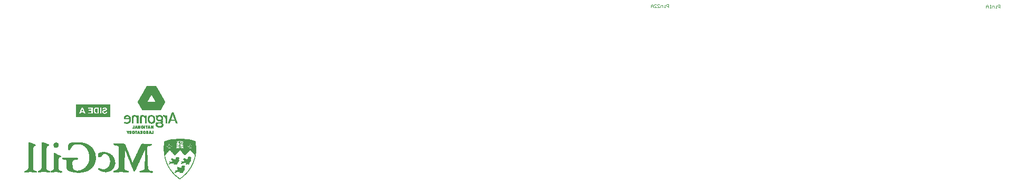
<source format=gbo>
G04 Layer_Color=32896*
%FSLAX25Y25*%
%MOIN*%
G70*
G01*
G75*
%ADD52C,0.00100*%
%ADD53C,0.00050*%
%ADD54C,0.00400*%
G36*
X-39259Y78578D02*
X-60892D01*
Y86545D01*
X-39259D01*
Y78578D01*
D02*
G37*
%LPC*%
G36*
X-50380Y84481D02*
X-53222D01*
Y83833D01*
X-51153D01*
Y82982D01*
X-53078D01*
Y82334D01*
X-51153D01*
Y81296D01*
X-53294D01*
Y80647D01*
X-50380D01*
Y84481D01*
D02*
G37*
G36*
X-56535D02*
X-57358D01*
X-58892Y80647D01*
X-58050D01*
X-57718Y81517D01*
X-56183D01*
X-55867Y80647D01*
X-55048D01*
X-56535Y84481D01*
D02*
G37*
G36*
X-42793Y84545D02*
X-42843D01*
X-42862Y84542D01*
X-42884D01*
X-42912Y84539D01*
X-42973Y84536D01*
X-43042Y84528D01*
X-43117Y84517D01*
X-43200Y84506D01*
X-43286Y84489D01*
X-43375Y84467D01*
X-43466Y84442D01*
X-43558Y84412D01*
X-43643Y84373D01*
X-43729Y84331D01*
X-43807Y84282D01*
X-43879Y84226D01*
X-43884Y84223D01*
X-43896Y84212D01*
X-43912Y84193D01*
X-43937Y84168D01*
X-43965Y84137D01*
X-43995Y84099D01*
X-44028Y84054D01*
X-44065Y84002D01*
X-44100Y83946D01*
X-44134Y83883D01*
X-44167Y83814D01*
X-44195Y83739D01*
X-44222Y83658D01*
X-44242Y83573D01*
X-44256Y83481D01*
X-44264Y83384D01*
X-43491Y83351D01*
Y83354D01*
X-43488Y83365D01*
X-43486Y83379D01*
X-43480Y83398D01*
X-43475Y83423D01*
X-43466Y83451D01*
X-43458Y83481D01*
X-43447Y83514D01*
X-43416Y83584D01*
X-43380Y83653D01*
X-43333Y83719D01*
X-43308Y83750D01*
X-43278Y83775D01*
X-43275Y83777D01*
X-43270Y83780D01*
X-43261Y83786D01*
X-43247Y83794D01*
X-43231Y83805D01*
X-43209Y83816D01*
X-43184Y83827D01*
X-43156Y83841D01*
X-43123Y83852D01*
X-43087Y83863D01*
X-43045Y83874D01*
X-43001Y83886D01*
X-42954Y83894D01*
X-42904Y83899D01*
X-42846Y83905D01*
X-42754D01*
X-42732Y83902D01*
X-42704Y83899D01*
X-42671Y83897D01*
X-42635Y83894D01*
X-42594Y83888D01*
X-42511Y83872D01*
X-42422Y83847D01*
X-42377Y83830D01*
X-42336Y83811D01*
X-42297Y83789D01*
X-42258Y83764D01*
X-42253Y83761D01*
X-42239Y83747D01*
X-42220Y83728D01*
X-42197Y83700D01*
X-42175Y83667D01*
X-42156Y83628D01*
X-42142Y83581D01*
X-42139Y83556D01*
X-42136Y83528D01*
Y83525D01*
Y83523D01*
X-42139Y83506D01*
X-42142Y83481D01*
X-42150Y83448D01*
X-42164Y83412D01*
X-42184Y83373D01*
X-42211Y83334D01*
X-42250Y83296D01*
X-42253D01*
X-42258Y83290D01*
X-42267Y83284D01*
X-42283Y83273D01*
X-42303Y83262D01*
X-42328Y83248D01*
X-42358Y83235D01*
X-42394Y83218D01*
X-42439Y83198D01*
X-42488Y83179D01*
X-42546Y83157D01*
X-42613Y83135D01*
X-42688Y83110D01*
X-42768Y83088D01*
X-42862Y83063D01*
X-42962Y83038D01*
X-42965D01*
X-42968Y83035D01*
X-42976D01*
X-42987Y83032D01*
X-43015Y83024D01*
X-43053Y83016D01*
X-43101Y83002D01*
X-43156Y82988D01*
X-43214Y82971D01*
X-43278Y82955D01*
X-43344Y82933D01*
X-43413Y82913D01*
X-43552Y82866D01*
X-43619Y82841D01*
X-43682Y82814D01*
X-43743Y82789D01*
X-43796Y82761D01*
X-43799Y82758D01*
X-43807Y82755D01*
X-43821Y82747D01*
X-43840Y82736D01*
X-43862Y82719D01*
X-43890Y82703D01*
X-43918Y82683D01*
X-43951Y82658D01*
X-43984Y82633D01*
X-44017Y82603D01*
X-44053Y82573D01*
X-44089Y82537D01*
X-44159Y82459D01*
X-44189Y82415D01*
X-44220Y82370D01*
X-44222Y82367D01*
X-44225Y82359D01*
X-44233Y82345D01*
X-44245Y82326D01*
X-44256Y82301D01*
X-44269Y82273D01*
X-44283Y82240D01*
X-44297Y82201D01*
X-44311Y82160D01*
X-44325Y82113D01*
X-44339Y82063D01*
X-44350Y82010D01*
X-44361Y81952D01*
X-44369Y81891D01*
X-44372Y81827D01*
X-44375Y81761D01*
Y81758D01*
Y81747D01*
Y81728D01*
X-44372Y81705D01*
X-44369Y81675D01*
X-44364Y81642D01*
X-44358Y81603D01*
X-44353Y81561D01*
X-44341Y81514D01*
X-44330Y81464D01*
X-44314Y81415D01*
X-44297Y81362D01*
X-44275Y81307D01*
X-44250Y81251D01*
X-44222Y81199D01*
X-44189Y81143D01*
X-44186Y81140D01*
X-44181Y81132D01*
X-44170Y81116D01*
X-44156Y81096D01*
X-44137Y81074D01*
X-44114Y81046D01*
X-44087Y81016D01*
X-44056Y80983D01*
X-44020Y80949D01*
X-43981Y80913D01*
X-43940Y80877D01*
X-43893Y80844D01*
X-43843Y80808D01*
X-43790Y80775D01*
X-43732Y80744D01*
X-43671Y80717D01*
X-43668Y80714D01*
X-43657Y80711D01*
X-43638Y80703D01*
X-43610Y80694D01*
X-43580Y80683D01*
X-43541Y80672D01*
X-43494Y80661D01*
X-43444Y80647D01*
X-43386Y80633D01*
X-43322Y80622D01*
X-43253Y80611D01*
X-43181Y80600D01*
X-43103Y80592D01*
X-43020Y80584D01*
X-42932Y80581D01*
X-42840Y80578D01*
X-42790D01*
X-42771Y80581D01*
X-42746D01*
X-42721Y80584D01*
X-42660Y80589D01*
X-42588Y80595D01*
X-42511Y80606D01*
X-42427Y80620D01*
X-42339Y80639D01*
X-42247Y80661D01*
X-42153Y80686D01*
X-42062Y80719D01*
X-41970Y80758D01*
X-41882Y80803D01*
X-41799Y80855D01*
X-41721Y80913D01*
X-41715Y80916D01*
X-41704Y80930D01*
X-41685Y80949D01*
X-41660Y80977D01*
X-41630Y81010D01*
X-41594Y81055D01*
X-41558Y81104D01*
X-41519Y81163D01*
X-41477Y81226D01*
X-41438Y81301D01*
X-41400Y81381D01*
X-41364Y81467D01*
X-41328Y81564D01*
X-41300Y81667D01*
X-41275Y81778D01*
X-41258Y81894D01*
X-42012Y81966D01*
Y81960D01*
X-42015Y81949D01*
X-42020Y81930D01*
X-42026Y81905D01*
X-42034Y81872D01*
X-42045Y81836D01*
X-42056Y81797D01*
X-42070Y81755D01*
X-42109Y81664D01*
X-42131Y81617D01*
X-42156Y81570D01*
X-42184Y81525D01*
X-42214Y81484D01*
X-42250Y81445D01*
X-42286Y81409D01*
X-42289Y81406D01*
X-42297Y81401D01*
X-42308Y81393D01*
X-42325Y81381D01*
X-42344Y81368D01*
X-42372Y81354D01*
X-42400Y81337D01*
X-42436Y81321D01*
X-42472Y81304D01*
X-42516Y81287D01*
X-42560Y81273D01*
X-42610Y81260D01*
X-42666Y81248D01*
X-42724Y81240D01*
X-42785Y81235D01*
X-42848Y81232D01*
X-42884D01*
X-42909Y81235D01*
X-42940Y81237D01*
X-42976Y81240D01*
X-43017Y81246D01*
X-43059Y81251D01*
X-43150Y81271D01*
X-43198Y81284D01*
X-43244Y81298D01*
X-43289Y81318D01*
X-43333Y81337D01*
X-43375Y81362D01*
X-43411Y81390D01*
X-43413Y81393D01*
X-43419Y81398D01*
X-43427Y81406D01*
X-43441Y81417D01*
X-43455Y81434D01*
X-43472Y81451D01*
X-43488Y81473D01*
X-43508Y81495D01*
X-43541Y81550D01*
X-43571Y81611D01*
X-43585Y81647D01*
X-43594Y81681D01*
X-43599Y81719D01*
X-43602Y81758D01*
Y81761D01*
Y81764D01*
Y81780D01*
X-43599Y81805D01*
X-43591Y81839D01*
X-43582Y81875D01*
X-43569Y81913D01*
X-43549Y81952D01*
X-43522Y81988D01*
X-43519Y81994D01*
X-43505Y82005D01*
X-43486Y82021D01*
X-43458Y82046D01*
X-43419Y82071D01*
X-43369Y82102D01*
X-43311Y82129D01*
X-43278Y82143D01*
X-43242Y82157D01*
X-43239D01*
X-43236Y82160D01*
X-43225Y82162D01*
X-43214Y82165D01*
X-43195Y82171D01*
X-43172Y82179D01*
X-43145Y82187D01*
X-43114Y82196D01*
X-43076Y82207D01*
X-43031Y82218D01*
X-42981Y82232D01*
X-42923Y82248D01*
X-42860Y82265D01*
X-42788Y82282D01*
X-42707Y82301D01*
X-42621Y82323D01*
X-42619D01*
X-42613Y82326D01*
X-42605D01*
X-42594Y82332D01*
X-42580Y82334D01*
X-42563Y82340D01*
X-42522Y82351D01*
X-42469Y82365D01*
X-42411Y82384D01*
X-42347Y82406D01*
X-42281Y82428D01*
X-42209Y82456D01*
X-42136Y82484D01*
X-42062Y82514D01*
X-41993Y82548D01*
X-41923Y82584D01*
X-41860Y82622D01*
X-41801Y82661D01*
X-41749Y82703D01*
X-41746Y82705D01*
X-41735Y82717D01*
X-41715Y82736D01*
X-41693Y82758D01*
X-41668Y82789D01*
X-41638Y82827D01*
X-41605Y82869D01*
X-41574Y82919D01*
X-41541Y82971D01*
X-41508Y83030D01*
X-41477Y83093D01*
X-41452Y83160D01*
X-41430Y83232D01*
X-41411Y83309D01*
X-41400Y83390D01*
X-41397Y83473D01*
Y83476D01*
Y83487D01*
Y83500D01*
X-41400Y83523D01*
X-41403Y83548D01*
X-41405Y83578D01*
X-41411Y83614D01*
X-41416Y83653D01*
X-41427Y83692D01*
X-41436Y83736D01*
X-41450Y83780D01*
X-41466Y83827D01*
X-41486Y83877D01*
X-41508Y83924D01*
X-41533Y83974D01*
X-41560Y84021D01*
X-41563Y84024D01*
X-41569Y84032D01*
X-41577Y84046D01*
X-41591Y84063D01*
X-41607Y84085D01*
X-41630Y84110D01*
X-41655Y84135D01*
X-41682Y84165D01*
X-41715Y84196D01*
X-41752Y84229D01*
X-41790Y84259D01*
X-41832Y84293D01*
X-41879Y84323D01*
X-41929Y84354D01*
X-41981Y84384D01*
X-42040Y84409D01*
X-42042Y84412D01*
X-42053Y84414D01*
X-42073Y84423D01*
X-42095Y84431D01*
X-42125Y84439D01*
X-42162Y84453D01*
X-42203Y84464D01*
X-42250Y84478D01*
X-42303Y84489D01*
X-42361Y84503D01*
X-42422Y84514D01*
X-42488Y84523D01*
X-42560Y84534D01*
X-42635Y84539D01*
X-42713Y84542D01*
X-42793Y84545D01*
D02*
G37*
G36*
X-45001Y84481D02*
X-45774D01*
Y80647D01*
X-45001D01*
Y84481D01*
D02*
G37*
G36*
X-46510D02*
X-48001D01*
X-48042Y84478D01*
X-48089D01*
X-48139Y84475D01*
X-48195Y84473D01*
X-48253Y84467D01*
X-48311Y84462D01*
X-48433Y84451D01*
X-48491Y84442D01*
X-48549Y84431D01*
X-48602Y84420D01*
X-48652Y84406D01*
X-48654D01*
X-48665Y84401D01*
X-48685Y84395D01*
X-48707Y84387D01*
X-48737Y84376D01*
X-48771Y84362D01*
X-48809Y84345D01*
X-48851Y84326D01*
X-48895Y84301D01*
X-48942Y84276D01*
X-48989Y84246D01*
X-49039Y84215D01*
X-49086Y84179D01*
X-49136Y84140D01*
X-49183Y84099D01*
X-49231Y84052D01*
X-49233Y84049D01*
X-49242Y84041D01*
X-49253Y84027D01*
X-49269Y84007D01*
X-49292Y83982D01*
X-49314Y83952D01*
X-49338Y83919D01*
X-49366Y83880D01*
X-49397Y83836D01*
X-49424Y83789D01*
X-49455Y83739D01*
X-49485Y83683D01*
X-49516Y83625D01*
X-49543Y83564D01*
X-49571Y83498D01*
X-49596Y83431D01*
X-49599Y83428D01*
X-49602Y83415D01*
X-49607Y83395D01*
X-49616Y83365D01*
X-49627Y83329D01*
X-49638Y83287D01*
X-49649Y83237D01*
X-49660Y83182D01*
X-49671Y83118D01*
X-49682Y83049D01*
X-49693Y82974D01*
X-49704Y82894D01*
X-49712Y82811D01*
X-49718Y82719D01*
X-49724Y82625D01*
Y82525D01*
Y82520D01*
Y82503D01*
Y82478D01*
X-49721Y82445D01*
Y82406D01*
X-49718Y82356D01*
X-49712Y82304D01*
X-49710Y82246D01*
X-49701Y82185D01*
X-49696Y82118D01*
X-49674Y81982D01*
X-49643Y81844D01*
X-49627Y81778D01*
X-49604Y81711D01*
X-49602Y81705D01*
X-49599Y81692D01*
X-49591Y81669D01*
X-49577Y81642D01*
X-49563Y81606D01*
X-49546Y81564D01*
X-49524Y81520D01*
X-49499Y81470D01*
X-49472Y81417D01*
X-49441Y81362D01*
X-49408Y81307D01*
X-49372Y81248D01*
X-49330Y81193D01*
X-49289Y81138D01*
X-49244Y81082D01*
X-49194Y81032D01*
X-49192Y81030D01*
X-49186Y81024D01*
X-49172Y81013D01*
X-49158Y80999D01*
X-49136Y80983D01*
X-49111Y80966D01*
X-49084Y80944D01*
X-49051Y80922D01*
X-49014Y80897D01*
X-48973Y80872D01*
X-48929Y80847D01*
X-48882Y80822D01*
X-48829Y80797D01*
X-48774Y80772D01*
X-48715Y80750D01*
X-48652Y80728D01*
X-48649D01*
X-48640Y80725D01*
X-48624Y80719D01*
X-48605Y80717D01*
X-48580Y80708D01*
X-48546Y80703D01*
X-48510Y80694D01*
X-48469Y80689D01*
X-48422Y80681D01*
X-48372Y80672D01*
X-48314Y80667D01*
X-48253Y80661D01*
X-48186Y80656D01*
X-48117Y80650D01*
X-48042Y80647D01*
X-46510D01*
Y84481D01*
D02*
G37*
%LPD*%
G36*
X-56419Y82165D02*
X-57468D01*
X-56937Y83586D01*
X-56419Y82165D01*
D02*
G37*
G36*
X-47283Y81296D02*
X-47943D01*
X-47973Y81298D01*
X-48006D01*
X-48042Y81301D01*
X-48120Y81304D01*
X-48197Y81312D01*
X-48269Y81321D01*
X-48303Y81326D01*
X-48330Y81331D01*
X-48333D01*
X-48339Y81334D01*
X-48350Y81337D01*
X-48361Y81340D01*
X-48377Y81345D01*
X-48397Y81354D01*
X-48441Y81370D01*
X-48491Y81390D01*
X-48541Y81417D01*
X-48593Y81451D01*
X-48643Y81489D01*
X-48646Y81492D01*
X-48649Y81495D01*
X-48654Y81501D01*
X-48665Y81512D01*
X-48674Y81523D01*
X-48688Y81539D01*
X-48701Y81556D01*
X-48715Y81578D01*
X-48732Y81603D01*
X-48748Y81631D01*
X-48765Y81661D01*
X-48782Y81694D01*
X-48798Y81730D01*
X-48815Y81772D01*
X-48832Y81814D01*
X-48845Y81861D01*
Y81863D01*
X-48848Y81872D01*
X-48854Y81888D01*
X-48859Y81908D01*
X-48865Y81933D01*
X-48870Y81966D01*
X-48879Y82002D01*
X-48887Y82046D01*
X-48893Y82093D01*
X-48901Y82146D01*
X-48906Y82201D01*
X-48915Y82265D01*
X-48917Y82332D01*
X-48923Y82403D01*
X-48926Y82481D01*
Y82561D01*
Y82567D01*
Y82581D01*
Y82603D01*
Y82633D01*
X-48923Y82672D01*
Y82714D01*
X-48920Y82761D01*
X-48915Y82814D01*
X-48912Y82866D01*
X-48906Y82921D01*
X-48893Y83035D01*
X-48882Y83091D01*
X-48873Y83146D01*
X-48859Y83196D01*
X-48845Y83243D01*
Y83246D01*
X-48843Y83254D01*
X-48837Y83265D01*
X-48832Y83282D01*
X-48823Y83301D01*
X-48812Y83326D01*
X-48790Y83379D01*
X-48757Y83439D01*
X-48721Y83500D01*
X-48676Y83559D01*
X-48627Y83614D01*
X-48624Y83617D01*
X-48621Y83620D01*
X-48613Y83628D01*
X-48602Y83636D01*
X-48588Y83647D01*
X-48571Y83658D01*
X-48530Y83686D01*
X-48477Y83716D01*
X-48416Y83747D01*
X-48344Y83772D01*
X-48267Y83794D01*
X-48264D01*
X-48258Y83797D01*
X-48247D01*
X-48233Y83800D01*
X-48214Y83802D01*
X-48189Y83805D01*
X-48161Y83811D01*
X-48125Y83814D01*
X-48087Y83816D01*
X-48039Y83822D01*
X-47987Y83824D01*
X-47929Y83827D01*
X-47865Y83830D01*
X-47793D01*
X-47715Y83833D01*
X-47283D01*
Y81296D01*
D02*
G37*
D52*
X2400Y64717D02*
X7400D01*
X1100Y64617D02*
X8700D01*
X100Y64517D02*
X9500D01*
X-500Y64417D02*
X10200D01*
X-1200Y64317D02*
X10700D01*
X-1700Y64217D02*
X11200D01*
X-2200Y64117D02*
X11600D01*
X-2600Y64017D02*
X11900D01*
X-3000Y63917D02*
X12200D01*
X-3300Y63817D02*
X12600D01*
X-3700Y63717D02*
X12900D01*
X5400Y63617D02*
X13100D01*
X4500D02*
X4700D01*
X-3900D02*
X3800D01*
X5700Y63517D02*
X13400D01*
X4500D02*
X4600D01*
X-4200D02*
X3500D01*
X7000Y63417D02*
X13600D01*
X6800D02*
X6900D01*
X6000D02*
X6600D01*
X4500D02*
X4600D01*
X2600D02*
X3200D01*
X2300D02*
X2400D01*
X-4500D02*
X2100D01*
X7100Y63317D02*
X13900D01*
X6800D02*
X6900D01*
X4500D02*
X4600D01*
X2300D02*
X2400D01*
X-4700D02*
X2000D01*
X7300Y63217D02*
X14100D01*
X6800D02*
X6900D01*
X4500D02*
X4600D01*
X2300D02*
X2400D01*
X-4900D02*
X1900D01*
X7400Y63117D02*
X14300D01*
X6800D02*
X6900D01*
X4500D02*
X4600D01*
X2300D02*
X2400D01*
X-5100D02*
X1900D01*
X7400Y63017D02*
X14500D01*
X6800D02*
X6900D01*
X4500D02*
X4600D01*
X2300D02*
X2400D01*
X-5300D02*
X1900D01*
X7400Y62917D02*
X14500D01*
X6800D02*
X6900D01*
X4500D02*
X4600D01*
X2300D02*
X2400D01*
X-5300D02*
X1900D01*
X7400Y62817D02*
X14500D01*
X6800D02*
X6900D01*
X5800D02*
X5900D01*
X4500D02*
X4600D01*
X3900D02*
X4000D01*
X2300D02*
X2400D01*
X-5300D02*
X1900D01*
X7400Y62717D02*
X14500D01*
X6800D02*
X6900D01*
X5800D02*
X5900D01*
X4500D02*
X4600D01*
X4200D02*
X4300D01*
X3600D02*
X3700D01*
X3000D02*
X3100D01*
X2700D02*
X2800D01*
X2300D02*
X2400D01*
X-5300D02*
X1900D01*
X7400Y62617D02*
X14500D01*
X6800D02*
X6900D01*
X5800D02*
X5900D01*
X4500D02*
X4600D01*
X4200D02*
X4300D01*
X2700D02*
X2800D01*
X2300D02*
X2400D01*
X-5300D02*
X1900D01*
X-60800D02*
X-58700D01*
X-82400D02*
X-82000D01*
X7400Y62517D02*
X14500D01*
X6800D02*
X6900D01*
X5800D02*
X5900D01*
X5500D02*
X5600D01*
X4500D02*
X4600D01*
X4200D02*
X4300D01*
X2700D02*
X2800D01*
X2300D02*
X2400D01*
X-5300D02*
X1900D01*
X-62600D02*
X-57900D01*
X-82500D02*
X-81700D01*
X-90900D02*
X-90400D01*
X11300Y62417D02*
X14500D01*
X7400D02*
X11100D01*
X6800D02*
X6900D01*
X4500D02*
X4600D01*
X3600D02*
X3700D01*
X2700D02*
X2800D01*
X2300D02*
X2400D01*
X-2000D02*
X1900D01*
X-5300D02*
X-2300D01*
X-63400D02*
X-57300D01*
X-82500D02*
X-81500D01*
X-91000D02*
X-90100D01*
X11400Y62317D02*
X14500D01*
X7400D02*
X11000D01*
X6800D02*
X6900D01*
X4500D02*
X4600D01*
X2300D02*
X2400D01*
X-2000D02*
X1900D01*
X-5400D02*
X-2300D01*
X-63900D02*
X-56800D01*
X-74100D02*
X-73200D01*
X-82600D02*
X-81200D01*
X-91000D02*
X-89900D01*
X11400Y62217D02*
X14500D01*
X7400D02*
X11000D01*
X6800D02*
X6900D01*
X4500D02*
X4600D01*
X2300D02*
X2400D01*
X-1900D02*
X1900D01*
X-5400D02*
X-2400D01*
X-64300D02*
X-56300D01*
X-74400D02*
X-72900D01*
X-82600D02*
X-81000D01*
X-91000D02*
X-89600D01*
X11400Y62117D02*
X14500D01*
X7400D02*
X10900D01*
X6800D02*
X6900D01*
X4500D02*
X4600D01*
X2300D02*
X2400D01*
X-1900D02*
X1900D01*
X-5400D02*
X-2400D01*
X-64500D02*
X-56000D01*
X-74500D02*
X-72800D01*
X-82600D02*
X-80700D01*
X-91000D02*
X-89400D01*
X11500Y62017D02*
X14500D01*
X7400D02*
X10900D01*
X6800D02*
X6900D01*
X4500D02*
X4600D01*
X2300D02*
X2400D01*
X-1900D02*
X1900D01*
X-5400D02*
X-2400D01*
X-64800D02*
X-55600D01*
X-74700D02*
X-72700D01*
X-82600D02*
X-80400D01*
X-91000D02*
X-89100D01*
X11500Y61917D02*
X14500D01*
X7400D02*
X10900D01*
X6800D02*
X6900D01*
X4500D02*
X4600D01*
X2300D02*
X2400D01*
X-1900D02*
X1900D01*
X-5400D02*
X-2400D01*
X-36800D02*
X-36300D01*
X-64900D02*
X-55300D01*
X-74800D02*
X-72600D01*
X-82600D02*
X-80200D01*
X-91000D02*
X-88800D01*
X11500Y61817D02*
X14500D01*
X7400D02*
X10900D01*
X6800D02*
X6900D01*
X5300D02*
X5400D01*
X5000D02*
X5100D01*
X4500D02*
X4600D01*
X2300D02*
X2400D01*
X-1900D02*
X1900D01*
X-5400D02*
X-2400D01*
X-31800D02*
X-31700D01*
X-37100D02*
X-35200D01*
X-65100D02*
X-55000D01*
X-74800D02*
X-72500D01*
X-82600D02*
X-79900D01*
X-91000D02*
X-88600D01*
X11500Y61717D02*
X14500D01*
X7400D02*
X10900D01*
X6800D02*
X6900D01*
X6500D02*
X6600D01*
X6300D02*
X6400D01*
X5600D02*
X5700D01*
X4500D02*
X4600D01*
X2300D02*
X2400D01*
X-1900D02*
X1900D01*
X-5400D02*
X-2400D01*
X-18900D02*
X-18700D01*
X-37200D02*
X-30800D01*
X-65200D02*
X-54700D01*
X-74900D02*
X-72400D01*
X-82600D02*
X-79600D01*
X-91000D02*
X-88300D01*
X11800Y61617D02*
X14500D01*
X7400D02*
X10600D01*
X6800D02*
X6900D01*
X6500D02*
X6600D01*
X4500D02*
X4600D01*
X3200D02*
X3300D01*
X2300D02*
X2400D01*
X-1600D02*
X1900D01*
X-5400D02*
X-2800D01*
X-14700D02*
X-13800D01*
X-19300D02*
X-17800D01*
X-37300D02*
X-30600D01*
X-65300D02*
X-54500D01*
X-75000D02*
X-72300D01*
X-82500D02*
X-79400D01*
X-91000D02*
X-88000D01*
X13600Y61517D02*
X14500D01*
X12900D02*
X13400D01*
X11700D02*
X12700D01*
X7400D02*
X10700D01*
X6800D02*
X6900D01*
X6500D02*
X6600D01*
X4500D02*
X4600D01*
X3200D02*
X3300D01*
X2300D02*
X2400D01*
X300D02*
X1900D01*
X-500D02*
X100D01*
X-1700D02*
X-600D01*
X-5400D02*
X-2700D01*
X-19500D02*
X-13600D01*
X-37300D02*
X-30400D01*
X-58600D02*
X-54300D01*
X-65400D02*
X-61000D01*
X-75000D02*
X-72300D01*
X-82500D02*
X-79100D01*
X-91000D02*
X-87800D01*
X13600Y61417D02*
X14500D01*
X13000D02*
X13300D01*
X11600D02*
X12700D01*
X9700D02*
X10800D01*
X9100D02*
X9400D01*
X7400D02*
X8800D01*
X6800D02*
X6900D01*
X6500D02*
X6600D01*
X5600D02*
X5700D01*
X4500D02*
X4600D01*
X3200D02*
X3300D01*
X2300D02*
X2400D01*
X300D02*
X1900D01*
X-300D02*
X-100D01*
X-1800D02*
X-700D01*
X-3600D02*
X-2600D01*
X-4300D02*
X-4000D01*
X-5400D02*
X-4600D01*
X-19600D02*
X-13400D01*
X-37300D02*
X-30300D01*
X-58200D02*
X-54000D01*
X-65500D02*
X-61700D01*
X-75100D02*
X-72300D01*
X-82500D02*
X-78800D01*
X-91000D02*
X-87500D01*
X13600Y61317D02*
X14500D01*
X11500D02*
X12800D01*
X9600D02*
X10800D01*
X9200D02*
X9300D01*
X7400D02*
X8800D01*
X6800D02*
X6900D01*
X6500D02*
X6600D01*
X5800D02*
X5900D01*
X4500D02*
X4600D01*
X3200D02*
X3300D01*
X2300D02*
X2400D01*
X200D02*
X1900D01*
X-1800D02*
X-600D01*
X-3700D02*
X-2500D01*
X-5400D02*
X-4500D01*
X-19700D02*
X-13400D01*
X-37200D02*
X-30200D01*
X-57700D02*
X-53800D01*
X-65500D02*
X-62000D01*
X-75100D02*
X-72200D01*
X-82500D02*
X-78600D01*
X-91000D02*
X-87200D01*
X13500Y61217D02*
X14500D01*
X11500D02*
X12800D01*
X9500D02*
X10900D01*
X7400D02*
X8900D01*
X6800D02*
X6900D01*
X4500D02*
X4600D01*
X2300D02*
X2400D01*
X200D02*
X1900D01*
X-1900D02*
X-500D01*
X-3800D02*
X-2500D01*
X-5400D02*
X-4500D01*
X-19800D02*
X-13400D01*
X-37100D02*
X-30100D01*
X-57500D02*
X-53600D01*
X-65600D02*
X-62200D01*
X-75100D02*
X-72200D01*
X-82500D02*
X-78400D01*
X-91000D02*
X-87000D01*
X13500Y61117D02*
X14500D01*
X11500D02*
X12900D01*
X9400D02*
X10900D01*
X7400D02*
X8900D01*
X6800D02*
X6900D01*
X4500D02*
X4600D01*
X2300D02*
X2400D01*
X100D02*
X1900D01*
X-1900D02*
X-400D01*
X-3900D02*
X-2500D01*
X-5400D02*
X-4400D01*
X-19900D02*
X-13400D01*
X-37000D02*
X-30100D01*
X-57200D02*
X-53400D01*
X-65600D02*
X-62400D01*
X-75100D02*
X-72200D01*
X-82500D02*
X-78300D01*
X-91000D02*
X-86800D01*
X13400Y61017D02*
X14500D01*
X11500D02*
X12900D01*
X9400D02*
X10900D01*
X7400D02*
X8900D01*
X6800D02*
X6900D01*
X4500D02*
X4600D01*
X2300D02*
X2400D01*
X100D02*
X1900D01*
X-1800D02*
X-400D01*
X-3900D02*
X-2500D01*
X-5400D02*
X-4400D01*
X-19900D02*
X-13500D01*
X-36900D02*
X-30000D01*
X-56900D02*
X-53300D01*
X-65700D02*
X-62600D01*
X-75200D02*
X-72200D01*
X-82500D02*
X-78300D01*
X-91000D02*
X-86800D01*
X13400Y60917D02*
X14500D01*
X11600D02*
X12900D01*
X9400D02*
X10800D01*
X7400D02*
X9000D01*
X6800D02*
X6900D01*
X4500D02*
X4600D01*
X2300D02*
X2400D01*
X-0D02*
X1900D01*
X-1800D02*
X-400D01*
X-3900D02*
X-2500D01*
X-5400D02*
X-4400D01*
X-20000D02*
X-13600D01*
X-36600D02*
X-29900D01*
X-56700D02*
X-53100D01*
X-65700D02*
X-62800D01*
X-75200D02*
X-72200D01*
X-82500D02*
X-78300D01*
X-91000D02*
X-86700D01*
X13300Y60817D02*
X14500D01*
X11800D02*
X12900D01*
X9400D02*
X10700D01*
X7400D02*
X9000D01*
X6800D02*
X6900D01*
X4500D02*
X4600D01*
X2300D02*
X2400D01*
X-0D02*
X1900D01*
X-1600D02*
X-400D01*
X-2200D02*
X-2100D01*
X-3900D02*
X-2700D01*
X-5400D02*
X-4300D01*
X-20100D02*
X-13800D01*
X-35700D02*
X-29900D01*
X-56500D02*
X-52900D01*
X-65700D02*
X-62900D01*
X-75200D02*
X-72200D01*
X-82500D02*
X-78400D01*
X-91000D02*
X-86800D01*
X13300Y60717D02*
X14500D01*
X12200D02*
X12900D01*
X11100D02*
X11300D01*
X9500D02*
X10200D01*
X7400D02*
X9100D01*
X6800D02*
X6900D01*
X4500D02*
X4600D01*
X2300D02*
X2400D01*
X-100D02*
X1900D01*
X-1100D02*
X-500D01*
X-2200D02*
X-2100D01*
X-3900D02*
X-3200D01*
X-5400D02*
X-4300D01*
X-20100D02*
X-14000D01*
X-35300D02*
X-29800D01*
X-56300D02*
X-52800D01*
X-65800D02*
X-63100D01*
X-75100D02*
X-72200D01*
X-82500D02*
X-78500D01*
X-91000D02*
X-86800D01*
X13200Y60617D02*
X14500D01*
X12300D02*
X12800D01*
X11100D02*
X11300D01*
X9600D02*
X10100D01*
X7400D02*
X9100D01*
X6800D02*
X6900D01*
X6000D02*
X6100D01*
X4500D02*
X4600D01*
X3900D02*
X4000D01*
X3700D02*
X3800D01*
X2300D02*
X2400D01*
X-100D02*
X1900D01*
X-1100D02*
X-600D01*
X-2300D02*
X-2000D01*
X-3700D02*
X-3300D01*
X-5400D02*
X-4200D01*
X-20100D02*
X-14400D01*
X-35000D02*
X-29800D01*
X-56200D02*
X-52600D01*
X-65800D02*
X-63200D01*
X-75100D02*
X-72200D01*
X-82500D02*
X-78700D01*
X-91000D02*
X-87000D01*
X13200Y60517D02*
X14500D01*
X11000D02*
X11400D01*
X7400D02*
X9200D01*
X6800D02*
X6900D01*
X6000D02*
X6100D01*
X4500D02*
X4600D01*
X3600D02*
X3700D01*
X3000D02*
X3100D01*
X2300D02*
X2400D01*
X-100D02*
X1900D01*
X-2300D02*
X-2000D01*
X-5500D02*
X-4200D01*
X-20200D02*
X-14700D01*
X-34800D02*
X-29800D01*
X-56000D02*
X-52500D01*
X-65800D02*
X-63400D01*
X-75100D02*
X-72200D01*
X-82500D02*
X-78900D01*
X-91000D02*
X-87200D01*
X13200Y60417D02*
X14500D01*
X12000D02*
X12100D01*
X11000D02*
X11400D01*
X10200D02*
X10400D01*
X7400D02*
X9200D01*
X6800D02*
X6900D01*
X6000D02*
X6100D01*
X4500D02*
X4600D01*
X3600D02*
X3700D01*
X3300D02*
X3400D01*
X2300D02*
X2400D01*
X-200D02*
X1900D01*
X-1400D02*
X-1200D01*
X-2400D02*
X-1900D01*
X-3100D02*
X-3000D01*
X-5500D02*
X-4100D01*
X-20200D02*
X-15100D01*
X-34600D02*
X-29700D01*
X-55900D02*
X-52300D01*
X-65800D02*
X-63500D01*
X-75100D02*
X-72200D01*
X-82500D02*
X-79100D01*
X-91000D02*
X-87400D01*
X13100Y60317D02*
X14600D01*
X12000D02*
X12200D01*
X10100D02*
X10400D01*
X7400D02*
X9300D01*
X6800D02*
X6900D01*
X6000D02*
X6100D01*
X4500D02*
X4600D01*
X3600D02*
X3700D01*
X2900D02*
X3000D01*
X2300D02*
X2400D01*
X-200D02*
X1900D01*
X-1400D02*
X-1100D01*
X-3200D02*
X-3000D01*
X-5500D02*
X-4100D01*
X-20300D02*
X-15500D01*
X-34500D02*
X-29700D01*
X-55700D02*
X-52200D01*
X-65900D02*
X-63600D01*
X-75000D02*
X-72300D01*
X-82500D02*
X-79300D01*
X-91000D02*
X-87600D01*
X13100Y60217D02*
X14600D01*
X7400D02*
X9300D01*
X6800D02*
X6900D01*
X6000D02*
X6100D01*
X5700D02*
X5800D01*
X5100D02*
X5200D01*
X4500D02*
X4600D01*
X3300D02*
X3400D01*
X2300D02*
X2400D01*
X-300D02*
X1900D01*
X-5500D02*
X-4000D01*
X-20300D02*
X-15800D01*
X-34400D02*
X-29600D01*
X-55600D02*
X-52100D01*
X-65900D02*
X-63700D01*
X-75000D02*
X-72300D01*
X-82500D02*
X-79400D01*
X-91000D02*
X-87700D01*
X13000Y60117D02*
X14600D01*
X10900D02*
X11600D01*
X7400D02*
X9400D01*
X6800D02*
X6900D01*
X4500D02*
X4600D01*
X2300D02*
X2400D01*
X-300D02*
X1900D01*
X-2500D02*
X-1700D01*
X-5500D02*
X-4000D01*
X-20400D02*
X-15900D01*
X-34300D02*
X-29600D01*
X-55400D02*
X-52000D01*
X-65900D02*
X-63800D01*
X-74900D02*
X-72400D01*
X-82500D02*
X-79500D01*
X-91000D02*
X-87800D01*
X13000Y60017D02*
X14600D01*
X11900D02*
X12600D01*
X10000D02*
X10400D01*
X7400D02*
X9400D01*
X6800D02*
X6900D01*
X4500D02*
X4600D01*
X2300D02*
X2400D01*
X-400D02*
X1900D01*
X-1400D02*
X-800D01*
X-3400D02*
X-2900D01*
X-5500D02*
X-3900D01*
X-20400D02*
X-16000D01*
X-34200D02*
X-29600D01*
X-55300D02*
X-51800D01*
X-65900D02*
X-63800D01*
X-74900D02*
X-72400D01*
X-82500D02*
X-79500D01*
X-91000D02*
X-87900D01*
X12500Y59917D02*
X14600D01*
X7400D02*
X9800D01*
X6800D02*
X6900D01*
X4500D02*
X4600D01*
X2300D02*
X2400D01*
X-800D02*
X1900D01*
X-5500D02*
X-3500D01*
X-20500D02*
X-16100D01*
X-34100D02*
X-29500D01*
X-55200D02*
X-51700D01*
X-65900D02*
X-63900D01*
X-74800D02*
X-72500D01*
X-82500D02*
X-79600D01*
X-91000D02*
X-88000D01*
X12800Y59817D02*
X14600D01*
X11100D02*
X11200D01*
X7400D02*
X9600D01*
X6800D02*
X6900D01*
X4500D02*
X4600D01*
X2300D02*
X2400D01*
X-600D02*
X1900D01*
X-2200D02*
X-2100D01*
X-5500D02*
X-3800D01*
X-20500D02*
X-16200D01*
X-34100D02*
X-29500D01*
X-55100D02*
X-51600D01*
X-65900D02*
X-64000D01*
X-74700D02*
X-72600D01*
X-82500D02*
X-79600D01*
X-91000D02*
X-88000D01*
X12800Y59717D02*
X14600D01*
X11700D02*
X11900D01*
X11000D02*
X11300D01*
X10400D02*
X10700D01*
X7400D02*
X9600D01*
X6800D02*
X6900D01*
X4500D02*
X4600D01*
X2300D02*
X2400D01*
X-600D02*
X1900D01*
X-1700D02*
X-1400D01*
X-2300D02*
X-2000D01*
X-2900D02*
X-2700D01*
X-5500D02*
X-3800D01*
X-20600D02*
X-16200D01*
X-34000D02*
X-29500D01*
X-55000D02*
X-51500D01*
X-65900D02*
X-64100D01*
X-74600D02*
X-72700D01*
X-82500D02*
X-79700D01*
X-91000D02*
X-88100D01*
X12700Y59617D02*
X14600D01*
X12300D02*
X12500D01*
X11700D02*
X11900D01*
X11100D02*
X11300D01*
X10400D02*
X10700D01*
X9900D02*
X10100D01*
X7400D02*
X9600D01*
X6800D02*
X6900D01*
X4500D02*
X4600D01*
X2300D02*
X2400D01*
X-600D02*
X1900D01*
X-1100D02*
X-900D01*
X-1700D02*
X-1400D01*
X-2300D02*
X-2100D01*
X-2900D02*
X-2700D01*
X-3500D02*
X-3300D01*
X-5500D02*
X-3800D01*
X-20600D02*
X-16300D01*
X-34000D02*
X-29400D01*
X-54900D02*
X-51400D01*
X-65900D02*
X-64100D01*
X-74500D02*
X-72900D01*
X-82500D02*
X-79700D01*
X-91000D02*
X-88100D01*
X12700Y59517D02*
X14600D01*
X12200D02*
X12500D01*
X9800D02*
X10100D01*
X7400D02*
X9600D01*
X6800D02*
X6900D01*
X4500D02*
X4600D01*
X2300D02*
X2400D01*
X-700D02*
X1900D01*
X-1100D02*
X-800D01*
X-3500D02*
X-3300D01*
X-5500D02*
X-3700D01*
X-20700D02*
X-16300D01*
X-33900D02*
X-29400D01*
X-54800D02*
X-51300D01*
X-65900D02*
X-64200D01*
X-74300D02*
X-73000D01*
X-82500D02*
X-79700D01*
X-91000D02*
X-88100D01*
X12600Y59417D02*
X14600D01*
X12300D02*
X12400D01*
X9900D02*
X10000D01*
X7400D02*
X9700D01*
X6800D02*
X6900D01*
X5400D02*
X5600D01*
X4400D02*
X4700D01*
X3600D02*
X3700D01*
X2300D02*
X2400D01*
X-700D02*
X1900D01*
X-1000D02*
X-900D01*
X-3500D02*
X-3300D01*
X-5500D02*
X-3700D01*
X-20700D02*
X-16300D01*
X-33900D02*
X-29300D01*
X-54700D02*
X-51200D01*
X-65900D02*
X-64300D01*
X-74000D02*
X-73300D01*
X-82500D02*
X-79700D01*
X-91000D02*
X-88200D01*
X12600Y59317D02*
X14600D01*
X11100D02*
X11400D01*
X7400D02*
X9700D01*
X6700D02*
X6900D01*
X4500D02*
X4600D01*
X2200D02*
X2500D01*
X-800D02*
X1900D01*
X-2300D02*
X-2000D01*
X-5500D02*
X-3600D01*
X-20700D02*
X-16300D01*
X-33800D02*
X-29300D01*
X-54600D02*
X-51100D01*
X-65900D02*
X-64300D01*
X-82500D02*
X-79700D01*
X-91000D02*
X-88200D01*
X12500Y59217D02*
X14600D01*
X12000D02*
X12200D01*
X10200D02*
X10400D01*
X7400D02*
X9700D01*
X6900D02*
X7000D01*
X4700D02*
X4800D01*
X2100D02*
X2200D01*
X-800D02*
X1900D01*
X-1400D02*
X-1200D01*
X-3100D02*
X-3000D01*
X-5500D02*
X-3600D01*
X-20800D02*
X-16300D01*
X-33800D02*
X-29300D01*
X-54500D02*
X-51000D01*
X-65900D02*
X-64400D01*
X-82500D02*
X-79700D01*
X-91000D02*
X-88200D01*
X12400Y59117D02*
X14600D01*
X7400D02*
X9800D01*
X7100D02*
X7200D01*
X4800D02*
X4900D01*
X4300D02*
X4400D01*
X2000D02*
X2100D01*
X-1000D02*
X1900D01*
X-3500D02*
X-3400D01*
X-5500D02*
X-3600D01*
X-20800D02*
X-16400D01*
X-33800D02*
X-29200D01*
X-54400D02*
X-50900D01*
X-65900D02*
X-64500D01*
X-82500D02*
X-79800D01*
X-91000D02*
X-88200D01*
X12500Y59017D02*
X14600D01*
X7200D02*
X9800D01*
X4800D02*
X4900D01*
X4300D02*
X4400D01*
X-900D02*
X2000D01*
X-5500D02*
X-3500D01*
X-20900D02*
X-16400D01*
X-33800D02*
X-29200D01*
X-54300D02*
X-50900D01*
X-65900D02*
X-64500D01*
X-82500D02*
X-79800D01*
X-91000D02*
X-88200D01*
X12300Y58917D02*
X14600D01*
X7200D02*
X10000D01*
X4700D02*
X5000D01*
X4200D02*
X4400D01*
X-1100D02*
X2000D01*
X-5500D02*
X-3300D01*
X-20900D02*
X-16400D01*
X-33800D02*
X-29100D01*
X-54300D02*
X-50800D01*
X-65900D02*
X-64600D01*
X-82500D02*
X-79800D01*
X-91000D02*
X-88200D01*
X-5500Y58817D02*
X14600D01*
X-21000D02*
X-16400D01*
X-33800D02*
X-29100D01*
X-54200D02*
X-50700D01*
X-65900D02*
X-64600D01*
X-82500D02*
X-79800D01*
X-91000D02*
X-88200D01*
X-5500Y58717D02*
X14600D01*
X-21000D02*
X-16400D01*
X-33800D02*
X-29100D01*
X-54100D02*
X-50600D01*
X-65900D02*
X-64700D01*
X-82500D02*
X-79800D01*
X-91000D02*
X-88200D01*
X-5500Y58617D02*
X14600D01*
X-21100D02*
X-16400D01*
X-33800D02*
X-29000D01*
X-54100D02*
X-50500D01*
X-65900D02*
X-64700D01*
X-82500D02*
X-79800D01*
X-91000D02*
X-88200D01*
X-5500Y58517D02*
X14600D01*
X-21100D02*
X-16400D01*
X-33800D02*
X-29000D01*
X-54000D02*
X-50500D01*
X-65900D02*
X-64700D01*
X-82500D02*
X-79800D01*
X-91000D02*
X-88200D01*
X-5500Y58417D02*
X14600D01*
X-21200D02*
X-16400D01*
X-33800D02*
X-28900D01*
X-53900D02*
X-50400D01*
X-65900D02*
X-64800D01*
X-82500D02*
X-79800D01*
X-91000D02*
X-88200D01*
X-5500Y58317D02*
X14600D01*
X-21200D02*
X-16400D01*
X-33800D02*
X-28900D01*
X-53900D02*
X-50300D01*
X-65900D02*
X-64900D01*
X-82500D02*
X-79800D01*
X-91000D02*
X-88200D01*
X-5500Y58217D02*
X14600D01*
X-21300D02*
X-16400D01*
X-33800D02*
X-28900D01*
X-53800D02*
X-50300D01*
X-65800D02*
X-64900D01*
X-82500D02*
X-79800D01*
X-91000D02*
X-88200D01*
X-5500Y58117D02*
X14600D01*
X-21300D02*
X-16300D01*
X-33800D02*
X-28800D01*
X-53700D02*
X-50200D01*
X-65800D02*
X-65000D01*
X-82500D02*
X-79800D01*
X-91000D02*
X-88200D01*
X-5500Y58017D02*
X14600D01*
X-21400D02*
X-16300D01*
X-33800D02*
X-28800D01*
X-53700D02*
X-50200D01*
X-65700D02*
X-65100D01*
X-82500D02*
X-79800D01*
X-91000D02*
X-88200D01*
X11200Y57917D02*
X14600D01*
X4700D02*
X11000D01*
X-1800D02*
X4600D01*
X-5500D02*
X-2000D01*
X-21400D02*
X-16300D01*
X-30100D02*
X-28700D01*
X-33800D02*
X-30200D01*
X-53600D02*
X-50100D01*
X-65600D02*
X-65200D01*
X-82500D02*
X-79800D01*
X-91000D02*
X-88200D01*
X11200Y57817D02*
X14600D01*
X4700D02*
X10900D01*
X-1700D02*
X4500D01*
X-5500D02*
X-2000D01*
X-17500D02*
X-16300D01*
X-21400D02*
X-17700D01*
X-29900D02*
X-28700D01*
X-33800D02*
X-30300D01*
X-53600D02*
X-50000D01*
X-82500D02*
X-79800D01*
X-91000D02*
X-88200D01*
X11300Y57717D02*
X14600D01*
X4800D02*
X10800D01*
X-1600D02*
X4400D01*
X-5500D02*
X-2100D01*
X-17500D02*
X-16300D01*
X-21500D02*
X-17800D01*
X-29900D02*
X-28700D01*
X-33800D02*
X-30300D01*
X-53500D02*
X-50000D01*
X-82500D02*
X-79800D01*
X-91000D02*
X-88200D01*
X11400Y57617D02*
X14600D01*
X4900D02*
X10700D01*
X-1500D02*
X4300D01*
X-5500D02*
X-2200D01*
X-17400D02*
X-16300D01*
X-21500D02*
X-17900D01*
X-29800D02*
X-28600D01*
X-33800D02*
X-30300D01*
X-53500D02*
X-49900D01*
X-82500D02*
X-79800D01*
X-91000D02*
X-88200D01*
X11500Y57517D02*
X14600D01*
X5000D02*
X10600D01*
X-1400D02*
X4200D01*
X-5500D02*
X-2300D01*
X-17400D02*
X-16300D01*
X-21600D02*
X-17900D01*
X-29800D02*
X-28600D01*
X-33800D02*
X-30400D01*
X-53400D02*
X-49900D01*
X-82500D02*
X-79800D01*
X-91000D02*
X-88200D01*
X11600Y57417D02*
X14600D01*
X5100D02*
X10500D01*
X-1300D02*
X4100D01*
X-5500D02*
X-2400D01*
X-17400D02*
X-16300D01*
X-21600D02*
X-18000D01*
X-29700D02*
X-28600D01*
X-33800D02*
X-30400D01*
X-53400D02*
X-49800D01*
X-82600D02*
X-79800D01*
X-91000D02*
X-88200D01*
X11700Y57317D02*
X14600D01*
X5200D02*
X10400D01*
X-1200D02*
X4000D01*
X-5500D02*
X-2500D01*
X-17400D02*
X-16300D01*
X-21700D02*
X-18000D01*
X-29700D02*
X-28500D01*
X-33800D02*
X-30400D01*
X-53300D02*
X-49800D01*
X-82600D02*
X-79800D01*
X-91000D02*
X-88200D01*
X11800Y57217D02*
X14600D01*
X5300D02*
X10300D01*
X-1100D02*
X3900D01*
X-5500D02*
X-2600D01*
X-17400D02*
X-16300D01*
X-21700D02*
X-18100D01*
X-29700D02*
X-28500D01*
X-33800D02*
X-30400D01*
X-53300D02*
X-49700D01*
X-82600D02*
X-79800D01*
X-91000D02*
X-88200D01*
X11900Y57117D02*
X14600D01*
X5400D02*
X10200D01*
X-1000D02*
X3800D01*
X-5500D02*
X-2700D01*
X-17400D02*
X-16300D01*
X-21800D02*
X-18100D01*
X-29600D02*
X-28400D01*
X-33800D02*
X-30400D01*
X-53200D02*
X-49700D01*
X-82600D02*
X-79800D01*
X-91000D02*
X-88200D01*
X12000Y57017D02*
X14600D01*
X5500D02*
X10100D01*
X-900D02*
X3700D01*
X-5400D02*
X-2800D01*
X-17400D02*
X-16300D01*
X-21800D02*
X-18200D01*
X-29600D02*
X-28400D01*
X-33800D02*
X-30400D01*
X-53200D02*
X-49600D01*
X-82600D02*
X-79800D01*
X-91000D02*
X-88200D01*
X12100Y56917D02*
X14600D01*
X5600D02*
X10000D01*
X-800D02*
X3700D01*
X-5400D02*
X-2900D01*
X-17400D02*
X-16300D01*
X-21900D02*
X-18200D01*
X-29500D02*
X-28400D01*
X-33800D02*
X-30400D01*
X-53200D02*
X-49600D01*
X-82600D02*
X-79800D01*
X-91000D02*
X-88200D01*
X12200Y56817D02*
X14600D01*
X5700D02*
X9900D01*
X-700D02*
X3600D01*
X-5400D02*
X-3000D01*
X-17400D02*
X-16300D01*
X-21900D02*
X-18300D01*
X-29500D02*
X-28300D01*
X-33800D02*
X-30400D01*
X-53100D02*
X-49500D01*
X-82600D02*
X-79800D01*
X-91000D02*
X-88200D01*
X12300Y56717D02*
X14600D01*
X5800D02*
X9800D01*
X-600D02*
X3500D01*
X-5400D02*
X-3100D01*
X-17400D02*
X-16300D01*
X-22000D02*
X-18300D01*
X-29500D02*
X-28300D01*
X-33800D02*
X-30400D01*
X-53100D02*
X-49500D01*
X-82600D02*
X-79800D01*
X-91000D02*
X-88200D01*
X12300Y56617D02*
X14600D01*
X5900D02*
X9700D01*
X-500D02*
X3400D01*
X-5400D02*
X-3100D01*
X-17400D02*
X-16300D01*
X-22000D02*
X-18300D01*
X-29400D02*
X-28200D01*
X-33800D02*
X-30400D01*
X-53100D02*
X-49500D01*
X-82600D02*
X-79800D01*
X-91000D02*
X-88200D01*
X12400Y56517D02*
X14600D01*
X5900D02*
X9600D01*
X-400D02*
X3300D01*
X-5400D02*
X-3200D01*
X-17400D02*
X-16300D01*
X-22100D02*
X-18400D01*
X-29400D02*
X-28200D01*
X-33800D02*
X-30400D01*
X-53000D02*
X-49400D01*
X-82600D02*
X-79800D01*
X-91000D02*
X-88200D01*
X12500Y56417D02*
X14600D01*
X6000D02*
X9500D01*
X-300D02*
X3200D01*
X-5400D02*
X-3300D01*
X-17400D02*
X-16200D01*
X-22100D02*
X-18400D01*
X-29300D02*
X-28200D01*
X-33800D02*
X-30400D01*
X-53000D02*
X-49400D01*
X-82600D02*
X-79800D01*
X-91000D02*
X-88200D01*
X12600Y56317D02*
X14600D01*
X6100D02*
X9400D01*
X-200D02*
X3100D01*
X-5400D02*
X-3400D01*
X-17400D02*
X-16200D01*
X-22100D02*
X-18500D01*
X-29300D02*
X-28100D01*
X-33800D02*
X-30400D01*
X-44600D02*
X-42700D01*
X-53000D02*
X-49300D01*
X-82600D02*
X-79800D01*
X-91000D02*
X-88200D01*
X12700Y56217D02*
X14600D01*
X6200D02*
X9300D01*
X-100D02*
X3000D01*
X-5400D02*
X-3500D01*
X-17400D02*
X-16200D01*
X-22200D02*
X-18500D01*
X-29300D02*
X-28100D01*
X-33800D02*
X-30400D01*
X-45200D02*
X-42000D01*
X-52900D02*
X-49300D01*
X-82600D02*
X-79800D01*
X-91000D02*
X-88200D01*
X12800Y56117D02*
X14600D01*
X6300D02*
X9200D01*
X-0D02*
X2900D01*
X-5400D02*
X-3600D01*
X-17400D02*
X-16200D01*
X-22200D02*
X-18600D01*
X-29200D02*
X-28000D01*
X-33800D02*
X-30400D01*
X-45600D02*
X-41600D01*
X-52900D02*
X-49300D01*
X-82600D02*
X-79800D01*
X-91000D02*
X-88200D01*
X12900Y56017D02*
X14600D01*
X6400D02*
X9100D01*
X100D02*
X2800D01*
X-5400D02*
X-3700D01*
X-17400D02*
X-16200D01*
X-22300D02*
X-18600D01*
X-29200D02*
X-28000D01*
X-33800D02*
X-30400D01*
X-45900D02*
X-41300D01*
X-52900D02*
X-49200D01*
X-82600D02*
X-79800D01*
X-91000D02*
X-88200D01*
X13000Y55917D02*
X14600D01*
X6500D02*
X9000D01*
X200D02*
X2700D01*
X-5400D02*
X-3800D01*
X-17400D02*
X-16200D01*
X-22300D02*
X-18700D01*
X-29100D02*
X-28000D01*
X-33800D02*
X-30400D01*
X-46100D02*
X-41000D01*
X-52800D02*
X-49200D01*
X-75000D02*
X-74500D01*
X-82600D02*
X-79800D01*
X-91000D02*
X-88200D01*
X13100Y55817D02*
X14600D01*
X6600D02*
X8900D01*
X300D02*
X2600D01*
X-5300D02*
X-3900D01*
X-17400D02*
X-16200D01*
X-22400D02*
X-18700D01*
X-29100D02*
X-27900D01*
X-33900D02*
X-30400D01*
X-46300D02*
X-40700D01*
X-52800D02*
X-49200D01*
X-75000D02*
X-74300D01*
X-82600D02*
X-79800D01*
X-91000D02*
X-88200D01*
X13200Y55717D02*
X14500D01*
X6700D02*
X8800D01*
X400D02*
X2600D01*
X-5300D02*
X-4000D01*
X-17400D02*
X-16200D01*
X-22400D02*
X-18800D01*
X-29100D02*
X-27900D01*
X-33900D02*
X-30400D01*
X-46500D02*
X-40500D01*
X-52800D02*
X-49100D01*
X-75100D02*
X-74200D01*
X-82600D02*
X-79800D01*
X-91000D02*
X-88200D01*
X13300Y55617D02*
X14500D01*
X6800D02*
X8700D01*
X500D02*
X2500D01*
X-5300D02*
X-4100D01*
X-17400D02*
X-16200D01*
X-22500D02*
X-18800D01*
X-29000D02*
X-27800D01*
X-33900D02*
X-30400D01*
X-46600D02*
X-40300D01*
X-52800D02*
X-49100D01*
X-75100D02*
X-74100D01*
X-82600D02*
X-79800D01*
X-91000D02*
X-88200D01*
X13400Y55517D02*
X14500D01*
X6900D02*
X8600D01*
X600D02*
X2400D01*
X-5300D02*
X-4100D01*
X-17400D02*
X-16200D01*
X-22500D02*
X-18900D01*
X-29000D02*
X-27800D01*
X-33900D02*
X-30400D01*
X-46700D02*
X-40100D01*
X-52700D02*
X-49100D01*
X-75100D02*
X-74000D01*
X-82600D02*
X-79800D01*
X-91000D02*
X-88200D01*
X13500Y55417D02*
X14500D01*
X7000D02*
X8500D01*
X700D02*
X2300D01*
X-5300D02*
X-4200D01*
X-17400D02*
X-16200D01*
X-22600D02*
X-18900D01*
X-28900D02*
X-27800D01*
X-33900D02*
X-30400D01*
X-42300D02*
X-39900D01*
X-46800D02*
X-43200D01*
X-52700D02*
X-49100D01*
X-75100D02*
X-73800D01*
X-82600D02*
X-79800D01*
X-91000D02*
X-88300D01*
X13500Y55317D02*
X14500D01*
X7100D02*
X8400D01*
X800D02*
X2200D01*
X-5300D02*
X-4300D01*
X-17400D02*
X-16200D01*
X-22600D02*
X-18900D01*
X-28900D02*
X-27700D01*
X-33900D02*
X-30400D01*
X-42000D02*
X-39700D01*
X-46900D02*
X-43600D01*
X-52700D02*
X-49000D01*
X-75100D02*
X-73700D01*
X-82600D02*
X-79800D01*
X-91000D02*
X-88300D01*
X13600Y55217D02*
X14500D01*
X7200D02*
X8300D01*
X800D02*
X2100D01*
X-5300D02*
X-4400D01*
X-17400D02*
X-16200D01*
X-22700D02*
X-19000D01*
X-28900D02*
X-27700D01*
X-33900D02*
X-30400D01*
X-41800D02*
X-39600D01*
X-46900D02*
X-43800D01*
X-52700D02*
X-49000D01*
X-75000D02*
X-73500D01*
X-82600D02*
X-79800D01*
X-91000D02*
X-88300D01*
X13700Y55117D02*
X14500D01*
X7200D02*
X8200D01*
X900D02*
X2000D01*
X-5300D02*
X-4500D01*
X-17400D02*
X-16200D01*
X-22700D02*
X-19000D01*
X-28800D02*
X-27700D01*
X-33900D02*
X-30400D01*
X-41600D02*
X-39400D01*
X-47000D02*
X-43900D01*
X-52700D02*
X-49000D01*
X-75000D02*
X-73400D01*
X-82600D02*
X-79800D01*
X-91000D02*
X-88300D01*
X13800Y55017D02*
X14500D01*
X7300D02*
X8100D01*
X1000D02*
X1900D01*
X-5200D02*
X-4600D01*
X-17400D02*
X-16200D01*
X-22800D02*
X-19100D01*
X-28800D02*
X-27600D01*
X-33900D02*
X-30400D01*
X-41400D02*
X-39300D01*
X-47100D02*
X-44100D01*
X-52600D02*
X-49000D01*
X-75000D02*
X-73200D01*
X-82600D02*
X-79800D01*
X-91000D02*
X-88300D01*
X13900Y54917D02*
X14500D01*
X7400D02*
X8000D01*
X1100D02*
X1800D01*
X-5200D02*
X-4700D01*
X-17400D02*
X-16200D01*
X-22800D02*
X-19100D01*
X-28700D02*
X-27600D01*
X-33900D02*
X-30400D01*
X-41300D02*
X-39100D01*
X-47100D02*
X-44200D01*
X-52600D02*
X-48900D01*
X-75000D02*
X-73100D01*
X-82600D02*
X-79800D01*
X-91000D02*
X-88300D01*
X14000Y54817D02*
X14400D01*
X7500D02*
X7900D01*
X1200D02*
X1700D01*
X-5200D02*
X-4800D01*
X-17400D02*
X-16200D01*
X-22800D02*
X-19200D01*
X-28700D02*
X-27500D01*
X-33900D02*
X-30400D01*
X-41100D02*
X-39000D01*
X-47100D02*
X-44300D01*
X-52600D02*
X-48900D01*
X-75000D02*
X-72900D01*
X-82600D02*
X-79800D01*
X-91000D02*
X-88300D01*
X14100Y54717D02*
X14400D01*
X7600D02*
X7800D01*
X1300D02*
X1600D01*
X-5200D02*
X-4900D01*
X-17400D02*
X-16200D01*
X-22900D02*
X-19200D01*
X-28700D02*
X-27500D01*
X-33900D02*
X-30400D01*
X-41000D02*
X-38900D01*
X-47100D02*
X-44400D01*
X-52600D02*
X-48900D01*
X-75000D02*
X-72700D01*
X-82600D02*
X-79800D01*
X-91000D02*
X-88300D01*
X14200Y54617D02*
X14400D01*
X1400D02*
X1500D01*
X-5200D02*
X-5000D01*
X-17400D02*
X-16100D01*
X-22900D02*
X-19300D01*
X-28600D02*
X-27500D01*
X-33900D02*
X-30400D01*
X-40900D02*
X-38700D01*
X-47100D02*
X-44500D01*
X-52600D02*
X-48900D01*
X-75000D02*
X-72400D01*
X-82600D02*
X-79800D01*
X-91000D02*
X-88300D01*
X14300Y54517D02*
X14400D01*
X-5200D02*
X-5000D01*
X-17400D02*
X-16100D01*
X-23000D02*
X-19300D01*
X-28600D02*
X-27400D01*
X-33900D02*
X-30400D01*
X-40800D02*
X-38600D01*
X-47100D02*
X-44500D01*
X-52600D02*
X-48900D01*
X-75000D02*
X-72100D01*
X-82600D02*
X-79800D01*
X-91000D02*
X-88300D01*
X14300Y54417D02*
X14400D01*
X-5200D02*
X-5000D01*
X-17400D02*
X-16100D01*
X-23000D02*
X-19400D01*
X-28500D02*
X-27400D01*
X-33900D02*
X-30400D01*
X-40700D02*
X-38500D01*
X-47100D02*
X-44600D01*
X-52600D02*
X-48800D01*
X-74900D02*
X-71900D01*
X-82600D02*
X-79800D01*
X-91000D02*
X-88300D01*
X14200Y54317D02*
X14400D01*
X-5100D02*
X-4900D01*
X-17400D02*
X-16100D01*
X-23100D02*
X-19400D01*
X-28500D02*
X-27300D01*
X-33900D02*
X-30400D01*
X-40600D02*
X-38400D01*
X-47100D02*
X-44700D01*
X-52500D02*
X-48800D01*
X-74900D02*
X-71600D01*
X-82600D02*
X-79800D01*
X-91000D02*
X-88300D01*
X14200Y54217D02*
X14300D01*
X-5100D02*
X-4900D01*
X-17400D02*
X-16100D01*
X-23100D02*
X-19500D01*
X-28500D02*
X-27300D01*
X-33900D02*
X-30400D01*
X-40500D02*
X-38300D01*
X-47100D02*
X-44800D01*
X-52500D02*
X-48800D01*
X-74900D02*
X-71300D01*
X-82600D02*
X-79800D01*
X-91000D02*
X-88300D01*
X14200Y54117D02*
X14300D01*
X-5100D02*
X-4900D01*
X-17400D02*
X-16100D01*
X-23200D02*
X-19500D01*
X-28400D02*
X-27300D01*
X-33900D02*
X-30400D01*
X-40500D02*
X-38200D01*
X-47100D02*
X-44900D01*
X-52500D02*
X-48800D01*
X-74900D02*
X-71000D01*
X-82600D02*
X-79800D01*
X-91000D02*
X-88300D01*
X14200Y54017D02*
X14300D01*
X-5100D02*
X-4900D01*
X-17400D02*
X-16100D01*
X-23200D02*
X-19500D01*
X-28400D02*
X-27200D01*
X-33900D02*
X-30400D01*
X-40400D02*
X-38100D01*
X-47100D02*
X-45000D01*
X-52500D02*
X-48800D01*
X-74900D02*
X-70800D01*
X-82600D02*
X-79800D01*
X-91000D02*
X-88300D01*
X14100Y53917D02*
X14300D01*
X-5100D02*
X-4900D01*
X-17400D02*
X-16100D01*
X-23300D02*
X-19600D01*
X-28300D02*
X-27200D01*
X-33900D02*
X-30400D01*
X-40300D02*
X-38000D01*
X-47000D02*
X-45100D01*
X-52500D02*
X-48700D01*
X-74900D02*
X-70700D01*
X-82600D02*
X-79800D01*
X-91000D02*
X-88300D01*
X14100Y53817D02*
X14300D01*
X-5100D02*
X-4900D01*
X-17400D02*
X-16100D01*
X-23300D02*
X-19600D01*
X-28300D02*
X-27100D01*
X-33900D02*
X-30400D01*
X-40300D02*
X-38000D01*
X-47000D02*
X-45200D01*
X-52500D02*
X-48700D01*
X-74900D02*
X-70700D01*
X-82600D02*
X-79800D01*
X-91000D02*
X-88300D01*
X14100Y53717D02*
X14200D01*
X-5000D02*
X-4800D01*
X-17400D02*
X-16100D01*
X-23400D02*
X-19700D01*
X-28300D02*
X-27100D01*
X-33900D02*
X-30400D01*
X-40200D02*
X-37900D01*
X-46900D02*
X-45300D01*
X-52500D02*
X-48700D01*
X-74900D02*
X-70700D01*
X-82600D02*
X-79800D01*
X-91000D02*
X-88300D01*
X14100Y53617D02*
X14200D01*
X-5000D02*
X-4800D01*
X-17400D02*
X-16100D01*
X-23400D02*
X-19700D01*
X-28200D02*
X-27100D01*
X-33900D02*
X-30400D01*
X-40100D02*
X-37800D01*
X-46800D02*
X-45500D01*
X-52500D02*
X-48700D01*
X-74900D02*
X-70700D01*
X-82600D02*
X-79800D01*
X-91000D02*
X-88300D01*
X14000Y53517D02*
X14200D01*
X-5000D02*
X-4800D01*
X-17400D02*
X-16100D01*
X-23500D02*
X-19800D01*
X-28200D02*
X-27000D01*
X-33900D02*
X-30400D01*
X-40100D02*
X-37700D01*
X-46600D02*
X-45600D01*
X-52500D02*
X-48700D01*
X-74900D02*
X-70700D01*
X-82600D02*
X-79800D01*
X-91000D02*
X-88300D01*
X14000Y53417D02*
X14200D01*
X10300D02*
X10900D01*
X-5000D02*
X-4800D01*
X-17400D02*
X-16100D01*
X-23500D02*
X-19800D01*
X-28100D02*
X-27000D01*
X-33900D02*
X-30400D01*
X-40000D02*
X-37700D01*
X-46400D02*
X-46000D01*
X-52500D02*
X-48700D01*
X-74900D02*
X-70900D01*
X-82600D02*
X-79800D01*
X-91000D02*
X-88300D01*
X14000Y53317D02*
X14100D01*
X10000D02*
X11100D01*
X-5000D02*
X-4800D01*
X-17400D02*
X-16100D01*
X-23500D02*
X-19900D01*
X-28100D02*
X-26900D01*
X-33900D02*
X-30400D01*
X-40000D02*
X-37600D01*
X-52500D02*
X-48700D01*
X-74900D02*
X-71300D01*
X-82600D02*
X-79800D01*
X-91000D02*
X-88300D01*
X14000Y53217D02*
X14100D01*
X10800D02*
X11200D01*
X9900D02*
X10700D01*
X2600D02*
X3500D01*
X-4900D02*
X-4700D01*
X-17400D02*
X-16100D01*
X-23600D02*
X-19900D01*
X-28100D02*
X-26900D01*
X-33900D02*
X-30400D01*
X-39900D02*
X-37500D01*
X-52500D02*
X-48700D01*
X-74900D02*
X-71500D01*
X-82600D02*
X-79800D01*
X-91000D02*
X-88300D01*
X13900Y53117D02*
X14100D01*
X10900D02*
X11300D01*
X9800D02*
X10600D01*
X2400D02*
X3600D01*
X-4900D02*
X-4700D01*
X-17400D02*
X-16100D01*
X-23600D02*
X-20000D01*
X-28000D02*
X-26900D01*
X-33900D02*
X-30400D01*
X-39900D02*
X-37500D01*
X-52500D02*
X-48700D01*
X-74900D02*
X-71700D01*
X-82600D02*
X-79800D01*
X-91000D02*
X-88300D01*
X13900Y53017D02*
X14100D01*
X10900D02*
X11500D01*
X9700D02*
X10600D01*
X3300D02*
X3700D01*
X2300D02*
X3100D01*
X-4900D02*
X-4700D01*
X-17400D02*
X-16100D01*
X-23700D02*
X-20000D01*
X-28000D02*
X-26800D01*
X-33900D02*
X-30500D01*
X-39800D02*
X-37400D01*
X-52500D02*
X-48600D01*
X-74900D02*
X-71800D01*
X-82600D02*
X-79800D01*
X-91000D02*
X-88300D01*
X13900Y52917D02*
X14000D01*
X9700D02*
X11600D01*
X3300D02*
X3900D01*
X2200D02*
X3000D01*
X-4900D02*
X-4700D01*
X-17400D02*
X-16000D01*
X-23700D02*
X-20100D01*
X-27900D02*
X-26800D01*
X-33900D02*
X-30500D01*
X-39800D02*
X-37400D01*
X-52500D02*
X-48600D01*
X-69400D02*
X-67700D01*
X-74900D02*
X-71900D01*
X-82600D02*
X-79800D01*
X-91000D02*
X-88300D01*
X13900Y52817D02*
X14000D01*
X9700D02*
X11400D01*
X3300D02*
X4000D01*
X2100D02*
X3100D01*
X-4900D02*
X-4700D01*
X-17400D02*
X-16000D01*
X-23800D02*
X-20100D01*
X-27900D02*
X-26800D01*
X-33900D02*
X-30500D01*
X-39800D02*
X-37300D01*
X-52500D02*
X-48600D01*
X-69500D02*
X-65600D01*
X-74900D02*
X-72000D01*
X-82600D02*
X-79800D01*
X-91000D02*
X-88300D01*
X13800Y52717D02*
X14000D01*
X9700D02*
X11300D01*
X2100D02*
X3900D01*
X-4800D02*
X-4600D01*
X-17400D02*
X-16000D01*
X-23800D02*
X-20100D01*
X-27900D02*
X-26700D01*
X-33900D02*
X-30500D01*
X-39700D02*
X-37200D01*
X-52500D02*
X-48600D01*
X-69600D02*
X-60300D01*
X-74900D02*
X-72000D01*
X-82600D02*
X-79800D01*
X-91000D02*
X-88300D01*
X13800Y52617D02*
X13900D01*
X9700D02*
X11400D01*
X2100D02*
X3700D01*
X-4800D02*
X-4600D01*
X-17400D02*
X-16000D01*
X-23900D02*
X-20200D01*
X-27800D02*
X-26700D01*
X-33900D02*
X-30500D01*
X-39700D02*
X-37200D01*
X-52500D02*
X-48700D01*
X-69700D02*
X-60100D01*
X-74900D02*
X-72100D01*
X-82600D02*
X-79800D01*
X-91000D02*
X-88300D01*
X13800Y52517D02*
X13900D01*
X9600D02*
X11400D01*
X7000D02*
X7200D01*
X2100D02*
X3700D01*
X-4800D02*
X-4600D01*
X-17400D02*
X-16000D01*
X-23900D02*
X-20200D01*
X-27800D02*
X-26600D01*
X-33900D02*
X-30500D01*
X-39700D02*
X-37200D01*
X-52500D02*
X-48700D01*
X-69700D02*
X-60000D01*
X-74900D02*
X-72100D01*
X-82600D02*
X-79800D01*
X-91000D02*
X-88300D01*
X13700Y52417D02*
X13900D01*
X9700D02*
X11500D01*
X7100D02*
X7500D01*
X2000D02*
X3800D01*
X-4800D02*
X-4600D01*
X-17400D02*
X-16000D01*
X-24000D02*
X-20300D01*
X-27700D02*
X-26600D01*
X-33900D02*
X-30500D01*
X-39600D02*
X-37100D01*
X-52500D02*
X-48700D01*
X-69700D02*
X-60000D01*
X-74900D02*
X-72100D01*
X-82600D02*
X-79800D01*
X-91000D02*
X-88300D01*
X13700Y52317D02*
X13900D01*
X9700D02*
X11300D01*
X7100D02*
X7700D01*
X2100D02*
X3900D01*
X-600D02*
X-300D01*
X-4700D02*
X-4500D01*
X-17400D02*
X-16000D01*
X-24000D02*
X-20300D01*
X-27700D02*
X-26600D01*
X-33900D02*
X-30500D01*
X-39600D02*
X-37100D01*
X-52500D02*
X-48700D01*
X-69600D02*
X-60000D01*
X-74900D02*
X-72100D01*
X-82600D02*
X-79800D01*
X-91000D02*
X-88300D01*
X13700Y52217D02*
X13800D01*
X9600D02*
X11300D01*
X7200D02*
X7900D01*
X2100D02*
X3800D01*
X-500D02*
X-0D01*
X-4700D02*
X-4500D01*
X-17400D02*
X-16000D01*
X-24100D02*
X-20400D01*
X-27700D02*
X-26500D01*
X-33900D02*
X-30500D01*
X-39600D02*
X-37000D01*
X-52500D02*
X-48700D01*
X-69600D02*
X-60000D01*
X-74900D02*
X-72200D01*
X-82600D02*
X-79800D01*
X-91000D02*
X-88300D01*
X13700Y52117D02*
X13800D01*
X9600D02*
X11300D01*
X7200D02*
X8200D01*
X2100D02*
X3700D01*
X-400D02*
X200D01*
X-4700D02*
X-4500D01*
X-17400D02*
X-16000D01*
X-24100D02*
X-20400D01*
X-27600D02*
X-26500D01*
X-33900D02*
X-30500D01*
X-39600D02*
X-37000D01*
X-52500D02*
X-48700D01*
X-69400D02*
X-60000D01*
X-74900D02*
X-72200D01*
X-82600D02*
X-79800D01*
X-91000D02*
X-88300D01*
X13600Y52017D02*
X13800D01*
X9400D02*
X11300D01*
X7300D02*
X8400D01*
X2000D02*
X3700D01*
X-400D02*
X400D01*
X-4700D02*
X-4500D01*
X-17400D02*
X-16000D01*
X-24200D02*
X-20500D01*
X-27600D02*
X-26400D01*
X-33900D02*
X-30500D01*
X-39600D02*
X-36900D01*
X-52500D02*
X-48700D01*
X-69200D02*
X-60100D01*
X-74900D02*
X-72200D01*
X-82600D02*
X-79800D01*
X-91000D02*
X-88300D01*
X13600Y51917D02*
X13700D01*
X9200D02*
X11400D01*
X7200D02*
X8900D01*
X6800D02*
X6900D01*
X1900D02*
X3700D01*
X-300D02*
X700D01*
X-4600D02*
X-4400D01*
X-17400D02*
X-16000D01*
X-24200D02*
X-20500D01*
X-27500D02*
X-26400D01*
X-33900D02*
X-30500D01*
X-39500D02*
X-36900D01*
X-52500D02*
X-48700D01*
X-68800D02*
X-60200D01*
X-74900D02*
X-72200D01*
X-82600D02*
X-79800D01*
X-91000D02*
X-88300D01*
X13600Y51817D02*
X13700D01*
X6800D02*
X11400D01*
X1800D02*
X3800D01*
X-300D02*
X1000D01*
X-4600D02*
X-4400D01*
X-17400D02*
X-16000D01*
X-24200D02*
X-20600D01*
X-27500D02*
X-26400D01*
X-33900D02*
X-30500D01*
X-39500D02*
X-36900D01*
X-52500D02*
X-48700D01*
X-68100D02*
X-60300D01*
X-74900D02*
X-72200D01*
X-82600D02*
X-79900D01*
X-91000D02*
X-88300D01*
X13500Y51717D02*
X13700D01*
X6900D02*
X11500D01*
X-800D02*
X3800D01*
X-4600D02*
X-4400D01*
X-17400D02*
X-16000D01*
X-24300D02*
X-20600D01*
X-27500D02*
X-26300D01*
X-33900D02*
X-30500D01*
X-39500D02*
X-36800D01*
X-52500D02*
X-48700D01*
X-67700D02*
X-60600D01*
X-74900D02*
X-72200D01*
X-82600D02*
X-79900D01*
X-91000D02*
X-88300D01*
X13500Y51617D02*
X13600D01*
X7000D02*
X11500D01*
X-700D02*
X3800D01*
X-4500D02*
X-4300D01*
X-17400D02*
X-16000D01*
X-24300D02*
X-20700D01*
X-27400D02*
X-26300D01*
X-33900D02*
X-30500D01*
X-39500D02*
X-36800D01*
X-52500D02*
X-48700D01*
X-67400D02*
X-62200D01*
X-74900D02*
X-72200D01*
X-82600D02*
X-79900D01*
X-91000D02*
X-88300D01*
X13500Y51517D02*
X13600D01*
X7000D02*
X11500D01*
X-700D02*
X3900D01*
X-4500D02*
X-4300D01*
X-17400D02*
X-16000D01*
X-24400D02*
X-20700D01*
X-27400D02*
X-26200D01*
X-33900D02*
X-30500D01*
X-39500D02*
X-36800D01*
X-52600D02*
X-48700D01*
X-67200D02*
X-62600D01*
X-74900D02*
X-72200D01*
X-82600D02*
X-79900D01*
X-91000D02*
X-88300D01*
X13400Y51417D02*
X13600D01*
X7100D02*
X11500D01*
X-600D02*
X3900D01*
X-4500D02*
X-4300D01*
X-17400D02*
X-16000D01*
X-24400D02*
X-20700D01*
X-27300D02*
X-26200D01*
X-33900D02*
X-30500D01*
X-39500D02*
X-36700D01*
X-52600D02*
X-48800D01*
X-67100D02*
X-62800D01*
X-74900D02*
X-72200D01*
X-82600D02*
X-79900D01*
X-91000D02*
X-88300D01*
X13400Y51317D02*
X13500D01*
X7200D02*
X11500D01*
X-500D02*
X3900D01*
X-4400D02*
X-4300D01*
X-17400D02*
X-16000D01*
X-24500D02*
X-20800D01*
X-27300D02*
X-26200D01*
X-33900D02*
X-30500D01*
X-39500D02*
X-36700D01*
X-52600D02*
X-48800D01*
X-67000D02*
X-63000D01*
X-74900D02*
X-72200D01*
X-82600D02*
X-79900D01*
X-91000D02*
X-88300D01*
X13400Y51217D02*
X13500D01*
X7300D02*
X11500D01*
X-400D02*
X3900D01*
X-4400D02*
X-4200D01*
X-17400D02*
X-16000D01*
X-24500D02*
X-20800D01*
X-27300D02*
X-26100D01*
X-33900D02*
X-30500D01*
X-39400D02*
X-36700D01*
X-52600D02*
X-48800D01*
X-66900D02*
X-63100D01*
X-74900D02*
X-72200D01*
X-82600D02*
X-79900D01*
X-91000D02*
X-88300D01*
X13300Y51117D02*
X13500D01*
X7400D02*
X11500D01*
X-300D02*
X3900D01*
X-4400D02*
X-4200D01*
X-17400D02*
X-15900D01*
X-24600D02*
X-20900D01*
X-27200D02*
X-26100D01*
X-33900D02*
X-30500D01*
X-39400D02*
X-36700D01*
X-52600D02*
X-48800D01*
X-66900D02*
X-63200D01*
X-74900D02*
X-72200D01*
X-82600D02*
X-79900D01*
X-91000D02*
X-88300D01*
X13300Y51017D02*
X13400D01*
X7500D02*
X11400D01*
X-200D02*
X3900D01*
X-4400D02*
X-4200D01*
X-17400D02*
X-15900D01*
X-24600D02*
X-20900D01*
X-27200D02*
X-26000D01*
X-33900D02*
X-30500D01*
X-39400D02*
X-36600D01*
X-52700D02*
X-48900D01*
X-66800D02*
X-63200D01*
X-74900D02*
X-72200D01*
X-82600D02*
X-79900D01*
X-91000D02*
X-88300D01*
X13300Y50917D02*
X13400D01*
X7500D02*
X11400D01*
X-100D02*
X3800D01*
X-4300D02*
X-4100D01*
X-17400D02*
X-15900D01*
X-24700D02*
X-21000D01*
X-27100D02*
X-26000D01*
X-33900D02*
X-30500D01*
X-39400D02*
X-36600D01*
X-52700D02*
X-48900D01*
X-66800D02*
X-63300D01*
X-74900D02*
X-72200D01*
X-82600D02*
X-79900D01*
X-91000D02*
X-88300D01*
X13200Y50817D02*
X13400D01*
X7400D02*
X11300D01*
X-100D02*
X3800D01*
X-4300D02*
X-4100D01*
X-17400D02*
X-15900D01*
X-24700D02*
X-21000D01*
X-27100D02*
X-26000D01*
X-33900D02*
X-30500D01*
X-39400D02*
X-36600D01*
X-52700D02*
X-48900D01*
X-66800D02*
X-63400D01*
X-74900D02*
X-72200D01*
X-82600D02*
X-79900D01*
X-91100D02*
X-88300D01*
X13200Y50717D02*
X13300D01*
X7400D02*
X11300D01*
X-100D02*
X3800D01*
X-4300D02*
X-4100D01*
X-17400D02*
X-15900D01*
X-24800D02*
X-21100D01*
X-27100D02*
X-25900D01*
X-33900D02*
X-30500D01*
X-39400D02*
X-36600D01*
X-52700D02*
X-48900D01*
X-66800D02*
X-63400D01*
X-74900D02*
X-72200D01*
X-82600D02*
X-79900D01*
X-91100D02*
X-88300D01*
X13100Y50617D02*
X13300D01*
X7300D02*
X11200D01*
X-200D02*
X3700D01*
X-4200D02*
X-4000D01*
X-17500D02*
X-15900D01*
X-24800D02*
X-21100D01*
X-27000D02*
X-25900D01*
X-33900D02*
X-30500D01*
X-39400D02*
X-36600D01*
X-52800D02*
X-48900D01*
X-66800D02*
X-63400D01*
X-74900D02*
X-72200D01*
X-82600D02*
X-79900D01*
X-91100D02*
X-88300D01*
X13100Y50517D02*
X13300D01*
X7100D02*
X11100D01*
X5400D02*
X5600D01*
X-300D02*
X3600D01*
X-4200D02*
X-4000D01*
X-17500D02*
X-15900D01*
X-24900D02*
X-21200D01*
X-27000D02*
X-25900D01*
X-34000D02*
X-30500D01*
X-39400D02*
X-36500D01*
X-52800D02*
X-49000D01*
X-66800D02*
X-63400D01*
X-74900D02*
X-72200D01*
X-82600D02*
X-79900D01*
X-91100D02*
X-88300D01*
X13100Y50417D02*
X13200D01*
X5500D02*
X11000D01*
X-400D02*
X3600D01*
X-4200D02*
X-4000D01*
X-17500D02*
X-15900D01*
X-24900D02*
X-21200D01*
X-26900D02*
X-25800D01*
X-34000D02*
X-30500D01*
X-39400D02*
X-36500D01*
X-52800D02*
X-49000D01*
X-66800D02*
X-63500D01*
X-74900D02*
X-72200D01*
X-82600D02*
X-79900D01*
X-91100D02*
X-88300D01*
X13000Y50317D02*
X13200D01*
X5700D02*
X10900D01*
X-600D02*
X3500D01*
X-2100D02*
X-1700D01*
X-4100D02*
X-3900D01*
X-17500D02*
X-15900D01*
X-24900D02*
X-21300D01*
X-26900D02*
X-25800D01*
X-34000D02*
X-30500D01*
X-39400D02*
X-36500D01*
X-52800D02*
X-49000D01*
X-66800D02*
X-63500D01*
X-74900D02*
X-72200D01*
X-82600D02*
X-79900D01*
X-91100D02*
X-88300D01*
X13000Y50217D02*
X13100D01*
X5900D02*
X10700D01*
X-2000D02*
X3300D01*
X-4100D02*
X-3900D01*
X-17500D02*
X-15900D01*
X-25000D02*
X-21300D01*
X-26900D02*
X-25700D01*
X-34000D02*
X-30500D01*
X-39400D02*
X-36500D01*
X-52900D02*
X-49100D01*
X-66800D02*
X-63500D01*
X-74900D02*
X-72200D01*
X-82600D02*
X-79900D01*
X-91100D02*
X-88300D01*
X13000Y50117D02*
X13100D01*
X6000D02*
X10600D01*
X-1800D02*
X3200D01*
X-4000D02*
X-3900D01*
X-17500D02*
X-15900D01*
X-25000D02*
X-21300D01*
X-26800D02*
X-25700D01*
X-34000D02*
X-30500D01*
X-39400D02*
X-36500D01*
X-52900D02*
X-49100D01*
X-66800D02*
X-63500D01*
X-74900D02*
X-72200D01*
X-82600D02*
X-79900D01*
X-91100D02*
X-88300D01*
X12900Y50017D02*
X13100D01*
X6000D02*
X10500D01*
X-1700D02*
X3100D01*
X-4000D02*
X-3800D01*
X-17500D02*
X-15900D01*
X-25100D02*
X-21400D01*
X-26800D02*
X-25600D01*
X-34000D02*
X-30500D01*
X-39400D02*
X-36500D01*
X-52900D02*
X-49100D01*
X-66800D02*
X-63500D01*
X-74900D02*
X-72200D01*
X-82600D02*
X-79900D01*
X-91100D02*
X-88300D01*
X12900Y49917D02*
X13000D01*
X5900D02*
X10400D01*
X-1600D02*
X2900D01*
X-4000D02*
X-3800D01*
X-17500D02*
X-15900D01*
X-25200D02*
X-21400D01*
X-26700D02*
X-25600D01*
X-34000D02*
X-30500D01*
X-39400D02*
X-36400D01*
X-53000D02*
X-49200D01*
X-66800D02*
X-63500D01*
X-74900D02*
X-72200D01*
X-82600D02*
X-79900D01*
X-91100D02*
X-88300D01*
X12800Y49817D02*
X13000D01*
X5800D02*
X10300D01*
X-1600D02*
X2800D01*
X-3900D02*
X-3700D01*
X-17500D02*
X-15900D01*
X-25200D02*
X-21500D01*
X-26700D02*
X-25500D01*
X-34000D02*
X-30500D01*
X-39500D02*
X-36400D01*
X-53000D02*
X-49200D01*
X-66800D02*
X-63500D01*
X-74900D02*
X-72200D01*
X-82600D02*
X-79900D01*
X-91100D02*
X-88300D01*
X12800Y49717D02*
X12900D01*
X8000D02*
X10300D01*
X5700D02*
X7400D01*
X-1700D02*
X2700D01*
X-3900D02*
X-3700D01*
X-17500D02*
X-15900D01*
X-26700D02*
X-21500D01*
X-34000D02*
X-30500D01*
X-39500D02*
X-36400D01*
X-53000D02*
X-49200D01*
X-66800D02*
X-63500D01*
X-74900D02*
X-72200D01*
X-82600D02*
X-79900D01*
X-91100D02*
X-88300D01*
X12700Y49617D02*
X12900D01*
X8600D02*
X10400D01*
X5700D02*
X6800D01*
X-1800D02*
X2700D01*
X-3800D02*
X-3700D01*
X-17500D02*
X-15900D01*
X-26600D02*
X-21600D01*
X-34000D02*
X-30500D01*
X-39500D02*
X-36400D01*
X-53100D02*
X-49300D01*
X-66800D02*
X-63500D01*
X-74900D02*
X-72200D01*
X-82600D02*
X-79900D01*
X-91100D02*
X-88300D01*
X12700Y49517D02*
X12900D01*
X8800D02*
X10600D01*
X5600D02*
X6500D01*
X700D02*
X2700D01*
X-1900D02*
X-500D01*
X-3800D02*
X-3600D01*
X-17500D02*
X-15900D01*
X-26600D02*
X-21600D01*
X-34000D02*
X-30500D01*
X-39500D02*
X-36400D01*
X-53100D02*
X-49300D01*
X-66800D02*
X-63500D01*
X-74900D02*
X-72200D01*
X-82600D02*
X-79900D01*
X-91100D02*
X-88300D01*
X12700Y49417D02*
X12800D01*
X8800D02*
X10400D01*
X5500D02*
X6200D01*
X1200D02*
X3000D01*
X-2000D02*
X-900D01*
X-3800D02*
X-3600D01*
X-17500D02*
X-15900D01*
X-26500D02*
X-21700D01*
X-34000D02*
X-30500D01*
X-39500D02*
X-36400D01*
X-53200D02*
X-49300D01*
X-66800D02*
X-63500D01*
X-74900D02*
X-72200D01*
X-82600D02*
X-79900D01*
X-91100D02*
X-88300D01*
X12600Y49317D02*
X12800D01*
X8700D02*
X10200D01*
X5400D02*
X6000D01*
X1200D02*
X2900D01*
X-2000D02*
X-1200D01*
X-3700D02*
X-3500D01*
X-17500D02*
X-15800D01*
X-26500D02*
X-21700D01*
X-34000D02*
X-30500D01*
X-39500D02*
X-36400D01*
X-53200D02*
X-49400D01*
X-66800D02*
X-63500D01*
X-74900D02*
X-72200D01*
X-82600D02*
X-79900D01*
X-91100D02*
X-88300D01*
X12600Y49217D02*
X12700D01*
X8500D02*
X10100D01*
X5400D02*
X5700D01*
X1100D02*
X2800D01*
X-2100D02*
X-1500D01*
X-3700D02*
X-3500D01*
X-17500D02*
X-15800D01*
X-26500D02*
X-21800D01*
X-34000D02*
X-30500D01*
X-39600D02*
X-36400D01*
X-53300D02*
X-49400D01*
X-66800D02*
X-63500D01*
X-74900D02*
X-72200D01*
X-82600D02*
X-79900D01*
X-91100D02*
X-88300D01*
X12500Y49117D02*
X12700D01*
X8400D02*
X10100D01*
X5300D02*
X5500D01*
X1000D02*
X2600D01*
X-2200D02*
X-1700D01*
X-3600D02*
X-3400D01*
X-17500D02*
X-15800D01*
X-26400D02*
X-21800D01*
X-34000D02*
X-30500D01*
X-39600D02*
X-36500D01*
X-53300D02*
X-49500D01*
X-66800D02*
X-63500D01*
X-74900D02*
X-72200D01*
X-82600D02*
X-79900D01*
X-91100D02*
X-88300D01*
X12500Y49017D02*
X12600D01*
X9500D02*
X10200D01*
X8400D02*
X9400D01*
X900D02*
X2500D01*
X-2300D02*
X-2000D01*
X-3600D02*
X-3400D01*
X-17500D02*
X-15800D01*
X-26400D02*
X-21900D01*
X-34000D02*
X-30500D01*
X-39600D02*
X-36500D01*
X-53400D02*
X-49500D01*
X-66800D02*
X-63500D01*
X-74900D02*
X-72200D01*
X-82600D02*
X-79900D01*
X-91100D02*
X-88300D01*
X12400Y48917D02*
X12600D01*
X9700D02*
X10300D01*
X8500D02*
X9100D01*
X800D02*
X2600D01*
X-2300D02*
X-2200D01*
X-3500D02*
X-3400D01*
X-17500D02*
X-15800D01*
X-26300D02*
X-21900D01*
X-34000D02*
X-30500D01*
X-39600D02*
X-36500D01*
X-53400D02*
X-49600D01*
X-66800D02*
X-63500D01*
X-74900D02*
X-72200D01*
X-82600D02*
X-79900D01*
X-91100D02*
X-88300D01*
X12400Y48817D02*
X12600D01*
X1900D02*
X2700D01*
X800D02*
X1700D01*
X-3500D02*
X-3300D01*
X-17500D02*
X-15800D01*
X-26300D02*
X-21900D01*
X-34000D02*
X-30500D01*
X-39700D02*
X-36500D01*
X-53500D02*
X-49600D01*
X-66800D02*
X-63500D01*
X-74900D02*
X-72200D01*
X-82600D02*
X-79900D01*
X-91100D02*
X-88300D01*
X12300Y48717D02*
X12500D01*
X2200D02*
X2600D01*
X1000D02*
X1300D01*
X-3500D02*
X-3300D01*
X-17500D02*
X-15800D01*
X-26300D02*
X-22000D01*
X-34000D02*
X-30500D01*
X-39700D02*
X-36500D01*
X-53500D02*
X-49700D01*
X-66800D02*
X-63500D01*
X-74900D02*
X-72200D01*
X-82600D02*
X-79900D01*
X-91100D02*
X-88300D01*
X12300Y48617D02*
X12500D01*
X-3400D02*
X-3200D01*
X-17500D02*
X-15800D01*
X-26200D02*
X-22000D01*
X-34000D02*
X-30500D01*
X-39700D02*
X-36500D01*
X-53600D02*
X-49700D01*
X-66800D02*
X-63500D01*
X-74900D02*
X-72200D01*
X-82600D02*
X-79900D01*
X-91100D02*
X-88300D01*
X12200Y48517D02*
X12400D01*
X-3400D02*
X-3200D01*
X-17500D02*
X-15800D01*
X-26200D02*
X-22100D01*
X-34000D02*
X-30600D01*
X-39800D02*
X-36600D01*
X-53600D02*
X-49800D01*
X-66800D02*
X-63500D01*
X-74900D02*
X-72200D01*
X-82600D02*
X-79900D01*
X-91100D02*
X-88300D01*
X12200Y48417D02*
X12400D01*
X-3300D02*
X-3100D01*
X-17500D02*
X-15800D01*
X-26100D02*
X-22100D01*
X-34000D02*
X-30600D01*
X-39800D02*
X-36600D01*
X-53700D02*
X-49800D01*
X-66800D02*
X-63500D01*
X-74900D02*
X-72200D01*
X-82600D02*
X-79900D01*
X-91100D02*
X-88300D01*
X12100Y48317D02*
X12300D01*
X-3300D02*
X-3100D01*
X-17500D02*
X-15800D01*
X-26100D02*
X-22200D01*
X-34000D02*
X-30600D01*
X-39800D02*
X-36600D01*
X-53800D02*
X-49900D01*
X-66800D02*
X-63500D01*
X-74900D02*
X-72200D01*
X-82600D02*
X-79900D01*
X-91100D02*
X-88300D01*
X12100Y48217D02*
X12300D01*
X-3200D02*
X-3000D01*
X-17500D02*
X-15800D01*
X-26100D02*
X-22200D01*
X-34000D02*
X-30600D01*
X-39900D02*
X-36600D01*
X-53800D02*
X-49900D01*
X-66800D02*
X-63500D01*
X-74900D02*
X-72200D01*
X-82600D02*
X-79900D01*
X-91100D02*
X-88300D01*
X12100Y48117D02*
X12200D01*
X-3200D02*
X-3000D01*
X-17500D02*
X-15800D01*
X-26000D02*
X-22300D01*
X-34000D02*
X-30600D01*
X-39900D02*
X-36700D01*
X-53900D02*
X-50000D01*
X-66800D02*
X-63400D01*
X-74900D02*
X-72200D01*
X-82600D02*
X-79900D01*
X-91100D02*
X-88300D01*
X12000Y48017D02*
X12200D01*
X-3100D02*
X-2900D01*
X-17500D02*
X-15800D01*
X-26000D02*
X-22300D01*
X-34000D02*
X-30600D01*
X-40000D02*
X-36700D01*
X-54000D02*
X-50100D01*
X-66800D02*
X-63400D01*
X-74900D02*
X-72200D01*
X-82600D02*
X-79900D01*
X-91100D02*
X-88400D01*
X11900Y47917D02*
X12100D01*
X6400D02*
X6900D01*
X-3100D02*
X-2900D01*
X-17500D02*
X-15800D01*
X-25900D02*
X-22400D01*
X-34000D02*
X-30600D01*
X-40000D02*
X-36800D01*
X-54000D02*
X-50100D01*
X-66800D02*
X-63400D01*
X-74900D02*
X-72200D01*
X-82600D02*
X-79900D01*
X-91100D02*
X-88400D01*
X11900Y47817D02*
X12100D01*
X6100D02*
X7200D01*
X-3000D02*
X-2800D01*
X-17500D02*
X-15800D01*
X-25900D02*
X-22400D01*
X-34000D02*
X-30600D01*
X-40100D02*
X-36800D01*
X-54100D02*
X-50200D01*
X-66800D02*
X-63400D01*
X-74900D02*
X-72200D01*
X-82600D02*
X-79900D01*
X-91100D02*
X-88400D01*
X11800Y47717D02*
X12000D01*
X6000D02*
X7300D01*
X-3000D02*
X-2800D01*
X-17500D02*
X-15800D01*
X-25900D02*
X-22500D01*
X-34000D02*
X-30600D01*
X-40100D02*
X-36800D01*
X-54200D02*
X-50200D01*
X-66800D02*
X-63400D01*
X-74900D02*
X-72200D01*
X-82600D02*
X-79900D01*
X-91100D02*
X-88400D01*
X11800Y47617D02*
X12000D01*
X6900D02*
X7300D01*
X5900D02*
X6700D01*
X-2900D02*
X-2700D01*
X-17500D02*
X-15700D01*
X-25800D02*
X-22500D01*
X-34000D02*
X-30600D01*
X-40200D02*
X-36900D01*
X-54300D02*
X-50300D01*
X-66800D02*
X-63400D01*
X-74900D02*
X-72200D01*
X-82600D02*
X-79900D01*
X-91100D02*
X-88400D01*
X11700Y47517D02*
X11900D01*
X6900D02*
X7600D01*
X5800D02*
X6700D01*
X-2900D02*
X-2700D01*
X-17500D02*
X-15700D01*
X-25800D02*
X-22500D01*
X-34000D02*
X-30600D01*
X-40300D02*
X-36900D01*
X-54400D02*
X-50400D01*
X-66800D02*
X-63400D01*
X-74900D02*
X-72200D01*
X-82600D02*
X-79900D01*
X-91100D02*
X-88400D01*
X11700Y47417D02*
X11900D01*
X5700D02*
X7600D01*
X-2800D02*
X-2600D01*
X-17500D02*
X-15700D01*
X-25700D02*
X-22600D01*
X-34000D02*
X-30600D01*
X-40300D02*
X-37000D01*
X-54400D02*
X-50500D01*
X-66800D02*
X-63400D01*
X-74900D02*
X-72200D01*
X-82600D02*
X-79900D01*
X-91100D02*
X-88400D01*
X11600Y47317D02*
X11800D01*
X5700D02*
X7400D01*
X-2800D02*
X-2600D01*
X-17500D02*
X-15700D01*
X-25700D02*
X-22600D01*
X-34000D02*
X-30600D01*
X-40400D02*
X-37000D01*
X-54500D02*
X-50500D01*
X-66800D02*
X-63400D01*
X-74900D02*
X-72200D01*
X-82600D02*
X-79900D01*
X-91100D02*
X-88400D01*
X11600Y47217D02*
X11700D01*
X5700D02*
X7400D01*
X-2700D02*
X-2500D01*
X-17500D02*
X-15700D01*
X-25700D02*
X-22700D01*
X-34000D02*
X-30600D01*
X-40500D02*
X-37100D01*
X-54600D02*
X-50600D01*
X-66800D02*
X-63400D01*
X-74900D02*
X-72200D01*
X-82600D02*
X-79900D01*
X-91100D02*
X-88400D01*
X11500Y47117D02*
X11700D01*
X5700D02*
X7400D01*
X-2600D02*
X-2400D01*
X-17500D02*
X-15700D01*
X-25600D02*
X-22700D01*
X-34000D02*
X-30600D01*
X-40600D02*
X-37100D01*
X-54700D02*
X-50700D01*
X-66800D02*
X-63400D01*
X-74900D02*
X-72200D01*
X-82600D02*
X-79900D01*
X-91100D02*
X-88400D01*
X11400Y47017D02*
X11600D01*
X5700D02*
X7500D01*
X3100D02*
X3200D01*
X-2600D02*
X-2400D01*
X-17500D02*
X-15700D01*
X-25600D02*
X-22800D01*
X-34000D02*
X-30600D01*
X-40600D02*
X-37200D01*
X-54800D02*
X-50800D01*
X-66800D02*
X-63400D01*
X-74900D02*
X-72200D01*
X-82600D02*
X-79900D01*
X-91100D02*
X-88400D01*
X11400Y46917D02*
X11600D01*
X5700D02*
X7500D01*
X3100D02*
X3500D01*
X-2500D02*
X-2300D01*
X-17500D02*
X-15700D01*
X-25500D02*
X-22800D01*
X-34000D02*
X-30600D01*
X-40700D02*
X-37200D01*
X-54900D02*
X-50800D01*
X-66800D02*
X-63300D01*
X-74900D02*
X-72200D01*
X-82600D02*
X-79900D01*
X-91100D02*
X-88400D01*
X11300Y46817D02*
X11500D01*
X5700D02*
X7400D01*
X3200D02*
X3700D01*
X-2500D02*
X-2300D01*
X-17500D02*
X-15700D01*
X-25500D02*
X-22900D01*
X-34000D02*
X-30600D01*
X-40800D02*
X-37300D01*
X-55000D02*
X-50900D01*
X-66800D02*
X-63300D01*
X-74900D02*
X-72200D01*
X-82600D02*
X-79900D01*
X-91100D02*
X-88400D01*
X11300Y46717D02*
X11500D01*
X5700D02*
X7300D01*
X3200D02*
X3900D01*
X-2400D02*
X-2200D01*
X-17500D02*
X-15700D01*
X-25500D02*
X-22900D01*
X-34100D02*
X-30600D01*
X-40900D02*
X-37400D01*
X-55100D02*
X-51000D01*
X-66800D02*
X-63300D01*
X-74900D02*
X-72200D01*
X-82600D02*
X-79900D01*
X-91100D02*
X-88400D01*
X11200Y46617D02*
X11400D01*
X5600D02*
X7300D01*
X3300D02*
X4200D01*
X-2400D02*
X-2200D01*
X-17500D02*
X-15700D01*
X-25400D02*
X-23000D01*
X-34100D02*
X-30600D01*
X-41000D02*
X-37400D01*
X-55200D02*
X-51100D01*
X-66800D02*
X-63300D01*
X-74900D02*
X-72200D01*
X-82600D02*
X-79900D01*
X-91100D02*
X-88400D01*
X11100Y46517D02*
X11300D01*
X5500D02*
X7400D01*
X3300D02*
X4400D01*
X-2300D02*
X-2100D01*
X-17500D02*
X-15700D01*
X-25400D02*
X-23000D01*
X-34100D02*
X-30600D01*
X-41100D02*
X-37500D01*
X-55400D02*
X-51200D01*
X-66800D02*
X-63300D01*
X-74900D02*
X-72200D01*
X-82700D02*
X-79900D01*
X-91100D02*
X-88400D01*
X11100Y46417D02*
X11300D01*
X5300D02*
X7400D01*
X3300D02*
X4800D01*
X-2200D02*
X-2000D01*
X-17500D02*
X-15700D01*
X-25300D02*
X-23100D01*
X-34100D02*
X-30600D01*
X-41300D02*
X-37600D01*
X-55500D02*
X-51300D01*
X-66800D02*
X-63300D01*
X-74900D02*
X-72200D01*
X-82700D02*
X-79900D01*
X-91100D02*
X-88400D01*
X11000Y46317D02*
X11200D01*
X2900D02*
X7400D01*
X-2200D02*
X-2000D01*
X-17500D02*
X-15700D01*
X-25300D02*
X-23100D01*
X-34200D02*
X-30600D01*
X-41400D02*
X-37600D01*
X-55600D02*
X-51400D01*
X-66800D02*
X-63200D01*
X-74900D02*
X-72300D01*
X-82700D02*
X-79900D01*
X-91100D02*
X-88400D01*
X11000Y46217D02*
X11200D01*
X2900D02*
X7500D01*
X-2100D02*
X-1900D01*
X-17500D02*
X-15700D01*
X-25300D02*
X-23100D01*
X-34200D02*
X-30600D01*
X-41500D02*
X-37700D01*
X-46800D02*
X-46400D01*
X-55800D02*
X-51500D01*
X-66800D02*
X-63200D01*
X-74900D02*
X-72300D01*
X-82700D02*
X-79900D01*
X-91200D02*
X-88400D01*
X10900Y46117D02*
X11100D01*
X3000D02*
X7500D01*
X-2000D02*
X-1800D01*
X-17500D02*
X-15700D01*
X-25200D02*
X-23200D01*
X-34200D02*
X-30600D01*
X-41700D02*
X-37800D01*
X-46900D02*
X-46200D01*
X-55900D02*
X-51600D01*
X-66800D02*
X-63200D01*
X-74900D02*
X-72300D01*
X-82800D02*
X-79900D01*
X-91200D02*
X-88400D01*
X10800Y46017D02*
X11000D01*
X3000D02*
X7500D01*
X-2000D02*
X-1800D01*
X-17600D02*
X-15700D01*
X-25200D02*
X-23200D01*
X-34300D02*
X-30600D01*
X-41900D02*
X-37900D01*
X-47000D02*
X-45900D01*
X-56100D02*
X-51800D01*
X-66700D02*
X-63100D01*
X-75000D02*
X-72200D01*
X-82800D02*
X-79900D01*
X-91200D02*
X-88400D01*
X10800Y45917D02*
X11000D01*
X3100D02*
X7500D01*
X-1900D02*
X-1700D01*
X-17600D02*
X-15700D01*
X-25100D02*
X-23300D01*
X-34300D02*
X-30600D01*
X-42100D02*
X-38000D01*
X-47000D02*
X-45700D01*
X-56200D02*
X-51900D01*
X-66700D02*
X-63100D01*
X-75000D02*
X-72200D01*
X-82800D02*
X-79900D01*
X-91200D02*
X-88400D01*
X10700Y45817D02*
X10900D01*
X3200D02*
X7500D01*
X-1800D02*
X-1600D01*
X-17600D02*
X-15600D01*
X-25100D02*
X-23300D01*
X-34400D02*
X-30600D01*
X-42300D02*
X-38000D01*
X-47000D02*
X-45400D01*
X-56300D02*
X-52000D01*
X-66700D02*
X-63000D01*
X-75000D02*
X-72200D01*
X-82900D02*
X-79900D01*
X-91300D02*
X-88400D01*
X10600Y45717D02*
X10800D01*
X3300D02*
X7500D01*
X-1800D02*
X-1600D01*
X-17700D02*
X-15600D01*
X-25100D02*
X-23400D01*
X-34500D02*
X-30500D01*
X-42700D02*
X-38100D01*
X-46900D02*
X-45000D01*
X-56500D02*
X-52100D01*
X-66600D02*
X-62900D01*
X-75100D02*
X-72200D01*
X-82900D02*
X-79900D01*
X-91300D02*
X-88300D01*
X10600Y45617D02*
X10800D01*
X3500D02*
X7500D01*
X-1700D02*
X-1500D01*
X-17800D02*
X-15600D01*
X-25000D02*
X-23400D01*
X-34500D02*
X-30500D01*
X-43100D02*
X-38200D01*
X-46900D02*
X-44600D01*
X-56700D02*
X-52300D01*
X-66600D02*
X-62800D01*
X-75100D02*
X-72200D01*
X-83000D02*
X-79800D01*
X-91400D02*
X-88300D01*
X10500Y45517D02*
X10700D01*
X3600D02*
X7500D01*
X-1600D02*
X-1400D01*
X-17800D02*
X-15500D01*
X-25000D02*
X-23500D01*
X-34600D02*
X-30400D01*
X-46800D02*
X-38300D01*
X-56900D02*
X-52400D01*
X-66500D02*
X-62700D01*
X-75200D02*
X-72200D01*
X-83000D02*
X-79800D01*
X-91400D02*
X-88300D01*
X10400Y45417D02*
X10600D01*
X3500D02*
X7400D01*
X-1600D02*
X-1400D01*
X-17900D02*
X-15500D01*
X-24900D02*
X-23500D01*
X-34700D02*
X-30400D01*
X-46700D02*
X-38500D01*
X-57100D02*
X-52500D01*
X-66400D02*
X-62600D01*
X-75200D02*
X-72100D01*
X-83100D02*
X-79700D01*
X-91500D02*
X-88200D01*
X10300Y45317D02*
X10600D01*
X3500D02*
X7400D01*
X-1500D02*
X-1300D01*
X-18100D02*
X-15400D01*
X-24900D02*
X-23600D01*
X-34900D02*
X-30300D01*
X-46600D02*
X-38600D01*
X-57300D02*
X-52700D01*
X-66400D02*
X-62500D01*
X-75300D02*
X-72100D01*
X-83200D02*
X-79700D01*
X-91600D02*
X-88200D01*
X10300Y45217D02*
X10500D01*
X3400D02*
X7300D01*
X-1400D02*
X-1200D01*
X-18200D02*
X-15300D01*
X-24900D02*
X-23600D01*
X-35000D02*
X-30200D01*
X-46400D02*
X-38700D01*
X-57600D02*
X-52900D01*
X-66300D02*
X-62300D01*
X-75400D02*
X-72000D01*
X-83300D02*
X-79600D01*
X-91700D02*
X-88100D01*
X10200Y45117D02*
X10400D01*
X3400D02*
X7200D01*
X-1400D02*
X-1200D01*
X-18400D02*
X-15200D01*
X-24800D02*
X-23700D01*
X-35300D02*
X-30000D01*
X-46300D02*
X-38800D01*
X-57800D02*
X-53000D01*
X-66100D02*
X-62200D01*
X-75500D02*
X-71900D01*
X-83500D02*
X-79500D01*
X-91800D02*
X-88000D01*
X10100Y45017D02*
X10300D01*
X3200D02*
X7200D01*
X-1300D02*
X-1100D01*
X-18600D02*
X-15100D01*
X-24800D02*
X-23700D01*
X-35500D02*
X-29900D01*
X-46100D02*
X-38900D01*
X-58100D02*
X-53200D01*
X-66000D02*
X-62000D01*
X-75700D02*
X-71800D01*
X-83700D02*
X-79300D01*
X-92000D02*
X-87900D01*
X10100Y44917D02*
X10300D01*
X2900D02*
X7000D01*
X1600D02*
X2300D01*
X-1200D02*
X-1000D01*
X-18900D02*
X-15000D01*
X-24700D02*
X-23800D01*
X-35800D02*
X-29700D01*
X-45900D02*
X-39100D01*
X-58500D02*
X-53400D01*
X-65900D02*
X-61700D01*
X-75800D02*
X-71600D01*
X-83900D02*
X-79200D01*
X-92200D02*
X-87700D01*
X10000Y44817D02*
X10200D01*
X1700D02*
X6900D01*
X-1100D02*
X-900D01*
X-19200D02*
X-14800D01*
X-24700D02*
X-23800D01*
X-36200D02*
X-29400D01*
X-45700D02*
X-39200D01*
X-58900D02*
X-53600D01*
X-65700D02*
X-61400D01*
X-76100D02*
X-71400D01*
X-84200D02*
X-79000D01*
X-92400D02*
X-87600D01*
X9900Y44717D02*
X10100D01*
X1900D02*
X6800D01*
X-1100D02*
X-900D01*
X-19500D02*
X-14500D01*
X-24600D02*
X-23900D01*
X-36600D02*
X-29000D01*
X-45500D02*
X-39400D01*
X-59600D02*
X-53800D01*
X-65500D02*
X-60800D01*
X-76300D02*
X-71200D01*
X-84400D02*
X-78700D01*
X-92700D02*
X-87400D01*
X9800Y44617D02*
X10000D01*
X2000D02*
X6700D01*
X-1000D02*
X-800D01*
X-19800D02*
X-14200D01*
X-24600D02*
X-24000D01*
X-37000D02*
X-28600D01*
X-45300D02*
X-39600D01*
X-65300D02*
X-54000D01*
X-76600D02*
X-70900D01*
X-84700D02*
X-78400D01*
X-92900D02*
X-87100D01*
X9700Y44517D02*
X10000D01*
X2100D02*
X6500D01*
X-900D02*
X-700D01*
X-20100D02*
X-13800D01*
X-24500D02*
X-24100D01*
X-37100D02*
X-28300D01*
X-45100D02*
X-39700D01*
X-65100D02*
X-54200D01*
X-76800D02*
X-70700D01*
X-84800D02*
X-78100D01*
X-93200D02*
X-86800D01*
X9700Y44417D02*
X9900D01*
X2000D02*
X6400D01*
X-800D02*
X-600D01*
X-20500D02*
X-13500D01*
X-24400D02*
X-24200D01*
X-37300D02*
X-28200D01*
X-44800D02*
X-39900D01*
X-64900D02*
X-54500D01*
X-76900D02*
X-70500D01*
X-84900D02*
X-77900D01*
X-93300D02*
X-86500D01*
X9600Y44317D02*
X9800D01*
X1900D02*
X6300D01*
X-800D02*
X-600D01*
X-20600D02*
X-13100D01*
X-37300D02*
X-28000D01*
X-44600D02*
X-40200D01*
X-64600D02*
X-54800D01*
X-77000D02*
X-70300D01*
X-85000D02*
X-77700D01*
X-93400D02*
X-86300D01*
X9500Y44217D02*
X9700D01*
X1800D02*
X6300D01*
X-700D02*
X-500D01*
X-20700D02*
X-12800D01*
X-37400D02*
X-28000D01*
X-44200D02*
X-40500D01*
X-64300D02*
X-55100D01*
X-77000D02*
X-70200D01*
X-85100D02*
X-77600D01*
X-93500D02*
X-86200D01*
X9400Y44117D02*
X9600D01*
X4600D02*
X6400D01*
X1700D02*
X2900D01*
X-600D02*
X-400D01*
X-20800D02*
X-12700D01*
X-37400D02*
X-27900D01*
X-43900D02*
X-40700D01*
X-64100D02*
X-55400D01*
X-77000D02*
X-70100D01*
X-85100D02*
X-77600D01*
X-93500D02*
X-86100D01*
X9400Y44017D02*
X9600D01*
X4800D02*
X6600D01*
X1700D02*
X2600D01*
X-500D02*
X-300D01*
X-20800D02*
X-12700D01*
X-37400D02*
X-27900D01*
X-43400D02*
X-41200D01*
X-63600D02*
X-55800D01*
X-77000D02*
X-70100D01*
X-85000D02*
X-77600D01*
X-93500D02*
X-86000D01*
X9300Y43917D02*
X9500D01*
X4800D02*
X6500D01*
X1600D02*
X2300D01*
X-400D02*
X-200D01*
X-20700D02*
X-12700D01*
X-31300D02*
X-28000D01*
X-37300D02*
X-34100D01*
X-42600D02*
X-41900D01*
X-63100D02*
X-56200D01*
X-72500D02*
X-70100D01*
X-77000D02*
X-74900D01*
X-79700D02*
X-77700D01*
X-84900D02*
X-83300D01*
X-89100D02*
X-86100D01*
X-93500D02*
X-90800D01*
X9200Y43817D02*
X9400D01*
X4700D02*
X6300D01*
X1500D02*
X2100D01*
X-400D02*
X-100D01*
X-15700D02*
X-12700D01*
X-20700D02*
X-18200D01*
X-29800D02*
X-28100D01*
X-37200D02*
X-35500D01*
X-62500D02*
X-56700D01*
X-71800D02*
X-70100D01*
X-76900D02*
X-75800D01*
X-78900D02*
X-77900D01*
X-84600D02*
X-84300D01*
X-88000D02*
X-86200D01*
X-93400D02*
X-92000D01*
X9100Y43717D02*
X9300D01*
X4600D02*
X6200D01*
X1400D02*
X1800D01*
X-300D02*
X-100D01*
X-14700D02*
X-12700D01*
X-20600D02*
X-19700D01*
X-28800D02*
X-28300D01*
X-37000D02*
X-36400D01*
X-61800D02*
X-57400D01*
X-71300D02*
X-70200D01*
X-87200D02*
X-86400D01*
X9000Y43617D02*
X9200D01*
X4500D02*
X6200D01*
X1400D02*
X1600D01*
X-200D02*
X-0D01*
X-13800D02*
X-12800D01*
X-60600D02*
X-58400D01*
X-70800D02*
X-70600D01*
X8900Y43517D02*
X9100D01*
X4400D02*
X6300D01*
X1300D02*
X1400D01*
X-100D02*
X100D01*
X8800Y43417D02*
X9000D01*
X5700D02*
X6300D01*
X4500D02*
X5200D01*
X-0D02*
X200D01*
X8700Y43317D02*
X8900D01*
X100D02*
X300D01*
X8600Y43217D02*
X8900D01*
X200D02*
X400D01*
X8600Y43117D02*
X8800D01*
X200D02*
X500D01*
X8500Y43017D02*
X8700D01*
X300D02*
X600D01*
X8400Y42917D02*
X8600D01*
X400D02*
X700D01*
X8300Y42817D02*
X8500D01*
X500D02*
X800D01*
X8200Y42717D02*
X8400D01*
X600D02*
X800D01*
X8100Y42617D02*
X8300D01*
X700D02*
X900D01*
X8000Y42517D02*
X8200D01*
X800D02*
X1000D01*
X7900Y42417D02*
X8100D01*
X900D02*
X1100D01*
X7800Y42317D02*
X8000D01*
X1000D02*
X1200D01*
X7700Y42217D02*
X7900D01*
X1100D02*
X1300D01*
X7600Y42117D02*
X7800D01*
X1200D02*
X1400D01*
X7500Y42017D02*
X7600D01*
X1300D02*
X1500D01*
X7300Y41917D02*
X7500D01*
X1400D02*
X1700D01*
X7200Y41817D02*
X7400D01*
X1500D02*
X1800D01*
X7100Y41717D02*
X7300D01*
X1600D02*
X1900D01*
X7000Y41617D02*
X7200D01*
X1700D02*
X2000D01*
X6900Y41517D02*
X7100D01*
X1900D02*
X2100D01*
X6800Y41417D02*
X7000D01*
X2000D02*
X2200D01*
X6600Y41317D02*
X6900D01*
X2100D02*
X2300D01*
X6500Y41217D02*
X6700D01*
X2200D02*
X2400D01*
X6400Y41117D02*
X6600D01*
X2300D02*
X2500D01*
X6300Y41017D02*
X6500D01*
X2400D02*
X2700D01*
X6200Y40917D02*
X6400D01*
X2600D02*
X2800D01*
X6000Y40817D02*
X6200D01*
X2700D02*
X2900D01*
X5900Y40717D02*
X6100D01*
X2800D02*
X3100D01*
X5800Y40617D02*
X6000D01*
X2900D02*
X3200D01*
X5600Y40517D02*
X5900D01*
X3000D02*
X3300D01*
X5500Y40417D02*
X5700D01*
X3200D02*
X3400D01*
X5400Y40317D02*
X5600D01*
X3300D02*
X3600D01*
X5200Y40217D02*
X5400D01*
X3400D02*
X3700D01*
X5100Y40117D02*
X5300D01*
X3600D02*
X3800D01*
X4900Y40017D02*
X5200D01*
X3700D02*
X4000D01*
X4800Y39917D02*
X5000D01*
X3800D02*
X4100D01*
X4600Y39817D02*
X4900D01*
X4000D02*
X4200D01*
X4500Y39717D02*
X4700D01*
X4100D02*
X4400D01*
X4300Y39617D02*
X4600D01*
D53*
X-24978Y68125D02*
X-24628D01*
X-17978D02*
X-17678D01*
X-28378Y68175D02*
X-28028D01*
X-27328D02*
X-26878D01*
X-26478D02*
X-26128D01*
X-25128D02*
X-24478D01*
X-23328D02*
X-22978D01*
X-22278D02*
X-21928D01*
X-21128D02*
X-20778D01*
X-20378D02*
X-19978D01*
X-19528D02*
X-19228D01*
X-18178D02*
X-17528D01*
X-16278D02*
X-15478D01*
X-15028D02*
X-14678D01*
X-13878D02*
X-13528D01*
X-13178D02*
X-12278D01*
X-28378Y68225D02*
X-28028D01*
X-27278D02*
X-26878D01*
X-26478D02*
X-26128D01*
X-25228D02*
X-24378D01*
X-23328D02*
X-22978D01*
X-22278D02*
X-21928D01*
X-21128D02*
X-20828D01*
X-20328D02*
X-19928D01*
X-19528D02*
X-19228D01*
X-18278D02*
X-17428D01*
X-16428D02*
X-15478D01*
X-15028D02*
X-14628D01*
X-13878D02*
X-13528D01*
X-13178D02*
X-12278D01*
X-28378Y68275D02*
X-28028D01*
X-27228D02*
X-26828D01*
X-26478D02*
X-26128D01*
X-25328D02*
X-24328D01*
X-23328D02*
X-22978D01*
X-22278D02*
X-21878D01*
X-21178D02*
X-20828D01*
X-20328D02*
X-19878D01*
X-19528D02*
X-19228D01*
X-18378D02*
X-17378D01*
X-16478D02*
X-15478D01*
X-14978D02*
X-14628D01*
X-13878D02*
X-13578D01*
X-13178D02*
X-12278D01*
X-28378Y68325D02*
X-28028D01*
X-27178D02*
X-26778D01*
X-26478D02*
X-26128D01*
X-25378D02*
X-24278D01*
X-23328D02*
X-22978D01*
X-22228D02*
X-21878D01*
X-21178D02*
X-20828D01*
X-20278D02*
X-19878D01*
X-19528D02*
X-19228D01*
X-18428D02*
X-17328D01*
X-16528D02*
X-15528D01*
X-14978D02*
X-14628D01*
X-13928D02*
X-13578D01*
X-13178D02*
X-12278D01*
X-28378Y68375D02*
X-28028D01*
X-27178D02*
X-26778D01*
X-26478D02*
X-26128D01*
X-25428D02*
X-24228D01*
X-23328D02*
X-22978D01*
X-22228D02*
X-21878D01*
X-21178D02*
X-20878D01*
X-20228D02*
X-19828D01*
X-19528D02*
X-19228D01*
X-18478D02*
X-17278D01*
X-16578D02*
X-15478D01*
X-14978D02*
X-14578D01*
X-13928D02*
X-13578D01*
X-13178D02*
X-12278D01*
X-28378Y68425D02*
X-28028D01*
X-27128D02*
X-26728D01*
X-26478D02*
X-26128D01*
X-25478D02*
X-24928D01*
X-24728D02*
X-24178D01*
X-23328D02*
X-22978D01*
X-22228D02*
X-21828D01*
X-21228D02*
X-20878D01*
X-20228D02*
X-19778D01*
X-19528D02*
X-19228D01*
X-18528D02*
X-17978D01*
X-17778D02*
X-17228D01*
X-16578D02*
X-16128D01*
X-15828D02*
X-15478D01*
X-14928D02*
X-14578D01*
X-13928D02*
X-13628D01*
X-13128D02*
X-12278D01*
X-28378Y68475D02*
X-28028D01*
X-27078D02*
X-26678D01*
X-26478D02*
X-26128D01*
X-25478D02*
X-25028D01*
X-24628D02*
X-24128D01*
X-23328D02*
X-22978D01*
X-22178D02*
X-20878D01*
X-20178D02*
X-19778D01*
X-19528D02*
X-19228D01*
X-18528D02*
X-18078D01*
X-17678D02*
X-17228D01*
X-16628D02*
X-16228D01*
X-15828D02*
X-15478D01*
X-14928D02*
X-14378D01*
X-14328D02*
X-13628D01*
X-12628D02*
X-12278D01*
X-28378Y68525D02*
X-28028D01*
X-27078D02*
X-26678D01*
X-26478D02*
X-26128D01*
X-25528D02*
X-25128D01*
X-24528D02*
X-24128D01*
X-23328D02*
X-22978D01*
X-22178D02*
X-20928D01*
X-20128D02*
X-19728D01*
X-19528D02*
X-19228D01*
X-18578D02*
X-18178D01*
X-17628D02*
X-17178D01*
X-16628D02*
X-16278D01*
X-15828D02*
X-15478D01*
X-14928D02*
X-13628D01*
X-12628D02*
X-12278D01*
X-28378Y68575D02*
X-28028D01*
X-27028D02*
X-26628D01*
X-26478D02*
X-26128D01*
X-25528D02*
X-25178D01*
X-24528D02*
X-24128D01*
X-23328D02*
X-22978D01*
X-22178D02*
X-20928D01*
X-20078D02*
X-19678D01*
X-19528D02*
X-19228D01*
X-18578D02*
X-18228D01*
X-17578D02*
X-17178D01*
X-16628D02*
X-16278D01*
X-15828D02*
X-15478D01*
X-14878D02*
X-13678D01*
X-12628D02*
X-12278D01*
X-28378Y68625D02*
X-28028D01*
X-26978D02*
X-26578D01*
X-26478D02*
X-26128D01*
X-25578D02*
X-25178D01*
X-24478D02*
X-24078D01*
X-23328D02*
X-22978D01*
X-22128D02*
X-20928D01*
X-20078D02*
X-19678D01*
X-19528D02*
X-19228D01*
X-18628D02*
X-18228D01*
X-17528D02*
X-17128D01*
X-16628D02*
X-16278D01*
X-15828D02*
X-15478D01*
X-14878D02*
X-13678D01*
X-12628D02*
X-12278D01*
X-28378Y68675D02*
X-28028D01*
X-26928D02*
X-26578D01*
X-26478D02*
X-26128D01*
X-25578D02*
X-25228D01*
X-24478D02*
X-24078D01*
X-23328D02*
X-22978D01*
X-22128D02*
X-20978D01*
X-20028D02*
X-19628D01*
X-19528D02*
X-19228D01*
X-18628D02*
X-18278D01*
X-17528D02*
X-17128D01*
X-16628D02*
X-16278D01*
X-15828D02*
X-15478D01*
X-14828D02*
X-13678D01*
X-12628D02*
X-12278D01*
X-28378Y68725D02*
X-28028D01*
X-26928D02*
X-26528D01*
X-26478D02*
X-26128D01*
X-25578D02*
X-25228D01*
X-24428D02*
X-24078D01*
X-23328D02*
X-22978D01*
X-22078D02*
X-20978D01*
X-19978D02*
X-19578D01*
X-19528D02*
X-19228D01*
X-18628D02*
X-18278D01*
X-17478D02*
X-17128D01*
X-16628D02*
X-16278D01*
X-15828D02*
X-15478D01*
X-14828D02*
X-13728D01*
X-12628D02*
X-12278D01*
X-28378Y68775D02*
X-28028D01*
X-26878D02*
X-26128D01*
X-25578D02*
X-25228D01*
X-24428D02*
X-24078D01*
X-23328D02*
X-22978D01*
X-22078D02*
X-21728D01*
X-21328D02*
X-20978D01*
X-19928D02*
X-19228D01*
X-18628D02*
X-18278D01*
X-17478D02*
X-17128D01*
X-16628D02*
X-16228D01*
X-15828D02*
X-15478D01*
X-14828D02*
X-14478D01*
X-14078D02*
X-13728D01*
X-12628D02*
X-12278D01*
X-28428Y68825D02*
X-27978D01*
X-26828D02*
X-26128D01*
X-25628D02*
X-25278D01*
X-24428D02*
X-24078D01*
X-23328D02*
X-22978D01*
X-22078D02*
X-21728D01*
X-21328D02*
X-21028D01*
X-19928D02*
X-19228D01*
X-18678D02*
X-18328D01*
X-17478D02*
X-17128D01*
X-16628D02*
X-16178D01*
X-15828D02*
X-15478D01*
X-14778D02*
X-14428D01*
X-14078D02*
X-13728D01*
X-12628D02*
X-12278D01*
X-28428Y68875D02*
X-27978D01*
X-26828D02*
X-26128D01*
X-25628D02*
X-25278D01*
X-24428D02*
X-24078D01*
X-23328D02*
X-22978D01*
X-22028D02*
X-21678D01*
X-21378D02*
X-21028D01*
X-19928D02*
X-19228D01*
X-18678D02*
X-18328D01*
X-17478D02*
X-17128D01*
X-16578D02*
X-15478D01*
X-14778D02*
X-14428D01*
X-14078D02*
X-13778D01*
X-12628D02*
X-12278D01*
X-28478Y68925D02*
X-27928D01*
X-26978D02*
X-26128D01*
X-25628D02*
X-25278D01*
X-24428D02*
X-24078D01*
X-23328D02*
X-22978D01*
X-22028D02*
X-21678D01*
X-21378D02*
X-21028D01*
X-20028D02*
X-19228D01*
X-18678D02*
X-18328D01*
X-17478D02*
X-17128D01*
X-16528D02*
X-15478D01*
X-14778D02*
X-14428D01*
X-14128D02*
X-13778D01*
X-12628D02*
X-12278D01*
X-28478Y68975D02*
X-27928D01*
X-27028D02*
X-26128D01*
X-25628D02*
X-25278D01*
X-24428D02*
X-24078D01*
X-23328D02*
X-22978D01*
X-22028D02*
X-21678D01*
X-21378D02*
X-21078D01*
X-20128D02*
X-19228D01*
X-18678D02*
X-18328D01*
X-17478D02*
X-17128D01*
X-16478D02*
X-15478D01*
X-14728D02*
X-14378D01*
X-14128D02*
X-13778D01*
X-12628D02*
X-12278D01*
X-28528Y69025D02*
X-27878D01*
X-27078D02*
X-26128D01*
X-25628D02*
X-25278D01*
X-24428D02*
X-24078D01*
X-23328D02*
X-22978D01*
X-21978D02*
X-21628D01*
X-21428D02*
X-21078D01*
X-20178D02*
X-19228D01*
X-18678D02*
X-18328D01*
X-17478D02*
X-17128D01*
X-16378D02*
X-15478D01*
X-14728D02*
X-14378D01*
X-14128D02*
X-13828D01*
X-12628D02*
X-12278D01*
X-28528Y69075D02*
X-27878D01*
X-27128D02*
X-26678D01*
X-26478D02*
X-26128D01*
X-25628D02*
X-25278D01*
X-24428D02*
X-24078D01*
X-23328D02*
X-22978D01*
X-21978D02*
X-21628D01*
X-21428D02*
X-21128D01*
X-20228D02*
X-19778D01*
X-19528D02*
X-19228D01*
X-18678D02*
X-18328D01*
X-17478D02*
X-17128D01*
X-16478D02*
X-15528D01*
X-14728D02*
X-14378D01*
X-14178D02*
X-13828D01*
X-12628D02*
X-12278D01*
X-28578Y69125D02*
X-28228D01*
X-28178D02*
X-27828D01*
X-27178D02*
X-26778D01*
X-26478D02*
X-26128D01*
X-25628D02*
X-25228D01*
X-24428D02*
X-24078D01*
X-23328D02*
X-22978D01*
X-21978D02*
X-21628D01*
X-21428D02*
X-21128D01*
X-20228D02*
X-19878D01*
X-19528D02*
X-19228D01*
X-18678D02*
X-18328D01*
X-17478D02*
X-17128D01*
X-16528D02*
X-16078D01*
X-15828D02*
X-15478D01*
X-14678D02*
X-14328D01*
X-14178D02*
X-13878D01*
X-12628D02*
X-12278D01*
X-28578Y69175D02*
X-28278D01*
X-28178D02*
X-27828D01*
X-27178D02*
X-26828D01*
X-26478D02*
X-26128D01*
X-25628D02*
X-25228D01*
X-24428D02*
X-24078D01*
X-23328D02*
X-22978D01*
X-21928D02*
X-21578D01*
X-21478D02*
X-21128D01*
X-20278D02*
X-19928D01*
X-19528D02*
X-19228D01*
X-18678D02*
X-18278D01*
X-17478D02*
X-17128D01*
X-16528D02*
X-16178D01*
X-15828D02*
X-15478D01*
X-14678D02*
X-14328D01*
X-14178D02*
X-13878D01*
X-12628D02*
X-12278D01*
X-28628Y69225D02*
X-28278D01*
X-28128D02*
X-27778D01*
X-27178D02*
X-26878D01*
X-26478D02*
X-26128D01*
X-25578D02*
X-25228D01*
X-24428D02*
X-24078D01*
X-23328D02*
X-22978D01*
X-21928D02*
X-21578D01*
X-21478D02*
X-21178D01*
X-20278D02*
X-19928D01*
X-19528D02*
X-19228D01*
X-18678D02*
X-18278D01*
X-17528D02*
X-17128D01*
X-16578D02*
X-16228D01*
X-15828D02*
X-15478D01*
X-14678D02*
X-14328D01*
X-14228D02*
X-13878D01*
X-12628D02*
X-12278D01*
X-28628Y69275D02*
X-28278D01*
X-28128D02*
X-27778D01*
X-27228D02*
X-26878D01*
X-26478D02*
X-26128D01*
X-25578D02*
X-25228D01*
X-24478D02*
X-24128D01*
X-23328D02*
X-22978D01*
X-21928D02*
X-21578D01*
X-21478D02*
X-21178D01*
X-20278D02*
X-19928D01*
X-19528D02*
X-19228D01*
X-18628D02*
X-18278D01*
X-17528D02*
X-17178D01*
X-16578D02*
X-16278D01*
X-15828D02*
X-15478D01*
X-14628D02*
X-14278D01*
X-14228D02*
X-13928D01*
X-12628D02*
X-12278D01*
X-28678Y69325D02*
X-28328D01*
X-28078D02*
X-27728D01*
X-27228D02*
X-26878D01*
X-26478D02*
X-26128D01*
X-25578D02*
X-25178D01*
X-24478D02*
X-24128D01*
X-23328D02*
X-22978D01*
X-21878D02*
X-21178D01*
X-20278D02*
X-19928D01*
X-19528D02*
X-19228D01*
X-18628D02*
X-18228D01*
X-17578D02*
X-17178D01*
X-16628D02*
X-16278D01*
X-15828D02*
X-15478D01*
X-14628D02*
X-14278D01*
X-14228D02*
X-13928D01*
X-12628D02*
X-12278D01*
X-28678Y69375D02*
X-28328D01*
X-28078D02*
X-27728D01*
X-27228D02*
X-26878D01*
X-26478D02*
X-26128D01*
X-25578D02*
X-25178D01*
X-24528D02*
X-24128D01*
X-23328D02*
X-22978D01*
X-21878D02*
X-21228D01*
X-20278D02*
X-19928D01*
X-19528D02*
X-19228D01*
X-18628D02*
X-18228D01*
X-17578D02*
X-17178D01*
X-16628D02*
X-16278D01*
X-15828D02*
X-15478D01*
X-14578D02*
X-13928D01*
X-12628D02*
X-12278D01*
X-28728Y69425D02*
X-28378D01*
X-28028D02*
X-27678D01*
X-27228D02*
X-26828D01*
X-26478D02*
X-26128D01*
X-25528D02*
X-25128D01*
X-24578D02*
X-24178D01*
X-23328D02*
X-22978D01*
X-21828D02*
X-21228D01*
X-20278D02*
X-19928D01*
X-19528D02*
X-19228D01*
X-18578D02*
X-18178D01*
X-17628D02*
X-17228D01*
X-16628D02*
X-16228D01*
X-15828D02*
X-15478D01*
X-14578D02*
X-13978D01*
X-12628D02*
X-12278D01*
X-28728Y69475D02*
X-28378D01*
X-28028D02*
X-27678D01*
X-27178D02*
X-26778D01*
X-26478D02*
X-26128D01*
X-25528D02*
X-25028D01*
X-24678D02*
X-24228D01*
X-23328D02*
X-22978D01*
X-21828D02*
X-21228D01*
X-20278D02*
X-19878D01*
X-19528D02*
X-19228D01*
X-18578D02*
X-18078D01*
X-17728D02*
X-17278D01*
X-16628D02*
X-16228D01*
X-15828D02*
X-15478D01*
X-14578D02*
X-13978D01*
X-12628D02*
X-12278D01*
X-28778Y69525D02*
X-28428D01*
X-28028D02*
X-27628D01*
X-27178D02*
X-26128D01*
X-25478D02*
X-24228D01*
X-23728D02*
X-22578D01*
X-21828D02*
X-21278D01*
X-20278D02*
X-19228D01*
X-18528D02*
X-17278D01*
X-16578D02*
X-15478D01*
X-14528D02*
X-13978D01*
X-12628D02*
X-12278D01*
X-28778Y69575D02*
X-28428D01*
X-27978D02*
X-27628D01*
X-27178D02*
X-26128D01*
X-25428D02*
X-24278D01*
X-23728D02*
X-22528D01*
X-21778D02*
X-21278D01*
X-20228D02*
X-19228D01*
X-18478D02*
X-17328D01*
X-16578D02*
X-15478D01*
X-14528D02*
X-14028D01*
X-12628D02*
X-12278D01*
X-28828Y69625D02*
X-28478D01*
X-27978D02*
X-27578D01*
X-27128D02*
X-26128D01*
X-25378D02*
X-24328D01*
X-23728D02*
X-22528D01*
X-21778D02*
X-21278D01*
X-20178D02*
X-19228D01*
X-18428D02*
X-17378D01*
X-16528D02*
X-15478D01*
X-14528D02*
X-14028D01*
X-12628D02*
X-12278D01*
X-28828Y69675D02*
X-28478D01*
X-27928D02*
X-27578D01*
X-27078D02*
X-26128D01*
X-25328D02*
X-24378D01*
X-23728D02*
X-22528D01*
X-21778D02*
X-21328D01*
X-20128D02*
X-19228D01*
X-18378D02*
X-17478D01*
X-16478D02*
X-15478D01*
X-14478D02*
X-14028D01*
X-12628D02*
X-12278D01*
X-28878Y69725D02*
X-28528D01*
X-27928D02*
X-27528D01*
X-26978D02*
X-26128D01*
X-25278D02*
X-24478D01*
X-23728D02*
X-22528D01*
X-21728D02*
X-21328D01*
X-20078D02*
X-19228D01*
X-18328D02*
X-17528D01*
X-16428D02*
X-15478D01*
X-14478D02*
X-14078D01*
X-12628D02*
X-12278D01*
X-28878Y69775D02*
X-28528D01*
X-27878D02*
X-27528D01*
X-26878D02*
X-26128D01*
X-25128D02*
X-24628D01*
X-23728D02*
X-22578D01*
X-21728D02*
X-21328D01*
X-19928D02*
X-19228D01*
X-18178D02*
X-17678D01*
X-16278D02*
X-15528D01*
X-14478D02*
X-14078D01*
X-12628D02*
X-12328D01*
X-25228Y71425D02*
X-24378D01*
X-23878D02*
X-23528D01*
X-22678D02*
X-22378D01*
X-21878D02*
X-21478D01*
X-20828D02*
X-20528D01*
X-19428D02*
X-18878D01*
X-17828D02*
X-17528D01*
X-16578D02*
X-16278D01*
X-15678D02*
X-15328D01*
X-14478D02*
X-14178D01*
X-13678D02*
X-13228D01*
X-12628D02*
X-12328D01*
X-25228Y71475D02*
X-24378D01*
X-23878D02*
X-23478D01*
X-22678D02*
X-22378D01*
X-21878D02*
X-21428D01*
X-20828D02*
X-20528D01*
X-19578D02*
X-18778D01*
X-17878D02*
X-17528D01*
X-16578D02*
X-16278D01*
X-15628D02*
X-15278D01*
X-14478D02*
X-14178D01*
X-13678D02*
X-13228D01*
X-12628D02*
X-12278D01*
X-25228Y71525D02*
X-24328D01*
X-23828D02*
X-23478D01*
X-22728D02*
X-22378D01*
X-21878D02*
X-21378D01*
X-20828D02*
X-20528D01*
X-19628D02*
X-18678D01*
X-17878D02*
X-17528D01*
X-16578D02*
X-16278D01*
X-15628D02*
X-15278D01*
X-14528D02*
X-14178D01*
X-13678D02*
X-13178D01*
X-12628D02*
X-12278D01*
X-25228Y71575D02*
X-24328D01*
X-23828D02*
X-23478D01*
X-22728D02*
X-22378D01*
X-21878D02*
X-21378D01*
X-20828D02*
X-20528D01*
X-19678D02*
X-18628D01*
X-17878D02*
X-17528D01*
X-16578D02*
X-16278D01*
X-15628D02*
X-15228D01*
X-14528D02*
X-14178D01*
X-13678D02*
X-13178D01*
X-12628D02*
X-12278D01*
X-25228Y71625D02*
X-24328D01*
X-23778D02*
X-23428D01*
X-22728D02*
X-22428D01*
X-21878D02*
X-21328D01*
X-20828D02*
X-20528D01*
X-19778D02*
X-18578D01*
X-17878D02*
X-17528D01*
X-16578D02*
X-16278D01*
X-15578D02*
X-15228D01*
X-14528D02*
X-14228D01*
X-13678D02*
X-13128D01*
X-12628D02*
X-12278D01*
X-25228Y71675D02*
X-24328D01*
X-23778D02*
X-23428D01*
X-22778D02*
X-22428D01*
X-21878D02*
X-21328D01*
X-20828D02*
X-20528D01*
X-19778D02*
X-18578D01*
X-17878D02*
X-17528D01*
X-16578D02*
X-16278D01*
X-15578D02*
X-15228D01*
X-14578D02*
X-14228D01*
X-13678D02*
X-13078D01*
X-12628D02*
X-12278D01*
X-24678Y71725D02*
X-24328D01*
X-23778D02*
X-23428D01*
X-22778D02*
X-22478D01*
X-21878D02*
X-21278D01*
X-20828D02*
X-20528D01*
X-19828D02*
X-19378D01*
X-19028D02*
X-18528D01*
X-17878D02*
X-17528D01*
X-16578D02*
X-16278D01*
X-15578D02*
X-15178D01*
X-14578D02*
X-14228D01*
X-13678D02*
X-13078D01*
X-12628D02*
X-12278D01*
X-24678Y71775D02*
X-24328D01*
X-23728D02*
X-22478D01*
X-21878D02*
X-21228D01*
X-20828D02*
X-20528D01*
X-19878D02*
X-19428D01*
X-18928D02*
X-18478D01*
X-17878D02*
X-17528D01*
X-16578D02*
X-16278D01*
X-15528D02*
X-14278D01*
X-13678D02*
X-13028D01*
X-12628D02*
X-12278D01*
X-24678Y71825D02*
X-24328D01*
X-23728D02*
X-22478D01*
X-21878D02*
X-21228D01*
X-20828D02*
X-20528D01*
X-19878D02*
X-19478D01*
X-18878D02*
X-18478D01*
X-17878D02*
X-17528D01*
X-16578D02*
X-16278D01*
X-15528D02*
X-14278D01*
X-13678D02*
X-13028D01*
X-12628D02*
X-12278D01*
X-24678Y71875D02*
X-24328D01*
X-23728D02*
X-22528D01*
X-21878D02*
X-21178D01*
X-20828D02*
X-20528D01*
X-19928D02*
X-19528D01*
X-18828D02*
X-18478D01*
X-17878D02*
X-17528D01*
X-16578D02*
X-16278D01*
X-15528D02*
X-14278D01*
X-13678D02*
X-12978D01*
X-12628D02*
X-12278D01*
X-24678Y71925D02*
X-24328D01*
X-23678D02*
X-22528D01*
X-21878D02*
X-21178D01*
X-20828D02*
X-20528D01*
X-19928D02*
X-19578D01*
X-18828D02*
X-18428D01*
X-17878D02*
X-17528D01*
X-16578D02*
X-16278D01*
X-15478D02*
X-14328D01*
X-13678D02*
X-12978D01*
X-12628D02*
X-12278D01*
X-24678Y71975D02*
X-24328D01*
X-23678D02*
X-22528D01*
X-21878D02*
X-21128D01*
X-20828D02*
X-20528D01*
X-19928D02*
X-19578D01*
X-18828D02*
X-18428D01*
X-17878D02*
X-17528D01*
X-16578D02*
X-16278D01*
X-15478D02*
X-14328D01*
X-13678D02*
X-12928D01*
X-12628D02*
X-12278D01*
X-24678Y72025D02*
X-24328D01*
X-23678D02*
X-23278D01*
X-22878D02*
X-22578D01*
X-21878D02*
X-21578D01*
X-21528D02*
X-21078D01*
X-20828D02*
X-20528D01*
X-19978D02*
X-19578D01*
X-18778D02*
X-18428D01*
X-17878D02*
X-17528D01*
X-16578D02*
X-16278D01*
X-15478D02*
X-15078D01*
X-14678D02*
X-14328D01*
X-13678D02*
X-13378D01*
X-13328D02*
X-12878D01*
X-12628D02*
X-12278D01*
X-24678Y72075D02*
X-24328D01*
X-23628D02*
X-23278D01*
X-22878D02*
X-22578D01*
X-21878D02*
X-21578D01*
X-21528D02*
X-21078D01*
X-20828D02*
X-20528D01*
X-19978D02*
X-19628D01*
X-18778D02*
X-18428D01*
X-17878D02*
X-17528D01*
X-16578D02*
X-16278D01*
X-15428D02*
X-15078D01*
X-14678D02*
X-14378D01*
X-13678D02*
X-13378D01*
X-13278D02*
X-12878D01*
X-12628D02*
X-12278D01*
X-24678Y72125D02*
X-24328D01*
X-23628D02*
X-23278D01*
X-22928D02*
X-22578D01*
X-21878D02*
X-21578D01*
X-21478D02*
X-21028D01*
X-20828D02*
X-20528D01*
X-19978D02*
X-19628D01*
X-18778D02*
X-18428D01*
X-17878D02*
X-17528D01*
X-16578D02*
X-16278D01*
X-15428D02*
X-15078D01*
X-14728D02*
X-14378D01*
X-13678D02*
X-13378D01*
X-13278D02*
X-12828D01*
X-12628D02*
X-12278D01*
X-8628D02*
X-7478D01*
X-24678Y72175D02*
X-24328D01*
X-23628D02*
X-23228D01*
X-22928D02*
X-22628D01*
X-21878D02*
X-21578D01*
X-21428D02*
X-21028D01*
X-20828D02*
X-20528D01*
X-19978D02*
X-19628D01*
X-18778D02*
X-18428D01*
X-17878D02*
X-17528D01*
X-16578D02*
X-16278D01*
X-15378D02*
X-15028D01*
X-14728D02*
X-14428D01*
X-13678D02*
X-13378D01*
X-13228D02*
X-12828D01*
X-12628D02*
X-12278D01*
X-8928D02*
X-7228D01*
X-24678Y72225D02*
X-24328D01*
X-23578D02*
X-23228D01*
X-22978D02*
X-22628D01*
X-21878D02*
X-21578D01*
X-21428D02*
X-20978D01*
X-20828D02*
X-20528D01*
X-19978D02*
X-19628D01*
X-18778D02*
X-18428D01*
X-17878D02*
X-17528D01*
X-16578D02*
X-16278D01*
X-15378D02*
X-15028D01*
X-14728D02*
X-14428D01*
X-13678D02*
X-13378D01*
X-13228D02*
X-12778D01*
X-12628D02*
X-12278D01*
X-9128D02*
X-7028D01*
X-24678Y72275D02*
X-24328D01*
X-23578D02*
X-23228D01*
X-22978D02*
X-22628D01*
X-21878D02*
X-21578D01*
X-21378D02*
X-20978D01*
X-20828D02*
X-20528D01*
X-19978D02*
X-19628D01*
X-18778D02*
X-18428D01*
X-17878D02*
X-17528D01*
X-16578D02*
X-16278D01*
X-15378D02*
X-15028D01*
X-14778D02*
X-14428D01*
X-13678D02*
X-13378D01*
X-13178D02*
X-12728D01*
X-12628D02*
X-12278D01*
X-9278D02*
X-6928D01*
X-24678Y72325D02*
X-24328D01*
X-23528D02*
X-23178D01*
X-22978D02*
X-22678D01*
X-21878D02*
X-21578D01*
X-21378D02*
X-20928D01*
X-20828D02*
X-20528D01*
X-19978D02*
X-19628D01*
X-18778D02*
X-18428D01*
X-17878D02*
X-17528D01*
X-16578D02*
X-16278D01*
X-15328D02*
X-14978D01*
X-14778D02*
X-14478D01*
X-13678D02*
X-13378D01*
X-13178D02*
X-12728D01*
X-12628D02*
X-12278D01*
X-9428D02*
X-6778D01*
X-24678Y72375D02*
X-24328D01*
X-23528D02*
X-23178D01*
X-23028D02*
X-22678D01*
X-21878D02*
X-21578D01*
X-21328D02*
X-20928D01*
X-20828D02*
X-20528D01*
X-19978D02*
X-19628D01*
X-18778D02*
X-18428D01*
X-17878D02*
X-17528D01*
X-16578D02*
X-16278D01*
X-15328D02*
X-14978D01*
X-14778D02*
X-14478D01*
X-13678D02*
X-13328D01*
X-13128D02*
X-12728D01*
X-12628D02*
X-12278D01*
X-9528D02*
X-6678D01*
X-24678Y72425D02*
X-24328D01*
X-23528D02*
X-23178D01*
X-23028D02*
X-22678D01*
X-21878D02*
X-21578D01*
X-21328D02*
X-20878D01*
X-20828D02*
X-20528D01*
X-19978D02*
X-19628D01*
X-18778D02*
X-18428D01*
X-17878D02*
X-17528D01*
X-16578D02*
X-16278D01*
X-15328D02*
X-14978D01*
X-14828D02*
X-14478D01*
X-13678D02*
X-13328D01*
X-13128D02*
X-12678D01*
X-12628D02*
X-12278D01*
X-9628D02*
X-6628D01*
X-24678Y72475D02*
X-24328D01*
X-23478D02*
X-23128D01*
X-23028D02*
X-22728D01*
X-21878D02*
X-21578D01*
X-21278D02*
X-20528D01*
X-19978D02*
X-19578D01*
X-18828D02*
X-18428D01*
X-17878D02*
X-17528D01*
X-16578D02*
X-16278D01*
X-15278D02*
X-14928D01*
X-14828D02*
X-14528D01*
X-13678D02*
X-13328D01*
X-13078D02*
X-12278D01*
X-9728D02*
X-6528D01*
X-24678Y72525D02*
X-24328D01*
X-23478D02*
X-23128D01*
X-23078D02*
X-22728D01*
X-21878D02*
X-21578D01*
X-21228D02*
X-20528D01*
X-19978D02*
X-19578D01*
X-18828D02*
X-18478D01*
X-17878D02*
X-17528D01*
X-16578D02*
X-16278D01*
X-15278D02*
X-14928D01*
X-14828D02*
X-14528D01*
X-13678D02*
X-13328D01*
X-13028D02*
X-12278D01*
X-9828D02*
X-6478D01*
X-24678Y72575D02*
X-24328D01*
X-23478D02*
X-23128D01*
X-23078D02*
X-22728D01*
X-21878D02*
X-21578D01*
X-21228D02*
X-20528D01*
X-19928D02*
X-19578D01*
X-18828D02*
X-18478D01*
X-17878D02*
X-17528D01*
X-16578D02*
X-16278D01*
X-15278D02*
X-14928D01*
X-14878D02*
X-14528D01*
X-13678D02*
X-13328D01*
X-13028D02*
X-12278D01*
X-9878D02*
X-6428D01*
X-24678Y72625D02*
X-24328D01*
X-23428D02*
X-22778D01*
X-21878D02*
X-21578D01*
X-21178D02*
X-20528D01*
X-19928D02*
X-19528D01*
X-18878D02*
X-18478D01*
X-17878D02*
X-17528D01*
X-16578D02*
X-16278D01*
X-15228D02*
X-14578D01*
X-13678D02*
X-13328D01*
X-12978D02*
X-12278D01*
X-9978D02*
X-6378D01*
X-24678Y72675D02*
X-24328D01*
X-23428D02*
X-22778D01*
X-21878D02*
X-21578D01*
X-21178D02*
X-20528D01*
X-19928D02*
X-19478D01*
X-18928D02*
X-18528D01*
X-17878D02*
X-17528D01*
X-16578D02*
X-16278D01*
X-15228D02*
X-14578D01*
X-13678D02*
X-13328D01*
X-12978D02*
X-12278D01*
X-10028D02*
X-6328D01*
X-24678Y72725D02*
X-24328D01*
X-23428D02*
X-22828D01*
X-21878D02*
X-21578D01*
X-21128D02*
X-20528D01*
X-19878D02*
X-19428D01*
X-18978D02*
X-18528D01*
X-17878D02*
X-17528D01*
X-16578D02*
X-16278D01*
X-15228D02*
X-14578D01*
X-13678D02*
X-13328D01*
X-12928D02*
X-12278D01*
X-10078D02*
X-8478D01*
X-7928D02*
X-6278D01*
X-24678Y72775D02*
X-24328D01*
X-23378D02*
X-22828D01*
X-21878D02*
X-21578D01*
X-21078D02*
X-20528D01*
X-19878D02*
X-19328D01*
X-19078D02*
X-18578D01*
X-17878D02*
X-17528D01*
X-16978D02*
X-16678D01*
X-16628D02*
X-15878D01*
X-15178D02*
X-14628D01*
X-13678D02*
X-13328D01*
X-12878D02*
X-12278D01*
X-10128D02*
X-8828D01*
X-7628D02*
X-6228D01*
X-24678Y72825D02*
X-24328D01*
X-23378D02*
X-22828D01*
X-21878D02*
X-21578D01*
X-21078D02*
X-20528D01*
X-19828D02*
X-18628D01*
X-17878D02*
X-17528D01*
X-17028D02*
X-15828D01*
X-15178D02*
X-14628D01*
X-13678D02*
X-13328D01*
X-12878D02*
X-12278D01*
X-10178D02*
X-9028D01*
X-7428D02*
X-6178D01*
X-24678Y72875D02*
X-24328D01*
X-23378D02*
X-22878D01*
X-21878D02*
X-21578D01*
X-21028D02*
X-20528D01*
X-19778D02*
X-18678D01*
X-17878D02*
X-17528D01*
X-17028D02*
X-15828D01*
X-15128D02*
X-14628D01*
X-13678D02*
X-13328D01*
X-12828D02*
X-12278D01*
X-10228D02*
X-9178D01*
X-7328D02*
X-6178D01*
X-24678Y72925D02*
X-24328D01*
X-23328D02*
X-22878D01*
X-21878D02*
X-21578D01*
X-21028D02*
X-20528D01*
X-19728D02*
X-18728D01*
X-17878D02*
X-17528D01*
X-17028D02*
X-15828D01*
X-15128D02*
X-14678D01*
X-13678D02*
X-13328D01*
X-12828D02*
X-12278D01*
X-10278D02*
X-9278D01*
X-7228D02*
X-6128D01*
X-24678Y72975D02*
X-24328D01*
X-23328D02*
X-22878D01*
X-21878D02*
X-21578D01*
X-20978D02*
X-20528D01*
X-19678D02*
X-18778D01*
X-17878D02*
X-17528D01*
X-17028D02*
X-15828D01*
X-15128D02*
X-14678D01*
X-13678D02*
X-13378D01*
X-12778D02*
X-12278D01*
X-10328D02*
X-9378D01*
X-7128D02*
X-6128D01*
X-24678Y73025D02*
X-24328D01*
X-23278D02*
X-22928D01*
X-21878D02*
X-21578D01*
X-20928D02*
X-20528D01*
X-19578D02*
X-18878D01*
X-17878D02*
X-17528D01*
X-17028D02*
X-15828D01*
X-15078D02*
X-14678D01*
X-13678D02*
X-13328D01*
X-12778D02*
X-12278D01*
X-10378D02*
X-9478D01*
X-7078D02*
X-6078D01*
X-19428Y73075D02*
X-19078D01*
X-10378D02*
X-9528D01*
X-7028D02*
X-6078D01*
X-10428Y73125D02*
X-9578D01*
X-6978D02*
X-6078D01*
X-10478Y73175D02*
X-9628D01*
X-6928D02*
X-6028D01*
X-10478Y73225D02*
X-9678D01*
X-6878D02*
X-6028D01*
X-10528Y73275D02*
X-9728D01*
X-6878D02*
X-6028D01*
X-10528Y73325D02*
X-9778D01*
X-6828D02*
X-6028D01*
X-10578Y73375D02*
X-9778D01*
X-6828D02*
X-5978D01*
X-10578Y73425D02*
X-9828D01*
X-6778D02*
X-5978D01*
X-10578Y73475D02*
X-9828D01*
X-6778D02*
X-5978D01*
X-10628Y73525D02*
X-9828D01*
X-6778D02*
X-5978D01*
X-10628Y73575D02*
X-9878D01*
X-6778D02*
X-5978D01*
X-10628Y73625D02*
X-9878D01*
X-6778D02*
X-5978D01*
X-10628Y73675D02*
X-9878D01*
X-6778D02*
X-5978D01*
X-10628Y73725D02*
X-9878D01*
X-6778D02*
X-5978D01*
X-10678Y73775D02*
X-9878D01*
X-6778D02*
X-6028D01*
X-10678Y73825D02*
X-9878D01*
X-6778D02*
X-6028D01*
X-10678Y73875D02*
X-9878D01*
X-6778D02*
X-6028D01*
X-10678Y73925D02*
X-9878D01*
X-6778D02*
X-6028D01*
X-10678Y73975D02*
X-9878D01*
X-6828D02*
X-6078D01*
X-10678Y74025D02*
X-9878D01*
X-6828D02*
X-6078D01*
X-10678Y74075D02*
X-9878D01*
X-6828D02*
X-6078D01*
X-10628Y74125D02*
X-9828D01*
X-6878D02*
X-6128D01*
X-10628Y74175D02*
X-9828D01*
X-6928D02*
X-6128D01*
X-10628Y74225D02*
X-9778D01*
X-6928D02*
X-6178D01*
X-10628Y74275D02*
X-9778D01*
X-6978D02*
X-6178D01*
X-10628Y74325D02*
X-9728D01*
X-7028D02*
X-6228D01*
X-10578Y74375D02*
X-9678D01*
X-7078D02*
X-6278D01*
X-10578Y74425D02*
X-9628D01*
X-7128D02*
X-6328D01*
X-10578Y74475D02*
X-9528D01*
X-7178D02*
X-6328D01*
X-10528Y74525D02*
X-9478D01*
X-7228D02*
X-6378D01*
X-10528Y74575D02*
X-9328D01*
X-7328D02*
X-6428D01*
X-29478Y74625D02*
X-29428D01*
X-29378D02*
X-28328D01*
X-13728D02*
X-12828D01*
X-10478D02*
X-9128D01*
X-7378D02*
X-6478D01*
X-29778Y74675D02*
X-28078D01*
X-13928D02*
X-12628D01*
X-10478D02*
X-6578D01*
X-29978Y74725D02*
X-27928D01*
X-25678D02*
X-24878D01*
X-22478D02*
X-21728D01*
X-20528D02*
X-19728D01*
X-17328D02*
X-16578D01*
X-14128D02*
X-12428D01*
X-10428D02*
X-6628D01*
X-4328D02*
X-3578D01*
X-2878D02*
X-2028D01*
X2122D02*
X2922D01*
X-30178Y74775D02*
X-27778D01*
X-25678D02*
X-24878D01*
X-22478D02*
X-21728D01*
X-20528D02*
X-19728D01*
X-17328D02*
X-16578D01*
X-14228D02*
X-12328D01*
X-10378D02*
X-6678D01*
X-4328D02*
X-3578D01*
X-2878D02*
X-1978D01*
X2072D02*
X2922D01*
X-30328Y74825D02*
X-27678D01*
X-25678D02*
X-24878D01*
X-22478D02*
X-21728D01*
X-20528D02*
X-19728D01*
X-17328D02*
X-16578D01*
X-14378D02*
X-12228D01*
X-10328D02*
X-6778D01*
X-4328D02*
X-3578D01*
X-2828D02*
X-1978D01*
X2072D02*
X2872D01*
X-30478Y74875D02*
X-27578D01*
X-25678D02*
X-24878D01*
X-22478D02*
X-21728D01*
X-20528D02*
X-19728D01*
X-17328D02*
X-16578D01*
X-14428D02*
X-12128D01*
X-10278D02*
X-6778D01*
X-4328D02*
X-3578D01*
X-2828D02*
X-1928D01*
X2072D02*
X2872D01*
X-30478Y74925D02*
X-27478D01*
X-25678D02*
X-24878D01*
X-22478D02*
X-21728D01*
X-20528D02*
X-19728D01*
X-17328D02*
X-16578D01*
X-14528D02*
X-12028D01*
X-10228D02*
X-6728D01*
X-4328D02*
X-3578D01*
X-2828D02*
X-1928D01*
X2022D02*
X2822D01*
X-30478Y74975D02*
X-27428D01*
X-25678D02*
X-24878D01*
X-22478D02*
X-21728D01*
X-20528D02*
X-19728D01*
X-17328D02*
X-16578D01*
X-14628D02*
X-11978D01*
X-10178D02*
X-6628D01*
X-4328D02*
X-3578D01*
X-2778D02*
X-1928D01*
X2022D02*
X2822D01*
X-30478Y75025D02*
X-27328D01*
X-25678D02*
X-24878D01*
X-22478D02*
X-21728D01*
X-20528D02*
X-19728D01*
X-17328D02*
X-16578D01*
X-14678D02*
X-11928D01*
X-10128D02*
X-6578D01*
X-4328D02*
X-3578D01*
X-2778D02*
X-1878D01*
X2022D02*
X2822D01*
X-30478Y75075D02*
X-27278D01*
X-25678D02*
X-24878D01*
X-22478D02*
X-21728D01*
X-20528D02*
X-19728D01*
X-17328D02*
X-16578D01*
X-14728D02*
X-11828D01*
X-10028D02*
X-6528D01*
X-4328D02*
X-3578D01*
X-2778D02*
X-1878D01*
X1972D02*
X2772D01*
X-30478Y75125D02*
X-27228D01*
X-25678D02*
X-24878D01*
X-22478D02*
X-21728D01*
X-20528D02*
X-19728D01*
X-17328D02*
X-16578D01*
X-14778D02*
X-11778D01*
X-9928D02*
X-6478D01*
X-4328D02*
X-3578D01*
X-2728D02*
X-1878D01*
X1972D02*
X2772D01*
X-30478Y75175D02*
X-27178D01*
X-25678D02*
X-24878D01*
X-22478D02*
X-21728D01*
X-20528D02*
X-19728D01*
X-17328D02*
X-16578D01*
X-14878D02*
X-11728D01*
X-9828D02*
X-6478D01*
X-4328D02*
X-3578D01*
X-2728D02*
X-1828D01*
X1972D02*
X2772D01*
X-30478Y75225D02*
X-27128D01*
X-25678D02*
X-24878D01*
X-22478D02*
X-21728D01*
X-20528D02*
X-19728D01*
X-17328D02*
X-16578D01*
X-14928D02*
X-11678D01*
X-9678D02*
X-6428D01*
X-4328D02*
X-3578D01*
X-2678D02*
X-1828D01*
X1922D02*
X2722D01*
X-30478Y75275D02*
X-29578D01*
X-28478D02*
X-27078D01*
X-25678D02*
X-24878D01*
X-22478D02*
X-21728D01*
X-20528D02*
X-19728D01*
X-17328D02*
X-16578D01*
X-14978D02*
X-13728D01*
X-13078D02*
X-11678D01*
X-9478D02*
X-6428D01*
X-4328D02*
X-3578D01*
X-2678D02*
X-1828D01*
X1922D02*
X2722D01*
X-30428Y75325D02*
X-29828D01*
X-28328D02*
X-27028D01*
X-25678D02*
X-24878D01*
X-22478D02*
X-21728D01*
X-20528D02*
X-19728D01*
X-17328D02*
X-16578D01*
X-15028D02*
X-13878D01*
X-12878D02*
X-11628D01*
X-7778D02*
X-6378D01*
X-4328D02*
X-3578D01*
X-2678D02*
X-1778D01*
X1922D02*
X2672D01*
X-30428Y75375D02*
X-29978D01*
X-28178D02*
X-27028D01*
X-25678D02*
X-24878D01*
X-22478D02*
X-21728D01*
X-20528D02*
X-19728D01*
X-17328D02*
X-16578D01*
X-15028D02*
X-13978D01*
X-12778D02*
X-11578D01*
X-7478D02*
X-6378D01*
X-4328D02*
X-3578D01*
X-2628D02*
X-1778D01*
X1872D02*
X2672D01*
X-30428Y75425D02*
X-30128D01*
X-28078D02*
X-26978D01*
X-25678D02*
X-24878D01*
X-22478D02*
X-21728D01*
X-20528D02*
X-19728D01*
X-17328D02*
X-16578D01*
X-15078D02*
X-14078D01*
X-12678D02*
X-11528D01*
X-7328D02*
X-6378D01*
X-4328D02*
X-3578D01*
X-2628D02*
X-1778D01*
X1872D02*
X2672D01*
X-30428Y75475D02*
X-30278D01*
X-27978D02*
X-26928D01*
X-25678D02*
X-24878D01*
X-22478D02*
X-21728D01*
X-20528D02*
X-19728D01*
X-17328D02*
X-16578D01*
X-15128D02*
X-14178D01*
X-12578D02*
X-11528D01*
X-7278D02*
X-6378D01*
X-4328D02*
X-3578D01*
X-2628D02*
X-1728D01*
X1822D02*
X2622D01*
X-30428Y75525D02*
X-30378D01*
X-27928D02*
X-26928D01*
X-25678D02*
X-24878D01*
X-22478D02*
X-21728D01*
X-20528D02*
X-19728D01*
X-17328D02*
X-16578D01*
X-15178D02*
X-14228D01*
X-12528D02*
X-11478D01*
X-7228D02*
X-6328D01*
X-4328D02*
X-3578D01*
X-2578D02*
X-1728D01*
X1822D02*
X2622D01*
X-27878Y75575D02*
X-26878D01*
X-25678D02*
X-24878D01*
X-22478D02*
X-21728D01*
X-20528D02*
X-19728D01*
X-17328D02*
X-16578D01*
X-15178D02*
X-14278D01*
X-12478D02*
X-11428D01*
X-7178D02*
X-6328D01*
X-4328D02*
X-3578D01*
X-2578D02*
X-1678D01*
X1822D02*
X2622D01*
X-27828Y75625D02*
X-26878D01*
X-25678D02*
X-24878D01*
X-22478D02*
X-21728D01*
X-20528D02*
X-19728D01*
X-17328D02*
X-16578D01*
X-15228D02*
X-14378D01*
X-12428D02*
X-11428D01*
X-7178D02*
X-6328D01*
X-4328D02*
X-3578D01*
X-2528D02*
X-1678D01*
X1772D02*
X2572D01*
X-27778Y75675D02*
X-26828D01*
X-25678D02*
X-24878D01*
X-22478D02*
X-21728D01*
X-20528D02*
X-19728D01*
X-17328D02*
X-16578D01*
X-15278D02*
X-14378D01*
X-12378D02*
X-11378D01*
X-7128D02*
X-6378D01*
X-4328D02*
X-3578D01*
X-2528D02*
X-1678D01*
X1772D02*
X2572D01*
X-27728Y75725D02*
X-26828D01*
X-25678D02*
X-24878D01*
X-22478D02*
X-21728D01*
X-20528D02*
X-19728D01*
X-17328D02*
X-16578D01*
X-15278D02*
X-14428D01*
X-12328D02*
X-11378D01*
X-7128D02*
X-6378D01*
X-4328D02*
X-3578D01*
X-2528D02*
X-1628D01*
X1772D02*
X2522D01*
X-27678Y75775D02*
X-26778D01*
X-25678D02*
X-24878D01*
X-22478D02*
X-21728D01*
X-20528D02*
X-19728D01*
X-17328D02*
X-16578D01*
X-15328D02*
X-14478D01*
X-12278D02*
X-11378D01*
X-7128D02*
X-6378D01*
X-4328D02*
X-3578D01*
X-2478D02*
X-1628D01*
X1722D02*
X2522D01*
X-27678Y75825D02*
X-26778D01*
X-25678D02*
X-24878D01*
X-22478D02*
X-21728D01*
X-20528D02*
X-19728D01*
X-17328D02*
X-16578D01*
X-15328D02*
X-14528D01*
X-12228D02*
X-11328D01*
X-7178D02*
X-6378D01*
X-4328D02*
X-3578D01*
X-2478D02*
X-1628D01*
X1722D02*
X2522D01*
X-27628Y75875D02*
X-26778D01*
X-25678D02*
X-24878D01*
X-22478D02*
X-21728D01*
X-20528D02*
X-19728D01*
X-17328D02*
X-16578D01*
X-15378D02*
X-14578D01*
X-12228D02*
X-11328D01*
X-7178D02*
X-6428D01*
X-4328D02*
X-3578D01*
X-2478D02*
X-1578D01*
X1722D02*
X2472D01*
X-27628Y75925D02*
X-26728D01*
X-25678D02*
X-24878D01*
X-22478D02*
X-21728D01*
X-20528D02*
X-19728D01*
X-17328D02*
X-16578D01*
X-15378D02*
X-14578D01*
X-12178D02*
X-11278D01*
X-7178D02*
X-6428D01*
X-4328D02*
X-3578D01*
X-2428D02*
X-1578D01*
X1672D02*
X2472D01*
X-27578Y75975D02*
X-26728D01*
X-25678D02*
X-24878D01*
X-22478D02*
X-21728D01*
X-20528D02*
X-19728D01*
X-17328D02*
X-16578D01*
X-15428D02*
X-14628D01*
X-12178D02*
X-11278D01*
X-7228D02*
X-6428D01*
X-4328D02*
X-3578D01*
X-2428D02*
X-1578D01*
X1672D02*
X2472D01*
X-27528Y76025D02*
X-26728D01*
X-25678D02*
X-24878D01*
X-22478D02*
X-21728D01*
X-20528D02*
X-19728D01*
X-17328D02*
X-16578D01*
X-15428D02*
X-14628D01*
X-12128D02*
X-11278D01*
X-7278D02*
X-6478D01*
X-4328D02*
X-3578D01*
X-2378D02*
X-1528D01*
X1622D02*
X2422D01*
X-27528Y76075D02*
X-26678D01*
X-25678D02*
X-24878D01*
X-22478D02*
X-21728D01*
X-20528D02*
X-19728D01*
X-17328D02*
X-16578D01*
X-15478D02*
X-14678D01*
X-12128D02*
X-11228D01*
X-7328D02*
X-6528D01*
X-4328D02*
X-3578D01*
X-2378D02*
X-1528D01*
X1622D02*
X2422D01*
X-27528Y76125D02*
X-26678D01*
X-25678D02*
X-24878D01*
X-22478D02*
X-21728D01*
X-20528D02*
X-19728D01*
X-17328D02*
X-16578D01*
X-15478D02*
X-14678D01*
X-12078D02*
X-11228D01*
X-8678D02*
X-7678D01*
X-7428D02*
X-6528D01*
X-4328D02*
X-3578D01*
X-2378D02*
X-1528D01*
X1622D02*
X2422D01*
X-27478Y76175D02*
X-26678D01*
X-25678D02*
X-24878D01*
X-22478D02*
X-21728D01*
X-20528D02*
X-19728D01*
X-17328D02*
X-16578D01*
X-15478D02*
X-14728D01*
X-12078D02*
X-11228D01*
X-8928D02*
X-6578D01*
X-4328D02*
X-3578D01*
X-2328D02*
X-1478D01*
X1572D02*
X2372D01*
X-27478Y76225D02*
X-26678D01*
X-25678D02*
X-24878D01*
X-22478D02*
X-21728D01*
X-20528D02*
X-19728D01*
X-17328D02*
X-16578D01*
X-15528D02*
X-14728D01*
X-12028D02*
X-11228D01*
X-9078D02*
X-6628D01*
X-4328D02*
X-3578D01*
X-2328D02*
X-1478D01*
X1572D02*
X2372D01*
X-27478Y76275D02*
X-26628D01*
X-25678D02*
X-24878D01*
X-22478D02*
X-21728D01*
X-20528D02*
X-19728D01*
X-17328D02*
X-16578D01*
X-15528D02*
X-14728D01*
X-12028D02*
X-11178D01*
X-9228D02*
X-6728D01*
X-4328D02*
X-3578D01*
X-2328D02*
X-1428D01*
X1572D02*
X2322D01*
X-27428Y76325D02*
X-26628D01*
X-25678D02*
X-24878D01*
X-22478D02*
X-21728D01*
X-20528D02*
X-19728D01*
X-17328D02*
X-16578D01*
X-15528D02*
X-14778D01*
X-12028D02*
X-11178D01*
X-9328D02*
X-6778D01*
X-4328D02*
X-3578D01*
X-2278D02*
X-1428D01*
X1522D02*
X2322D01*
X-27428Y76375D02*
X-26628D01*
X-25678D02*
X-24878D01*
X-22478D02*
X-21728D01*
X-20528D02*
X-19728D01*
X-17328D02*
X-16578D01*
X-15578D02*
X-14778D01*
X-12028D02*
X-11178D01*
X-9428D02*
X-6878D01*
X-4328D02*
X-3578D01*
X-2278D02*
X2322D01*
X-27428Y76425D02*
X-26628D01*
X-25678D02*
X-24878D01*
X-22478D02*
X-21728D01*
X-20528D02*
X-19728D01*
X-17328D02*
X-16578D01*
X-15578D02*
X-14778D01*
X-11978D02*
X-11178D01*
X-9528D02*
X-6828D01*
X-4328D02*
X-3578D01*
X-2228D02*
X2272D01*
X-27428Y76475D02*
X-26628D01*
X-25678D02*
X-24878D01*
X-22478D02*
X-21728D01*
X-20528D02*
X-19728D01*
X-17328D02*
X-16578D01*
X-15578D02*
X-14778D01*
X-11978D02*
X-11178D01*
X-9578D02*
X-6728D01*
X-4328D02*
X-3578D01*
X-2228D02*
X2272D01*
X-27428Y76525D02*
X-26578D01*
X-25678D02*
X-24878D01*
X-22478D02*
X-21728D01*
X-20528D02*
X-19728D01*
X-17328D02*
X-16578D01*
X-15578D02*
X-14828D01*
X-11978D02*
X-11178D01*
X-9678D02*
X-6678D01*
X-4328D02*
X-3578D01*
X-2228D02*
X2272D01*
X-27378Y76575D02*
X-26578D01*
X-25678D02*
X-24878D01*
X-22478D02*
X-21728D01*
X-20528D02*
X-19728D01*
X-17328D02*
X-16578D01*
X-15628D02*
X-14828D01*
X-11978D02*
X-11128D01*
X-9728D02*
X-6628D01*
X-4328D02*
X-3578D01*
X-2178D02*
X2222D01*
X-27378Y76625D02*
X-26578D01*
X-25678D02*
X-24878D01*
X-22478D02*
X-21728D01*
X-20528D02*
X-19728D01*
X-17328D02*
X-16578D01*
X-15628D02*
X-14828D01*
X-11928D02*
X-11128D01*
X-9778D02*
X-6578D01*
X-4328D02*
X-3578D01*
X-2178D02*
X2222D01*
X-27378Y76675D02*
X-26578D01*
X-25678D02*
X-24878D01*
X-22478D02*
X-21728D01*
X-20528D02*
X-19728D01*
X-17328D02*
X-16578D01*
X-15628D02*
X-14828D01*
X-11928D02*
X-11128D01*
X-9828D02*
X-8428D01*
X-7978D02*
X-6528D01*
X-4328D02*
X-3578D01*
X-2178D02*
X2172D01*
X-27378Y76725D02*
X-26578D01*
X-25678D02*
X-24878D01*
X-22478D02*
X-21728D01*
X-20528D02*
X-19728D01*
X-17328D02*
X-16578D01*
X-15628D02*
X-14828D01*
X-11928D02*
X-11128D01*
X-9878D02*
X-8728D01*
X-7728D02*
X-6478D01*
X-4328D02*
X-3578D01*
X-2128D02*
X2172D01*
X-27378Y76775D02*
X-26578D01*
X-25678D02*
X-24878D01*
X-22478D02*
X-21728D01*
X-20528D02*
X-19728D01*
X-17328D02*
X-16578D01*
X-15628D02*
X-14878D01*
X-11928D02*
X-11128D01*
X-9928D02*
X-8878D01*
X-7578D02*
X-6428D01*
X-4328D02*
X-3578D01*
X-2128D02*
X2172D01*
X-27378Y76825D02*
X-26578D01*
X-25678D02*
X-24878D01*
X-22478D02*
X-21728D01*
X-20528D02*
X-19728D01*
X-17328D02*
X-16578D01*
X-15628D02*
X-14878D01*
X-11928D02*
X-11128D01*
X-9978D02*
X-8978D01*
X-7478D02*
X-6428D01*
X-4328D02*
X-3578D01*
X-2128D02*
X2122D01*
X-27378Y76875D02*
X-26578D01*
X-25678D02*
X-24878D01*
X-22478D02*
X-21728D01*
X-20528D02*
X-19728D01*
X-17328D02*
X-16578D01*
X-15678D02*
X-14878D01*
X-11928D02*
X-11128D01*
X-10028D02*
X-9078D01*
X-7428D02*
X-6378D01*
X-4328D02*
X-3578D01*
X-2078D02*
X2122D01*
X-27378Y76925D02*
X-26578D01*
X-25678D02*
X-24878D01*
X-22478D02*
X-21728D01*
X-20528D02*
X-19728D01*
X-17328D02*
X-16578D01*
X-15678D02*
X-14878D01*
X-11928D02*
X-11128D01*
X-10028D02*
X-9128D01*
X-7328D02*
X-6378D01*
X-4378D02*
X-3578D01*
X-2078D02*
X2122D01*
X-27378Y76975D02*
X-26578D01*
X-25678D02*
X-24878D01*
X-22478D02*
X-21728D01*
X-20528D02*
X-19728D01*
X-17328D02*
X-16578D01*
X-15678D02*
X-14878D01*
X-11928D02*
X-11128D01*
X-10078D02*
X-9178D01*
X-7278D02*
X-6328D01*
X-4378D02*
X-3578D01*
X-2028D02*
X-1228D01*
X1322D02*
X2072D01*
X-27378Y77025D02*
X-26578D01*
X-25678D02*
X-24878D01*
X-22478D02*
X-21728D01*
X-20528D02*
X-19728D01*
X-17328D02*
X-16578D01*
X-15678D02*
X-14878D01*
X-11928D02*
X-11128D01*
X-10128D02*
X-9278D01*
X-7228D02*
X-6328D01*
X-4378D02*
X-3578D01*
X-2028D02*
X-1178D01*
X1272D02*
X2072D01*
X-27378Y77075D02*
X-26578D01*
X-25678D02*
X-24878D01*
X-22478D02*
X-21728D01*
X-20528D02*
X-19728D01*
X-17328D02*
X-16578D01*
X-15678D02*
X-14878D01*
X-11928D02*
X-11128D01*
X-10128D02*
X-9278D01*
X-7178D02*
X-6278D01*
X-4378D02*
X-3578D01*
X-2028D02*
X-1178D01*
X1272D02*
X2022D01*
X-27378Y77125D02*
X-26578D01*
X-25678D02*
X-24878D01*
X-22478D02*
X-21728D01*
X-20528D02*
X-19728D01*
X-17328D02*
X-16578D01*
X-15678D02*
X-14878D01*
X-11928D02*
X-11128D01*
X-10178D02*
X-9328D01*
X-7128D02*
X-6278D01*
X-4378D02*
X-3578D01*
X-1978D02*
X-1178D01*
X1272D02*
X2022D01*
X-27378Y77175D02*
X-26578D01*
X-25678D02*
X-24878D01*
X-22478D02*
X-21728D01*
X-20528D02*
X-19728D01*
X-17328D02*
X-16578D01*
X-15678D02*
X-14878D01*
X-11928D02*
X-11128D01*
X-10178D02*
X-9378D01*
X-7128D02*
X-6278D01*
X-4378D02*
X-3578D01*
X-1978D02*
X-1128D01*
X1222D02*
X2022D01*
X-27378Y77225D02*
X-26578D01*
X-25678D02*
X-24878D01*
X-22478D02*
X-21728D01*
X-20528D02*
X-19728D01*
X-17328D02*
X-16578D01*
X-15678D02*
X-14878D01*
X-11928D02*
X-11128D01*
X-10178D02*
X-9428D01*
X-7078D02*
X-6228D01*
X-4378D02*
X-3578D01*
X-1978D02*
X-1128D01*
X1222D02*
X1972D01*
X-27378Y77275D02*
X-26578D01*
X-25678D02*
X-24878D01*
X-22478D02*
X-21728D01*
X-20528D02*
X-19728D01*
X-17328D02*
X-16578D01*
X-15678D02*
X-14878D01*
X-11928D02*
X-11128D01*
X-10228D02*
X-9428D01*
X-7028D02*
X-6228D01*
X-4378D02*
X-3578D01*
X-1928D02*
X-1078D01*
X1222D02*
X1972D01*
X-30678Y77325D02*
X-26578D01*
X-25678D02*
X-24878D01*
X-22478D02*
X-21728D01*
X-20528D02*
X-19728D01*
X-17328D02*
X-16578D01*
X-15678D02*
X-14878D01*
X-11928D02*
X-11128D01*
X-10228D02*
X-9478D01*
X-7028D02*
X-6228D01*
X-4378D02*
X-3578D01*
X-1928D02*
X-1078D01*
X1172D02*
X1972D01*
X-30678Y77375D02*
X-26578D01*
X-25678D02*
X-24878D01*
X-22528D02*
X-21728D01*
X-20528D02*
X-19728D01*
X-17328D02*
X-16578D01*
X-15678D02*
X-14878D01*
X-11928D02*
X-11128D01*
X-10228D02*
X-9478D01*
X-7028D02*
X-6178D01*
X-4378D02*
X-3578D01*
X-1878D02*
X-1078D01*
X1172D02*
X1922D01*
X-30678Y77425D02*
X-26578D01*
X-25678D02*
X-24878D01*
X-22528D02*
X-21728D01*
X-20528D02*
X-19728D01*
X-17328D02*
X-16578D01*
X-15678D02*
X-14878D01*
X-11928D02*
X-11128D01*
X-10278D02*
X-9478D01*
X-6978D02*
X-6178D01*
X-4378D02*
X-3578D01*
X-1878D02*
X-1028D01*
X1172D02*
X1922D01*
X-30678Y77475D02*
X-26578D01*
X-25678D02*
X-24878D01*
X-22528D02*
X-21728D01*
X-20528D02*
X-19728D01*
X-17328D02*
X-16578D01*
X-15678D02*
X-14878D01*
X-11928D02*
X-11128D01*
X-10278D02*
X-9528D01*
X-6978D02*
X-6178D01*
X-4378D02*
X-3578D01*
X-1878D02*
X-1028D01*
X1122D02*
X1872D01*
X-30678Y77525D02*
X-26578D01*
X-25678D02*
X-24878D01*
X-22528D02*
X-21728D01*
X-20528D02*
X-19728D01*
X-17378D02*
X-16578D01*
X-15678D02*
X-14878D01*
X-11928D02*
X-11128D01*
X-10278D02*
X-9528D01*
X-6978D02*
X-6178D01*
X-4428D02*
X-3578D01*
X-1828D02*
X-1028D01*
X1122D02*
X1872D01*
X-30678Y77575D02*
X-26578D01*
X-25678D02*
X-24878D01*
X-22528D02*
X-21728D01*
X-20528D02*
X-19728D01*
X-17378D02*
X-16578D01*
X-15678D02*
X-14878D01*
X-11928D02*
X-11128D01*
X-10278D02*
X-9528D01*
X-6978D02*
X-6178D01*
X-4428D02*
X-3578D01*
X-1828D02*
X-978D01*
X1072D02*
X1872D01*
X-30678Y77625D02*
X-26578D01*
X-25678D02*
X-24878D01*
X-22528D02*
X-21728D01*
X-20528D02*
X-19728D01*
X-17378D02*
X-16578D01*
X-15628D02*
X-14878D01*
X-11928D02*
X-11128D01*
X-10328D02*
X-9528D01*
X-6928D02*
X-6178D01*
X-4428D02*
X-3578D01*
X-1828D02*
X-978D01*
X1072D02*
X1822D01*
X-30678Y77675D02*
X-26578D01*
X-25678D02*
X-24878D01*
X-22528D02*
X-21728D01*
X-20528D02*
X-19728D01*
X-17378D02*
X-16578D01*
X-15678D02*
X-14828D01*
X-11928D02*
X-11178D01*
X-10328D02*
X-9578D01*
X-6928D02*
X-6178D01*
X-4428D02*
X-3578D01*
X-1778D02*
X-928D01*
X1072D02*
X1822D01*
X-30678Y77725D02*
X-26628D01*
X-25678D02*
X-24878D01*
X-22578D02*
X-21728D01*
X-20528D02*
X-19728D01*
X-17378D02*
X-16578D01*
X-15628D02*
X-14828D01*
X-11978D02*
X-11178D01*
X-10328D02*
X-9578D01*
X-6928D02*
X-6178D01*
X-4428D02*
X-3578D01*
X-1778D02*
X-928D01*
X1022D02*
X1822D01*
X-30678Y77775D02*
X-26628D01*
X-25678D02*
X-24878D01*
X-22578D02*
X-21728D01*
X-20528D02*
X-19728D01*
X-17428D02*
X-16578D01*
X-15628D02*
X-14828D01*
X-11978D02*
X-11178D01*
X-10328D02*
X-9578D01*
X-6928D02*
X-6178D01*
X-4428D02*
X-3578D01*
X-1728D02*
X-928D01*
X1022D02*
X1772D01*
X-30678Y77825D02*
X-26628D01*
X-25678D02*
X-24878D01*
X-22578D02*
X-21728D01*
X-20528D02*
X-19728D01*
X-17428D02*
X-16578D01*
X-15628D02*
X-14828D01*
X-11978D02*
X-11178D01*
X-10328D02*
X-9578D01*
X-6928D02*
X-6178D01*
X-4478D02*
X-3578D01*
X-1728D02*
X-878D01*
X1022D02*
X1772D01*
X-30678Y77875D02*
X-26628D01*
X-25678D02*
X-24878D01*
X-22578D02*
X-21728D01*
X-20528D02*
X-19728D01*
X-17428D02*
X-16578D01*
X-15628D02*
X-14828D01*
X-11978D02*
X-11178D01*
X-10328D02*
X-9578D01*
X-6928D02*
X-6178D01*
X-4478D02*
X-3578D01*
X-1728D02*
X-878D01*
X972D02*
X1722D01*
X-30678Y77925D02*
X-29878D01*
X-27428D02*
X-26628D01*
X-25678D02*
X-24878D01*
X-22628D02*
X-21728D01*
X-20528D02*
X-19728D01*
X-17428D02*
X-16578D01*
X-15628D02*
X-14828D01*
X-11978D02*
X-11228D01*
X-10328D02*
X-9578D01*
X-6928D02*
X-6178D01*
X-4478D02*
X-3578D01*
X-1678D02*
X-878D01*
X972D02*
X1722D01*
X-30678Y77975D02*
X-29878D01*
X-27428D02*
X-26678D01*
X-25678D02*
X-24878D01*
X-22628D02*
X-21728D01*
X-20528D02*
X-19728D01*
X-17478D02*
X-16578D01*
X-15628D02*
X-14778D01*
X-12028D02*
X-11228D01*
X-10328D02*
X-9578D01*
X-6928D02*
X-6178D01*
X-4478D02*
X-3578D01*
X-1678D02*
X-828D01*
X922D02*
X1722D01*
X-30678Y78025D02*
X-29878D01*
X-27428D02*
X-26678D01*
X-25678D02*
X-24878D01*
X-22628D02*
X-21728D01*
X-20528D02*
X-19728D01*
X-17478D02*
X-16578D01*
X-15578D02*
X-14778D01*
X-12028D02*
X-11228D01*
X-10328D02*
X-9578D01*
X-6928D02*
X-6178D01*
X-4528D02*
X-3578D01*
X-1678D02*
X-828D01*
X922D02*
X1672D01*
X-30628Y78075D02*
X-29878D01*
X-27428D02*
X-26678D01*
X-25678D02*
X-24878D01*
X-22678D02*
X-21728D01*
X-20528D02*
X-19728D01*
X-17478D02*
X-16578D01*
X-15578D02*
X-14778D01*
X-12028D02*
X-11278D01*
X-10328D02*
X-9578D01*
X-6928D02*
X-6178D01*
X-4528D02*
X-3578D01*
X-1628D02*
X-828D01*
X922D02*
X1672D01*
X-30628Y78125D02*
X-29878D01*
X-27428D02*
X-26678D01*
X-25678D02*
X-24878D01*
X-22678D02*
X-21728D01*
X-20478D02*
X-19728D01*
X-17528D02*
X-16578D01*
X-15578D02*
X-14728D01*
X-12078D02*
X-11278D01*
X-10328D02*
X-9528D01*
X-6928D02*
X-6178D01*
X-4528D02*
X-3578D01*
X-1628D02*
X-778D01*
X872D02*
X1672D01*
X-30628Y78175D02*
X-29878D01*
X-27478D02*
X-26728D01*
X-25678D02*
X-24878D01*
X-22728D02*
X-21728D01*
X-20528D02*
X-19728D01*
X-17528D02*
X-16578D01*
X-15578D02*
X-14728D01*
X-12078D02*
X-11278D01*
X-10328D02*
X-9528D01*
X-6978D02*
X-6178D01*
X-4578D02*
X-3578D01*
X-1578D02*
X-778D01*
X872D02*
X1622D01*
X-30628Y78225D02*
X-29828D01*
X-27478D02*
X-26728D01*
X-25678D02*
X-24878D01*
X-22728D02*
X-21728D01*
X-20528D02*
X-19728D01*
X-17578D02*
X-16578D01*
X-15578D02*
X-14728D01*
X-12128D02*
X-11328D01*
X-10328D02*
X-9528D01*
X-6978D02*
X-6228D01*
X-4578D02*
X-3578D01*
X-1578D02*
X-728D01*
X872D02*
X1622D01*
X-30628Y78275D02*
X-29828D01*
X-27528D02*
X-26728D01*
X-25678D02*
X-24878D01*
X-22778D02*
X-21728D01*
X-20478D02*
X-19728D01*
X-17578D02*
X-16578D01*
X-15528D02*
X-14678D01*
X-12128D02*
X-11328D01*
X-10278D02*
X-9528D01*
X-6978D02*
X-6228D01*
X-4628D02*
X-3578D01*
X-1578D02*
X-728D01*
X822D02*
X1622D01*
X-30578Y78325D02*
X-29828D01*
X-27528D02*
X-26778D01*
X-25678D02*
X-24878D01*
X-22778D02*
X-21728D01*
X-20478D02*
X-19728D01*
X-17628D02*
X-16578D01*
X-15528D02*
X-14678D01*
X-12178D02*
X-11328D01*
X-10278D02*
X-9528D01*
X-6978D02*
X-6228D01*
X-4628D02*
X-3578D01*
X-1528D02*
X-728D01*
X822D02*
X1572D01*
X-30578Y78375D02*
X-29828D01*
X-27528D02*
X-26778D01*
X-25678D02*
X-24878D01*
X-22828D02*
X-21728D01*
X-20478D02*
X-19678D01*
X-17628D02*
X-16578D01*
X-15528D02*
X-14628D01*
X-12178D02*
X-11378D01*
X-10278D02*
X-9478D01*
X-7028D02*
X-6228D01*
X-4678D02*
X-3578D01*
X-1528D02*
X-678D01*
X822D02*
X1572D01*
X-30578Y78425D02*
X-29778D01*
X-27578D02*
X-26828D01*
X-25678D02*
X-24878D01*
X-22828D02*
X-21728D01*
X-20478D02*
X-19678D01*
X-17678D02*
X-16578D01*
X-15478D02*
X-14628D01*
X-12228D02*
X-11378D01*
X-10278D02*
X-9478D01*
X-7028D02*
X-6278D01*
X-4678D02*
X-3578D01*
X-1528D02*
X-678D01*
X772D02*
X1522D01*
X-30578Y78475D02*
X-29778D01*
X-27578D02*
X-26828D01*
X-25628D02*
X-24828D01*
X-22878D02*
X-21728D01*
X-20478D02*
X-19678D01*
X-17728D02*
X-16578D01*
X-15478D02*
X-14578D01*
X-12228D02*
X-11428D01*
X-10228D02*
X-9478D01*
X-7078D02*
X-6278D01*
X-4728D02*
X-3578D01*
X-1478D02*
X-678D01*
X772D02*
X1522D01*
X-30528Y78525D02*
X-29778D01*
X-27628D02*
X-26828D01*
X-25628D02*
X-24828D01*
X-22928D02*
X-21728D01*
X-20478D02*
X-19678D01*
X-17728D02*
X-16578D01*
X-15428D02*
X-14578D01*
X-12278D02*
X-11428D01*
X-10228D02*
X-9428D01*
X-7078D02*
X-6278D01*
X-4728D02*
X-3578D01*
X-1478D02*
X-628D01*
X722D02*
X1522D01*
X-30528Y78575D02*
X-29728D01*
X-27678D02*
X-26878D01*
X-25628D02*
X-24828D01*
X-22928D02*
X-21728D01*
X-20478D02*
X-19628D01*
X-17778D02*
X-16578D01*
X-15428D02*
X-14528D01*
X-12328D02*
X-11478D01*
X-10228D02*
X-9428D01*
X-7128D02*
X-6328D01*
X-4778D02*
X-3578D01*
X-1478D02*
X-628D01*
X722D02*
X1472D01*
X-30528Y78625D02*
X-29678D01*
X-27678D02*
X-26878D01*
X-25628D02*
X-24778D01*
X-22978D02*
X-21728D01*
X-20478D02*
X-19628D01*
X-17828D02*
X-17278D01*
X-17228D02*
X-16578D01*
X-15428D02*
X-14478D01*
X-12378D02*
X-11478D01*
X-10178D02*
X-9378D01*
X-7128D02*
X-6328D01*
X-4828D02*
X-3578D01*
X-1428D02*
X-578D01*
X722D02*
X1472D01*
X-30478Y78675D02*
X-29678D01*
X-27728D02*
X-26928D01*
X-25628D02*
X-24778D01*
X-23028D02*
X-22478D01*
X-22428D02*
X-21728D01*
X-20428D02*
X-19628D01*
X-17878D02*
X-16578D01*
X-15378D02*
X-14428D01*
X-12428D02*
X-11528D01*
X-10178D02*
X-9328D01*
X-7178D02*
X-6378D01*
X-4878D02*
X-4328D01*
X-4278D02*
X-3578D01*
X-1428D02*
X-578D01*
X672D02*
X1472D01*
X-30478Y78725D02*
X-29628D01*
X-27778D02*
X-26978D01*
X-25578D02*
X-24728D01*
X-23078D02*
X-22478D01*
X-22428D02*
X-21728D01*
X-20428D02*
X-19578D01*
X-17928D02*
X-17328D01*
X-17278D02*
X-16578D01*
X-15378D02*
X-14378D01*
X-12478D02*
X-11578D01*
X-10128D02*
X-9278D01*
X-7228D02*
X-6378D01*
X-4928D02*
X-4328D01*
X-4278D02*
X-3578D01*
X-1378D02*
X-578D01*
X672D02*
X1422D01*
X-30428Y78775D02*
X-29578D01*
X-27828D02*
X-26978D01*
X-25578D02*
X-24728D01*
X-23128D02*
X-22528D01*
X-22428D02*
X-21728D01*
X-20428D02*
X-19528D01*
X-17978D02*
X-17328D01*
X-17278D02*
X-16578D01*
X-15328D02*
X-14328D01*
X-12528D02*
X-11578D01*
X-10078D02*
X-9278D01*
X-7278D02*
X-6428D01*
X-4978D02*
X-4378D01*
X-4278D02*
X-3578D01*
X-1378D02*
X-528D01*
X672D02*
X1422D01*
X-30428Y78825D02*
X-29528D01*
X-27878D02*
X-27028D01*
X-25578D02*
X-24678D01*
X-23178D02*
X-22528D01*
X-22428D02*
X-21728D01*
X-20428D02*
X-19528D01*
X-18028D02*
X-17378D01*
X-17278D02*
X-16578D01*
X-15278D02*
X-14278D01*
X-12578D02*
X-11628D01*
X-10078D02*
X-9228D01*
X-7328D02*
X-6478D01*
X-5078D02*
X-4378D01*
X-4278D02*
X-3578D01*
X-1378D02*
X-528D01*
X622D02*
X1372D01*
X-30378Y78875D02*
X-29478D01*
X-27928D02*
X-27028D01*
X-25578D02*
X-24628D01*
X-23278D02*
X-22578D01*
X-22428D02*
X-21728D01*
X-20378D02*
X-19478D01*
X-18128D02*
X-17428D01*
X-17278D02*
X-16578D01*
X-15278D02*
X-14228D01*
X-12628D02*
X-11678D01*
X-10028D02*
X-9128D01*
X-7378D02*
X-6478D01*
X-5128D02*
X-4428D01*
X-4278D02*
X-3578D01*
X-1328D02*
X-528D01*
X622D02*
X1372D01*
X-30378Y78925D02*
X-29428D01*
X-27978D02*
X-27078D01*
X-25528D02*
X-24578D01*
X-23328D02*
X-22628D01*
X-22428D02*
X-21728D01*
X-20378D02*
X-19428D01*
X-18178D02*
X-17428D01*
X-17278D02*
X-16578D01*
X-15228D02*
X-14128D01*
X-12728D02*
X-11728D01*
X-9978D02*
X-9078D01*
X-7478D02*
X-6528D01*
X-5228D02*
X-4428D01*
X-4278D02*
X-3578D01*
X-1328D02*
X-478D01*
X572D02*
X1372D01*
X-30328Y78975D02*
X-29328D01*
X-28078D02*
X-27128D01*
X-25528D02*
X-24528D01*
X-23428D02*
X-22628D01*
X-22428D02*
X-21728D01*
X-20378D02*
X-19328D01*
X-18278D02*
X-17478D01*
X-17278D02*
X-16578D01*
X-15178D02*
X-14028D01*
X-12828D02*
X-11778D01*
X-9928D02*
X-8978D01*
X-7578D02*
X-6578D01*
X-5428D02*
X-4478D01*
X-4328D02*
X-3578D01*
X-1328D02*
X-478D01*
X572D02*
X1322D01*
X-30278Y79025D02*
X-29228D01*
X-28178D02*
X-27178D01*
X-25478D02*
X-24428D01*
X-23578D02*
X-22678D01*
X-22478D02*
X-21728D01*
X-20328D02*
X-19228D01*
X-18378D02*
X-17528D01*
X-17278D02*
X-16578D01*
X-15178D02*
X-13878D01*
X-12978D02*
X-11778D01*
X-9878D02*
X-8878D01*
X-7678D02*
X-6628D01*
X-5978D02*
X-4478D01*
X-4328D02*
X-3578D01*
X-1278D02*
X-478D01*
X572D02*
X1322D01*
X-30228Y79075D02*
X-29128D01*
X-28278D02*
X-27228D01*
X-25478D02*
X-24228D01*
X-23728D02*
X-22728D01*
X-22478D02*
X-21728D01*
X-20328D02*
X-19078D01*
X-18578D02*
X-17578D01*
X-17278D02*
X-16578D01*
X-15128D02*
X-13628D01*
X-13228D02*
X-11828D01*
X-10778D02*
X-8728D01*
X-7828D02*
X-6678D01*
X-5978D02*
X-4528D01*
X-4328D02*
X-3578D01*
X-1278D02*
X-428D01*
X522D02*
X1322D01*
X-30228Y79125D02*
X-28928D01*
X-28528D02*
X-27278D01*
X-25428D02*
X-22778D01*
X-22478D02*
X-21728D01*
X-20278D02*
X-17578D01*
X-17278D02*
X-16578D01*
X-15078D02*
X-11878D01*
X-10778D02*
X-8478D01*
X-8428D02*
X-8378D01*
X-8178D02*
X-8128D01*
X-8078D02*
X-6678D01*
X-5978D02*
X-4578D01*
X-4328D02*
X-3578D01*
X-1228D02*
X-428D01*
X522D02*
X1272D01*
X-30178Y79175D02*
X-27328D01*
X-25428D02*
X-22828D01*
X-22478D02*
X-21728D01*
X-20228D02*
X-17628D01*
X-17278D02*
X-16578D01*
X-15028D02*
X-11928D01*
X-10778D02*
X-6778D01*
X-5978D02*
X-4628D01*
X-4328D02*
X-3578D01*
X-1228D02*
X-378D01*
X522D02*
X1272D01*
X-30128Y79225D02*
X-27378D01*
X-25378D02*
X-22878D01*
X-22478D02*
X-21728D01*
X-20228D02*
X-17678D01*
X-17328D02*
X-16578D01*
X-14978D02*
X-12028D01*
X-10778D02*
X-6828D01*
X-5978D02*
X-4628D01*
X-4328D02*
X-3578D01*
X-1228D02*
X-378D01*
X472D02*
X1222D01*
X-30078Y79275D02*
X-27428D01*
X-25328D02*
X-22928D01*
X-22478D02*
X-21728D01*
X-20178D02*
X-17728D01*
X-17328D02*
X-16578D01*
X-14928D02*
X-12078D01*
X-10778D02*
X-6878D01*
X-5978D02*
X-4678D01*
X-4328D02*
X-3578D01*
X-1178D02*
X-378D01*
X472D02*
X1222D01*
X-30028Y79325D02*
X-27478D01*
X-25278D02*
X-22978D01*
X-22478D02*
X-21728D01*
X-20128D02*
X-17828D01*
X-17328D02*
X-16578D01*
X-14828D02*
X-12128D01*
X-10778D02*
X-6928D01*
X-5978D02*
X-4728D01*
X-4328D02*
X-3578D01*
X-1178D02*
X-328D01*
X472D02*
X1222D01*
X-29928Y79375D02*
X-27528D01*
X-25228D02*
X-23028D01*
X-22478D02*
X-21728D01*
X-20078D02*
X-17878D01*
X-17328D02*
X-16578D01*
X-14778D02*
X-12228D01*
X-10778D02*
X-7028D01*
X-5978D02*
X-4778D01*
X-4328D02*
X-3578D01*
X-1178D02*
X-328D01*
X422D02*
X1172D01*
X-29878Y79425D02*
X-27628D01*
X-25178D02*
X-23078D01*
X-22478D02*
X-21728D01*
X-20028D02*
X-17928D01*
X-17328D02*
X-16578D01*
X-14678D02*
X-12278D01*
X-10728D02*
X-7078D01*
X-5978D02*
X-4828D01*
X-4328D02*
X-3578D01*
X-1128D02*
X-328D01*
X422D02*
X1172D01*
X-29778Y79475D02*
X-27728D01*
X-25128D02*
X-23178D01*
X-22478D02*
X-21728D01*
X-19978D02*
X-18028D01*
X-17328D02*
X-16578D01*
X-14628D02*
X-12378D01*
X-10778D02*
X-7178D01*
X-5978D02*
X-4928D01*
X-4328D02*
X-3578D01*
X-1128D02*
X-278D01*
X372D02*
X1172D01*
X-29678Y79525D02*
X-27828D01*
X-25078D02*
X-23278D01*
X-22478D02*
X-21728D01*
X-19878D02*
X-18128D01*
X-17328D02*
X-16578D01*
X-14478D02*
X-12478D01*
X-10778D02*
X-7278D01*
X-5978D02*
X-4978D01*
X-4328D02*
X-3578D01*
X-1078D02*
X-278D01*
X372D02*
X1122D01*
X-29578Y79575D02*
X-27928D01*
X-24978D02*
X-23378D01*
X-22478D02*
X-21728D01*
X-19828D02*
X-18228D01*
X-17328D02*
X-16578D01*
X-14378D02*
X-12628D01*
X-10778D02*
X-7428D01*
X-5978D02*
X-5078D01*
X-4328D02*
X-3578D01*
X-1078D02*
X-228D01*
X372D02*
X1122D01*
X-29428Y79625D02*
X-28078D01*
X-24828D02*
X-23528D01*
X-22478D02*
X-21728D01*
X-19678D02*
X-18328D01*
X-17328D02*
X-16578D01*
X-14228D02*
X-12778D01*
X-10728D02*
X-7578D01*
X-5978D02*
X-5178D01*
X-4328D02*
X-3578D01*
X-1078D02*
X-228D01*
X322D02*
X1072D01*
X-29228Y79675D02*
X-28228D01*
X-24678D02*
X-23678D01*
X-19528D02*
X-18528D01*
X-14028D02*
X-12978D01*
X-8978D02*
X-7778D01*
X-5978D02*
X-5328D01*
X-1028D02*
X-228D01*
X322D02*
X1072D01*
X-28878Y79725D02*
X-28628D01*
X-24428D02*
X-24128D01*
X-24078D02*
X-24028D01*
X-23978D02*
X-23928D01*
X-19278D02*
X-19228D01*
X-19178D02*
X-19128D01*
X-19078D02*
X-18778D01*
X-13628D02*
X-13378D01*
X-8428D02*
X-8178D01*
X-5978D02*
X-5528D01*
X-1028D02*
X-178D01*
X322D02*
X1072D01*
X-1028Y79775D02*
X-178D01*
X272D02*
X1022D01*
X-978Y79825D02*
X-178D01*
X272D02*
X1022D01*
X-978Y79875D02*
X-128D01*
X272D02*
X1022D01*
X-928Y79925D02*
X-128D01*
X222D02*
X972D01*
X-928Y79975D02*
X-128D01*
X222D02*
X972D01*
X-928Y80025D02*
X-78D01*
X222D02*
X922D01*
X-878Y80075D02*
X-78D01*
X172D02*
X922D01*
X-878Y80125D02*
X-78D01*
X172D02*
X922D01*
X-878Y80175D02*
X-28D01*
X172D02*
X872D01*
X-828Y80225D02*
X-28D01*
X122D02*
X872D01*
X-828Y80275D02*
X-28D01*
X122D02*
X872D01*
X-828Y80325D02*
X-28D01*
X122D02*
X822D01*
X-778Y80375D02*
X22D01*
X122D02*
X822D01*
X-778Y80425D02*
X22D01*
X72D02*
X772D01*
X-728Y80475D02*
X22D01*
X72D02*
X772D01*
X-728Y80525D02*
X772D01*
X-728Y80575D02*
X722D01*
X-678Y80625D02*
X722D01*
X-678Y80675D02*
X722D01*
X-678Y80725D02*
X672D01*
X-628Y80775D02*
X672D01*
X-628Y80825D02*
X672D01*
X-578Y80875D02*
X622D01*
X-578Y80925D02*
X622D01*
X-578Y80975D02*
X572D01*
X-528Y81025D02*
X572D01*
X-528Y81075D02*
X572D01*
X-528Y81125D02*
X522D01*
X-478Y81175D02*
X522D01*
X-478Y81225D02*
X522D01*
X-428Y81275D02*
X472D01*
X-428Y81325D02*
X472D01*
X-428Y81375D02*
X422D01*
X-19128Y83225D02*
X-7678D01*
X-19178Y83275D02*
X-7628D01*
X-19178Y83325D02*
X-7628D01*
X-19228Y83375D02*
X-7578D01*
X-19228Y83425D02*
X-7578D01*
X-19278Y83475D02*
X-7528D01*
X-19328Y83525D02*
X-7478D01*
X-19328Y83575D02*
X-7478D01*
X-19378Y83625D02*
X-7428D01*
X-19378Y83675D02*
X-7428D01*
X-19428Y83725D02*
X-7378D01*
X-19428Y83775D02*
X-7328D01*
X-19478Y83825D02*
X-7328D01*
X-19528Y83875D02*
X-7278D01*
X-19528Y83925D02*
X-7278D01*
X-19578Y83975D02*
X-7228D01*
X-19578Y84025D02*
X-7228D01*
X-19628Y84075D02*
X-7178D01*
X-19628Y84125D02*
X-7128D01*
X-19678Y84175D02*
X-7128D01*
X-19728Y84225D02*
X-7078D01*
X-19728Y84275D02*
X-7078D01*
X-19778Y84325D02*
X-7028D01*
X-19778Y84375D02*
X-7028D01*
X-19828Y84425D02*
X-6978D01*
X-19878Y84475D02*
X-6928D01*
X-19878Y84525D02*
X-6928D01*
X-19928Y84575D02*
X-6878D01*
X-19928Y84625D02*
X-6878D01*
X-19978Y84675D02*
X-6828D01*
X-19978Y84725D02*
X-6828D01*
X-20028Y84775D02*
X-6778D01*
X-20078Y84825D02*
X-6728D01*
X-20078Y84875D02*
X-6728D01*
X-20128Y84925D02*
X-6678D01*
X-20128Y84975D02*
X-6678D01*
X-20178Y85025D02*
X-6628D01*
X-20178Y85075D02*
X-6578D01*
X-20228Y85125D02*
X-6578D01*
X-20278Y85175D02*
X-6528D01*
X-20278Y85225D02*
X-6528D01*
X-20328Y85275D02*
X-6478D01*
X-20328Y85325D02*
X-6478D01*
X-20378Y85375D02*
X-6428D01*
X-20428Y85425D02*
X-6378D01*
X-20428Y85475D02*
X-6378D01*
X-20478Y85525D02*
X-6328D01*
X-20478Y85575D02*
X-6328D01*
X-20528Y85625D02*
X-6278D01*
X-20528Y85675D02*
X-6278D01*
X-20578Y85725D02*
X-6228D01*
X-20628Y85775D02*
X-6178D01*
X-20628Y85825D02*
X-6178D01*
X-20678Y85875D02*
X-6128D01*
X-20678Y85925D02*
X-6128D01*
X-20728Y85975D02*
X-6078D01*
X-20728Y86025D02*
X-6078D01*
X-20778Y86075D02*
X-6028D01*
X-20828Y86125D02*
X-5978D01*
X-20828Y86175D02*
X-5978D01*
X-20878Y86225D02*
X-5928D01*
X-20878Y86275D02*
X-5928D01*
X-20928Y86325D02*
X-5878D01*
X-20928Y86375D02*
X-5828D01*
X-20978Y86425D02*
X-5828D01*
X-21028Y86475D02*
X-5778D01*
X-21028Y86525D02*
X-5778D01*
X-21078Y86575D02*
X-5728D01*
X-21078Y86625D02*
X-5728D01*
X-21128Y86675D02*
X-5678D01*
X-21178Y86725D02*
X-5628D01*
X-21178Y86775D02*
X-5628D01*
X-21228Y86825D02*
X-5578D01*
X-21228Y86875D02*
X-5578D01*
X-21278Y86925D02*
X-5528D01*
X-21278Y86975D02*
X-5528D01*
X-21328Y87025D02*
X-5478D01*
X-21378Y87075D02*
X-5428D01*
X-21378Y87125D02*
X-5428D01*
X-21428Y87175D02*
X-5378D01*
X-21428Y87225D02*
X-5378D01*
X-21478Y87275D02*
X-5328D01*
X-21478Y87325D02*
X-5278D01*
X-21528Y87375D02*
X-5278D01*
X-21578Y87425D02*
X-5228D01*
X-21578Y87475D02*
X-5228D01*
X-21628Y87525D02*
X-5178D01*
X-21628Y87575D02*
X-5178D01*
X-21678Y87625D02*
X-5128D01*
X-21678Y87675D02*
X-5078D01*
X-21728Y87725D02*
X-5078D01*
X-21778Y87775D02*
X-5028D01*
X-21778Y87825D02*
X-5028D01*
X-21828Y87875D02*
X-4978D01*
X-21828Y87925D02*
X-4978D01*
X-21878Y87975D02*
X-4928D01*
X-21928Y88025D02*
X-4878D01*
X-21928Y88075D02*
X-4878D01*
X-21978Y88125D02*
X-4828D01*
X-21978Y88175D02*
X-16228D01*
X-10528D02*
X-4878D01*
X-21928Y88225D02*
X-16228D01*
X-10578D02*
X-4878D01*
X-21878Y88275D02*
X-16178D01*
X-10578D02*
X-4928D01*
X-21878Y88325D02*
X-16178D01*
X-10628D02*
X-4928D01*
X-21828Y88375D02*
X-16128D01*
X-10678D02*
X-4978D01*
X-21828Y88425D02*
X-16078D01*
X-10678D02*
X-4978D01*
X-21778Y88475D02*
X-16078D01*
X-10728D02*
X-5028D01*
X-21778Y88525D02*
X-16028D01*
X-10728D02*
X-5078D01*
X-21728Y88575D02*
X-16028D01*
X-10778D02*
X-5078D01*
X-21678Y88625D02*
X-15978D01*
X-10828D02*
X-5128D01*
X-21678Y88675D02*
X-15978D01*
X-10828D02*
X-5128D01*
X-21628Y88725D02*
X-15928D01*
X-10878D02*
X-5178D01*
X-21628Y88775D02*
X-15878D01*
X-10878D02*
X-5178D01*
X-21578Y88825D02*
X-15878D01*
X-10928D02*
X-5228D01*
X-21578Y88875D02*
X-15828D01*
X-10928D02*
X-5278D01*
X-21528Y88925D02*
X-15828D01*
X-10978D02*
X-5278D01*
X-21478Y88975D02*
X-15778D01*
X-11028D02*
X-5328D01*
X-21478Y89025D02*
X-15778D01*
X-11028D02*
X-5328D01*
X-21428Y89075D02*
X-15728D01*
X-11078D02*
X-5378D01*
X-21428Y89125D02*
X-15678D01*
X-11078D02*
X-5378D01*
X-21378Y89175D02*
X-15678D01*
X-11128D02*
X-5428D01*
X-21328Y89225D02*
X-15628D01*
X-11128D02*
X-5478D01*
X-21328Y89275D02*
X-15628D01*
X-11178D02*
X-5478D01*
X-21278Y89325D02*
X-15578D01*
X-11228D02*
X-5528D01*
X-21278Y89375D02*
X-15528D01*
X-11228D02*
X-5528D01*
X-21228Y89425D02*
X-15528D01*
X-11278D02*
X-5578D01*
X-21228Y89475D02*
X-15478D01*
X-11278D02*
X-5628D01*
X-21178Y89525D02*
X-15478D01*
X-11328D02*
X-5628D01*
X-21128Y89575D02*
X-15428D01*
X-11328D02*
X-5678D01*
X-21128Y89625D02*
X-15428D01*
X-11378D02*
X-5678D01*
X-21078Y89675D02*
X-15378D01*
X-11428D02*
X-5728D01*
X-21078Y89725D02*
X-15328D01*
X-11428D02*
X-5728D01*
X-21028Y89775D02*
X-15328D01*
X-11478D02*
X-5778D01*
X-21028Y89825D02*
X-15278D01*
X-11478D02*
X-5828D01*
X-20978Y89875D02*
X-15278D01*
X-11528D02*
X-5828D01*
X-20928Y89925D02*
X-15228D01*
X-11578D02*
X-5878D01*
X-20928Y89975D02*
X-15228D01*
X-11578D02*
X-5878D01*
X-20878Y90025D02*
X-15178D01*
X-11628D02*
X-5928D01*
X-20878Y90075D02*
X-15128D01*
X-11628D02*
X-5928D01*
X-20828Y90125D02*
X-15128D01*
X-11678D02*
X-5978D01*
X-20828Y90175D02*
X-15078D01*
X-11678D02*
X-6028D01*
X-20778Y90225D02*
X-15078D01*
X-11728D02*
X-6028D01*
X-20728Y90275D02*
X-15028D01*
X-11778D02*
X-6078D01*
X-20728Y90325D02*
X-14978D01*
X-11778D02*
X-6078D01*
X-20678Y90375D02*
X-14978D01*
X-11828D02*
X-6128D01*
X-20678Y90425D02*
X-14928D01*
X-11828D02*
X-6128D01*
X-20628Y90475D02*
X-14928D01*
X-11878D02*
X-6178D01*
X-20578Y90525D02*
X-14878D01*
X-11878D02*
X-6228D01*
X-20578Y90575D02*
X-14878D01*
X-11928D02*
X-6228D01*
X-20528Y90625D02*
X-14828D01*
X-11978D02*
X-6278D01*
X-20528Y90675D02*
X-14778D01*
X-11978D02*
X-6278D01*
X-20478Y90725D02*
X-14778D01*
X-12028D02*
X-6328D01*
X-20478Y90775D02*
X-14728D01*
X-12028D02*
X-6378D01*
X-20428Y90825D02*
X-14728D01*
X-12078D02*
X-6378D01*
X-20378Y90875D02*
X-14678D01*
X-12078D02*
X-6428D01*
X-20378Y90925D02*
X-14678D01*
X-12128D02*
X-6428D01*
X-20328Y90975D02*
X-14628D01*
X-12178D02*
X-6478D01*
X-20328Y91025D02*
X-14578D01*
X-12178D02*
X-6478D01*
X-20278Y91075D02*
X-14578D01*
X-12228D02*
X-6528D01*
X-20278Y91125D02*
X-14528D01*
X-12228D02*
X-6578D01*
X-20228Y91175D02*
X-14528D01*
X-12278D02*
X-6578D01*
X-20178Y91225D02*
X-14478D01*
X-12328D02*
X-6628D01*
X-20178Y91275D02*
X-14478D01*
X-12328D02*
X-6628D01*
X-20128Y91325D02*
X-14428D01*
X-12378D02*
X-6678D01*
X-20128Y91375D02*
X-14378D01*
X-12378D02*
X-6678D01*
X-20078Y91425D02*
X-14378D01*
X-12428D02*
X-6728D01*
X-20078Y91475D02*
X-14328D01*
X-12428D02*
X-6778D01*
X-20028Y91525D02*
X-14328D01*
X-12478D02*
X-6778D01*
X-19978Y91575D02*
X-14278D01*
X-12528D02*
X-6828D01*
X-19978Y91625D02*
X-14228D01*
X-12528D02*
X-6828D01*
X-19928Y91675D02*
X-14228D01*
X-12578D02*
X-6878D01*
X-19928Y91725D02*
X-14178D01*
X-12578D02*
X-6928D01*
X-19878Y91775D02*
X-14178D01*
X-12628D02*
X-6928D01*
X-19828Y91825D02*
X-14128D01*
X-12628D02*
X-6978D01*
X-19828Y91875D02*
X-14128D01*
X-12678D02*
X-6978D01*
X-19778Y91925D02*
X-14078D01*
X-12728D02*
X-7028D01*
X-19778Y91975D02*
X-14028D01*
X-12728D02*
X-7028D01*
X-19728Y92025D02*
X-14028D01*
X-12778D02*
X-7078D01*
X-19728Y92075D02*
X-13978D01*
X-12778D02*
X-7128D01*
X-19678Y92125D02*
X-13978D01*
X-12828D02*
X-7128D01*
X-19628Y92175D02*
X-13928D01*
X-12828D02*
X-7178D01*
X-19628Y92225D02*
X-13928D01*
X-12878D02*
X-7178D01*
X-19578Y92275D02*
X-13878D01*
X-12928D02*
X-7228D01*
X-19578Y92325D02*
X-13828D01*
X-12928D02*
X-7228D01*
X-19528Y92375D02*
X-13828D01*
X-12978D02*
X-7278D01*
X-19528Y92425D02*
X-13778D01*
X-12978D02*
X-7328D01*
X-19478Y92475D02*
X-13778D01*
X-13028D02*
X-7328D01*
X-19428Y92525D02*
X-13728D01*
X-13078D02*
X-7378D01*
X-19428Y92575D02*
X-13728D01*
X-13078D02*
X-7378D01*
X-19378Y92625D02*
X-13678D01*
X-13128D02*
X-7428D01*
X-19378Y92675D02*
X-13628D01*
X-13128D02*
X-7428D01*
X-19328Y92725D02*
X-13628D01*
X-13178D02*
X-7478D01*
X-19278Y92775D02*
X-13578D01*
X-13178D02*
X-7528D01*
X-19278Y92825D02*
X-13578D01*
X-13228D02*
X-7528D01*
X-19228Y92875D02*
X-13528D01*
X-13278D02*
X-7578D01*
X-19228Y92925D02*
X-13478D01*
X-13278D02*
X-7578D01*
X-19178Y92975D02*
X-13478D01*
X-13328D02*
X-7628D01*
X-19178Y93025D02*
X-13428D01*
X-13328D02*
X-7678D01*
X-19128Y93075D02*
X-13428D01*
X-13378D02*
X-7678D01*
X-19078Y93125D02*
X-7728D01*
X-19078Y93175D02*
X-7728D01*
X-19028Y93225D02*
X-7778D01*
X-19028Y93275D02*
X-7778D01*
X-18978Y93325D02*
X-7828D01*
X-18928Y93375D02*
X-7878D01*
X-18928Y93425D02*
X-7878D01*
X-18878Y93475D02*
X-7928D01*
X-18878Y93525D02*
X-7928D01*
X-18828Y93575D02*
X-7978D01*
X-18828Y93625D02*
X-7978D01*
X-18778Y93675D02*
X-8028D01*
X-18778Y93725D02*
X-8078D01*
X-18728Y93775D02*
X-8078D01*
X-18678Y93825D02*
X-8128D01*
X-18678Y93875D02*
X-8128D01*
X-18628Y93925D02*
X-8178D01*
X-18628Y93975D02*
X-8178D01*
X-18578Y94025D02*
X-8228D01*
X-18528Y94075D02*
X-8278D01*
X-18528Y94125D02*
X-8278D01*
X-18478Y94175D02*
X-8328D01*
X-18478Y94225D02*
X-8328D01*
X-18428Y94275D02*
X-8378D01*
X-18428Y94325D02*
X-8428D01*
X-18378Y94375D02*
X-8428D01*
X-18328Y94425D02*
X-8478D01*
X-18328Y94475D02*
X-8478D01*
X-18278Y94525D02*
X-8528D01*
X-18278Y94575D02*
X-8528D01*
X-18228Y94625D02*
X-8578D01*
X-18228Y94675D02*
X-8628D01*
X-18178Y94725D02*
X-8628D01*
X-18128Y94775D02*
X-8678D01*
X-18128Y94825D02*
X-8678D01*
X-18078Y94875D02*
X-8728D01*
X-18078Y94925D02*
X-8728D01*
X-18028Y94975D02*
X-8778D01*
X-18028Y95025D02*
X-8828D01*
X-17978Y95075D02*
X-8828D01*
X-17928Y95125D02*
X-8878D01*
X-17928Y95175D02*
X-8878D01*
X-17878Y95225D02*
X-8928D01*
X-17878Y95275D02*
X-8928D01*
X-17828Y95325D02*
X-8978D01*
X-17778Y95375D02*
X-9028D01*
X-17778Y95425D02*
X-9028D01*
X-17728Y95475D02*
X-9078D01*
X-17728Y95525D02*
X-9078D01*
X-17678Y95575D02*
X-9128D01*
X-17678Y95625D02*
X-9178D01*
X-17628Y95675D02*
X-9178D01*
X-17578Y95725D02*
X-9228D01*
X-17578Y95775D02*
X-9228D01*
X-17528Y95825D02*
X-9278D01*
X-17528Y95875D02*
X-9278D01*
X-17478Y95925D02*
X-9328D01*
X-17478Y95975D02*
X-9378D01*
X-17428Y96025D02*
X-9378D01*
X-17378Y96075D02*
X-9428D01*
X-17378Y96125D02*
X-9428D01*
X-17328Y96175D02*
X-9478D01*
X-17328Y96225D02*
X-9478D01*
X-17278Y96275D02*
X-9528D01*
X-17278Y96325D02*
X-9578D01*
X-17228Y96375D02*
X-9578D01*
X-17178Y96425D02*
X-9628D01*
X-17178Y96475D02*
X-9628D01*
X-17128Y96525D02*
X-9678D01*
X-17128Y96575D02*
X-9728D01*
X-17078Y96625D02*
X-9728D01*
X-17028Y96675D02*
X-9778D01*
X-17028Y96725D02*
X-9778D01*
X-16978Y96775D02*
X-9828D01*
X-16978Y96825D02*
X-9828D01*
X-16928Y96875D02*
X-9878D01*
X-16928Y96925D02*
X-9928D01*
X-16878Y96975D02*
X-9928D01*
X-16828Y97025D02*
X-9978D01*
X-16828Y97075D02*
X-9978D01*
X-16778Y97125D02*
X-10028D01*
X-16778Y97175D02*
X-10028D01*
X-16728Y97225D02*
X-10078D01*
X-16728Y97275D02*
X-10128D01*
X-16678Y97325D02*
X-10128D01*
X-16628Y97375D02*
X-10178D01*
X-16628Y97425D02*
X-10178D01*
X-16578Y97475D02*
X-10228D01*
X-16578Y97525D02*
X-10228D01*
X-16528Y97575D02*
X-10278D01*
X-16478Y97625D02*
X-10328D01*
X-16478Y97675D02*
X-10328D01*
X-16428Y97725D02*
X-10378D01*
X-16428Y97775D02*
X-10378D01*
X-16378Y97825D02*
X-10428D01*
X-16378Y97875D02*
X-10478D01*
X-16328Y97925D02*
X-10478D01*
X-16278Y97975D02*
X-10528D01*
X-16278Y98025D02*
X-10528D01*
D54*
X522596Y147616D02*
Y149615D01*
X521597D01*
X521264Y149282D01*
Y148616D01*
X521597Y148283D01*
X522596D01*
X520597Y147616D02*
X519931D01*
X520264D01*
Y148949D01*
X520597D01*
X518931Y147616D02*
Y148949D01*
X517931D01*
X517598Y148616D01*
Y147616D01*
X516932D02*
X516265D01*
X516598D01*
Y149615D01*
X516932Y149282D01*
X515266Y147616D02*
Y148949D01*
X514599Y149615D01*
X513933Y148949D01*
Y147616D01*
Y148616D01*
X515266D01*
X313517Y147649D02*
Y149648D01*
X312518D01*
X312184Y149315D01*
Y148648D01*
X312518Y148315D01*
X313517D01*
X311518Y147649D02*
X310852D01*
X311185D01*
Y148981D01*
X311518D01*
X309852Y147649D02*
Y148981D01*
X308852D01*
X308519Y148648D01*
Y147649D01*
X306520D02*
X307853D01*
X306520Y148981D01*
Y149315D01*
X306853Y149648D01*
X307519D01*
X307853Y149315D01*
X304520Y147649D02*
X305853D01*
X304520Y148981D01*
Y149315D01*
X304854Y149648D01*
X305520D01*
X305853Y149315D01*
X303854Y147649D02*
Y148981D01*
X303187Y149648D01*
X302521Y148981D01*
Y147649D01*
Y148648D01*
X303854D01*
M02*

</source>
